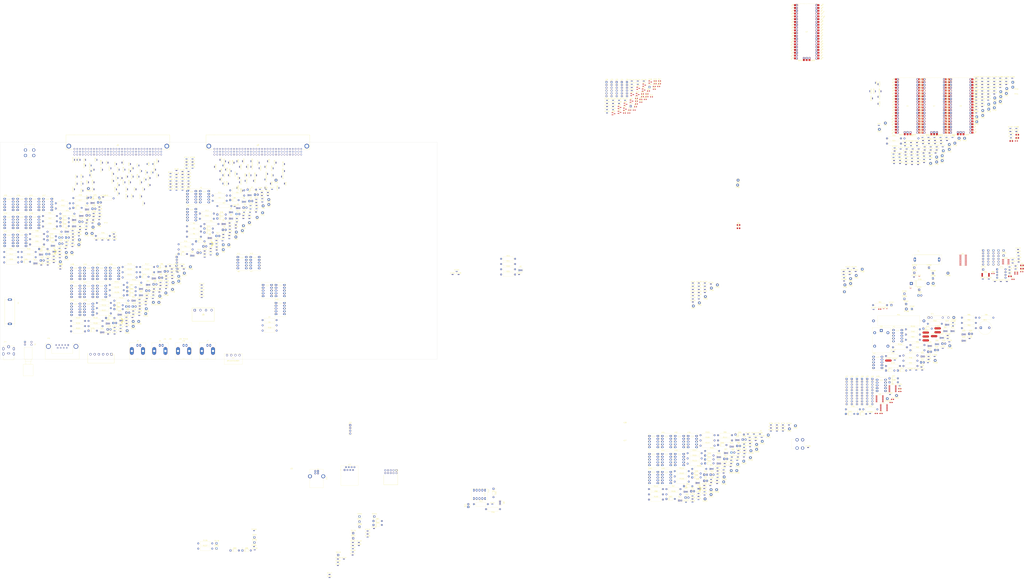
<source format=kicad_pcb>
(kicad_pcb (version 20211014) (generator pcbnew)
  (title_block (title "Interconnect IO Board") (date "2023-01-06") (rev "0"))
  (layers (0 "F.Cu" signal) (31 "B.Cu" signal) (34 "B.Paste" user) (35 "F.Paste" user) (36 "B.SilkS" user "B.Silkscreen") (37 "F.SilkS" user "F.Silkscreen") (38 "B.Mask" user) (39 "F.Mask" user) (44 "Edge.Cuts" user))
  (net 0 "")
  (net 1 "VCC")
  (net 2 "Net-(BZ1-Pad2)")
  (net 3 "GND")
  (net 4 "SLV1_3V3")
  (net 5 "DIG_PWR_IN")
  (net 6 "Net-(C9-Pad1)")
  (net 7 "Net-(C10-Pad1)")
  (net 8 "Net-(C11-Pad1)")
  (net 9 "Net-(C11-Pad2)")
  (net 10 "Net-(C12-Pad1)")
  (net 11 "Net-(C12-Pad2)")
  (net 12 "MSR_3V3")
  (net 13 "Net-(D1-Pad1)")
  (net 14 "Net-(D2-Pad1)")
  (net 15 "Net-(D3-Pad1)")
  (net 16 "Net-(D4-Pad1)")
  (net 17 "Net-(D5-Pad2)")
  (net 18 "Net-(D6-Pad2)")
  (net 19 "Net-(D7-Pad2)")
  (net 20 "Net-(D8-Pad2)")
  (net 21 "Net-(D9-Pad1)")
  (net 22 "Net-(D10-Pad1)")
  (net 23 "Net-(D11-Pad1)")
  (net 24 "Net-(D12-Pad1)")
  (net 25 "Net-(D13-Pad2)")
  (net 26 "Net-(D14-Pad2)")
  (net 27 "Net-(D15-Pad2)")
  (net 28 "Net-(D16-Pad2)")
  (net 29 "Net-(D17-Pad1)")
  (net 30 "Net-(D18-Pad2)")
  (net 31 "Net-(D19-Pad1)")
  (net 32 "Net-(D20-Pad1)")
  (net 33 "Net-(D21-Pad1)")
  (net 34 "Net-(D22-Pad1)")
  (net 35 "Net-(D23-Pad2)")
  (net 36 "Net-(D24-Pad2)")
  (net 37 "Net-(D25-Pad2)")
  (net 38 "Net-(D26-Pad2)")
  (net 39 "Net-(D27-Pad1)")
  (net 40 "Net-(D28-Pad1)")
  (net 41 "Net-(D29-Pad1)")
  (net 42 "Net-(D30-Pad1)")
  (net 43 "Net-(D31-Pad2)")
  (net 44 "Net-(D32-Pad2)")
  (net 45 "Net-(D33-Pad2)")
  (net 46 "Net-(D34-Pad2)")
  (net 47 "Net-(D35-Pad1)")
  (net 48 "Net-(D36-Pad2)")
  (net 49 "ADC0")
  (net 50 "ADC1")
  (net 51 "Net-(D41-Pad1)")
  (net 52 "Net-(D42-Pad1)")
  (net 53 "Net-(K3-Pad2)")
  (net 54 "Net-(K1-Pad10)")
  (net 55 "Net-(D45-Pad1)")
  (net 56 "Net-(D46-Pad1)")
  (net 57 "Net-(K2-Pad10)")
  (net 58 "Net-(D49-Pad1)")
  (net 59 "Net-(D50-Pad1)")
  (net 60 "Net-(D51-Pad1)")
  (net 61 "Net-(D52-Pad1)")
  (net 62 "Net-(D53-Pad1)")
  (net 63 "Net-(D54-Pad1)")
  (net 64 "Net-(D55-Pad2)")
  (net 65 "Net-(D56-Pad2)")
  (net 66 "Net-(D57-Pad2)")
  (net 67 "Net-(D58-Pad2)")
  (net 68 "Net-(D59-Pad1)")
  (net 69 "Net-(D60-Pad1)")
  (net 70 "Net-(D61-Pad1)")
  (net 71 "Net-(D62-Pad1)")
  (net 72 "Net-(D63-Pad2)")
  (net 73 "Net-(D64-Pad2)")
  (net 74 "Net-(D65-Pad2)")
  (net 75 "Net-(D66-Pad2)")
  (net 76 "Net-(D67-Pad1)")
  (net 77 "Net-(D68-Pad2)")
  (net 78 "Net-(D69-Pad1)")
  (net 79 "Net-(D70-Pad1)")
  (net 80 "Net-(D71-Pad1)")
  (net 81 "Net-(D72-Pad1)")
  (net 82 "Net-(D73-Pad2)")
  (net 83 "Net-(D74-Pad2)")
  (net 84 "Net-(D75-Pad2)")
  (net 85 "Net-(D76-Pad2)")
  (net 86 "Net-(D77-Pad1)")
  (net 87 "Net-(D78-Pad1)")
  (net 88 "Net-(D79-Pad1)")
  (net 89 "Net-(D80-Pad1)")
  (net 90 "Net-(D81-Pad2)")
  (net 91 "Net-(D82-Pad2)")
  (net 92 "Net-(D83-Pad2)")
  (net 93 "Net-(D84-Pad2)")
  (net 94 "Net-(D85-Pad1)")
  (net 95 "Net-(D86-Pad2)")
  (net 96 "M1_IO8")
  (net 97 "M1_IO9")
  (net 98 "Net-(F1-PadP$1)")
  (net 99 "PWR_5V")
  (net 100 "Net-(J1-PadA1)")
  (net 101 "Net-(J1-PadA2)")
  (net 102 "Net-(J1-PadA3)")
  (net 103 "Net-(J1-PadA4)")
  (net 104 "Net-(J1-PadA5)")
  (net 105 "Net-(J1-PadA6)")
  (net 106 "Net-(J1-PadA7)")
  (net 107 "Net-(J1-PadA8)")
  (net 108 "Net-(J1-PadA9)")
  (net 109 "Net-(J1-PadA10)")
  (net 110 "Net-(J1-PadA11)")
  (net 111 "Net-(J1-PadA12)")
  (net 112 "Net-(J1-PadA13)")
  (net 113 "Net-(J1-PadA14)")
  (net 114 "Net-(J1-PadA15)")
  (net 115 "Net-(J1-PadA16)")
  (net 116 "Net-(J1-PadA17)")
  (net 117 "Net-(J1-PadA18)")
  (net 118 "Net-(J1-PadA19)")
  (net 119 "Net-(J1-PadA20)")
  (net 120 "Net-(J1-PadA21)")
  (net 121 "Net-(J1-PadA22)")
  (net 122 "Net-(J1-PadA23)")
  (net 123 "Net-(J1-PadA24)")
  (net 124 "Net-(J1-PadA25)")
  (net 125 "Net-(J1-PadA26)")
  (net 126 "Net-(J1-PadA27)")
  (net 127 "Net-(J1-PadA28)")
  (net 128 "Net-(J1-PadA29)")
  (net 129 "Net-(J1-PadA30)")
  (net 130 "Net-(J1-PadA31)")
  (net 131 "Net-(J1-PadA32)")
  (net 132 "Net-(J1-PadB1)")
  (net 133 "Net-(J1-PadB2)")
  (net 134 "Net-(J1-PadB3)")
  (net 135 "Net-(J1-PadB4)")
  (net 136 "Net-(J1-PadB5)")
  (net 137 "Net-(J1-PadB6)")
  (net 138 "Net-(J1-PadB7)")
  (net 139 "Net-(J1-PadB8)")
  (net 140 "Net-(J1-PadB9)")
  (net 141 "Net-(J1-PadB10)")
  (net 142 "Net-(J1-PadB11)")
  (net 143 "Net-(J1-PadB12)")
  (net 144 "Net-(J1-PadB13)")
  (net 145 "Net-(J1-PadB14)")
  (net 146 "Net-(J1-PadB15)")
  (net 147 "Net-(J1-PadB16)")
  (net 148 "Net-(J1-PadB17)")
  (net 149 "Net-(J1-PadB18)")
  (net 150 "Net-(J1-PadB19)")
  (net 151 "Net-(J1-PadB20)")
  (net 152 "Net-(J1-PadB21)")
  (net 153 "Net-(J1-PadB22)")
  (net 154 "Net-(J1-PadB23)")
  (net 155 "Net-(J1-PadB24)")
  (net 156 "Net-(J1-PadB25)")
  (net 157 "Net-(J1-PadB26)")
  (net 158 "Net-(J1-PadB27)")
  (net 159 "Net-(J1-PadB28)")
  (net 160 "Net-(J1-PadB29)")
  (net 161 "Net-(J1-PadB30)")
  (net 162 "Net-(J1-PadB31)")
  (net 163 "Net-(J1-PadB32)")
  (net 164 "Net-(J1-PadC1)")
  (net 165 "Net-(J1-PadC2)")
  (net 166 "Net-(J1-PadC3)")
  (net 167 "Net-(J1-PadC4)")
  (net 168 "Net-(J1-PadC5)")
  (net 169 "Net-(J1-PadC6)")
  (net 170 "Net-(J1-PadC7)")
  (net 171 "Net-(J1-PadC8)")
  (net 172 "Net-(J1-PadC9)")
  (net 173 "Net-(J1-PadC10)")
  (net 174 "Net-(J1-PadC11)")
  (net 175 "Net-(J1-PadC12)")
  (net 176 "Net-(J1-PadC13)")
  (net 177 "Net-(J1-PadC14)")
  (net 178 "Net-(J1-PadC15)")
  (net 179 "Net-(J1-PadC16)")
  (net 180 "Net-(J1-PadC17)")
  (net 181 "Net-(J1-PadC18)")
  (net 182 "Net-(J1-PadC19)")
  (net 183 "Net-(J1-PadC20)")
  (net 184 "Net-(J1-PadC21)")
  (net 185 "Net-(J1-PadC22)")
  (net 186 "Net-(J1-PadC23)")
  (net 187 "Net-(J1-PadC24)")
  (net 188 "Net-(J1-PadC25)")
  (net 189 "Net-(J1-PadC26)")
  (net 190 "Net-(J1-PadC27)")
  (net 191 "Net-(J1-PadC28)")
  (net 192 "Net-(J1-PadC29)")
  (net 193 "Net-(J1-PadC30)")
  (net 194 "Net-(J1-PadC31)")
  (net 195 "Net-(J1-PadC32)")
  (net 196 "Earth")
  (net 197 "Net-(J2-PadA1)")
  (net 198 "Net-(J2-PadA2)")
  (net 199 "Net-(J2-PadA3)")
  (net 200 "Net-(J2-PadA4)")
  (net 201 "Net-(J2-PadA5)")
  (net 202 "Net-(J2-PadA6)")
  (net 203 "Net-(J2-PadA7)")
  (net 204 "Net-(J2-PadA8)")
  (net 205 "Net-(J2-PadA9)")
  (net 206 "Net-(J2-PadA10)")
  (net 207 "Net-(J2-PadA11)")
  (net 208 "Net-(J2-PadA12)")
  (net 209 "Net-(J2-PadA13)")
  (net 210 "Net-(J2-PadA14)")
  (net 211 "Net-(J2-PadA15)")
  (net 212 "Net-(J2-PadA16)")
  (net 213 "Net-(J2-PadA17)")
  (net 214 "Net-(J2-PadA18)")
  (net 215 "Net-(J2-PadA19)")
  (net 216 "Net-(J2-PadA20)")
  (net 217 "Net-(J2-PadA21)")
  (net 218 "Net-(J2-PadA22)")
  (net 219 "Net-(J2-PadA23)")
  (net 220 "Net-(J2-PadA24)")
  (net 221 "Net-(J2-PadA25)")
  (net 222 "Net-(J2-PadA26)")
  (net 223 "Net-(J2-PadA27)")
  (net 224 "Net-(J2-PadA28)")
  (net 225 "Net-(J2-PadA29)")
  (net 226 "Net-(J2-PadA30)")
  (net 227 "Net-(J2-PadA31)")
  (net 228 "Net-(J2-PadA32)")
  (net 229 "Net-(J2-PadB1)")
  (net 230 "Net-(J2-PadB2)")
  (net 231 "Net-(J2-PadB3)")
  (net 232 "Net-(J2-PadB4)")
  (net 233 "Net-(J2-PadB5)")
  (net 234 "Net-(J2-PadB6)")
  (net 235 "Net-(J2-PadB7)")
  (net 236 "Net-(J2-PadB8)")
  (net 237 "Net-(J2-PadB9)")
  (net 238 "Net-(J2-PadB10)")
  (net 239 "Net-(J2-PadB11)")
  (net 240 "Net-(J2-PadB12)")
  (net 241 "Net-(J2-PadB13)")
  (net 242 "Net-(J2-PadB14)")
  (net 243 "Net-(J2-PadB15)")
  (net 244 "Net-(J2-PadB16)")
  (net 245 "Net-(J2-PadB17)")
  (net 246 "Net-(J2-PadB18)")
  (net 247 "Net-(J2-PadB19)")
  (net 248 "Net-(J2-PadB20)")
  (net 249 "Net-(J2-PadB21)")
  (net 250 "Net-(J2-PadB22)")
  (net 251 "Net-(J2-PadB23)")
  (net 252 "Net-(J2-PadB24)")
  (net 253 "Net-(J2-PadB25)")
  (net 254 "Net-(J2-PadB26)")
  (net 255 "Net-(J2-PadB27)")
  (net 256 "Net-(J2-PadB28)")
  (net 257 "Net-(J2-PadB29)")
  (net 258 "Net-(J2-PadB30)")
  (net 259 "Net-(J2-PadB31)")
  (net 260 "Net-(J2-PadB32)")
  (net 261 "Net-(J2-PadC1)")
  (net 262 "Net-(J2-PadC2)")
  (net 263 "Net-(J2-PadC3)")
  (net 264 "Net-(J2-PadC4)")
  (net 265 "Net-(J2-PadC5)")
  (net 266 "Net-(J2-PadC6)")
  (net 267 "Net-(J2-PadC8)")
  (net 268 "Net-(J2-PadC9)")
  (net 269 "Net-(J2-PadC10)")
  (net 270 "Net-(J2-PadC11)")
  (net 271 "Net-(J2-PadC12)")
  (net 272 "Net-(J2-PadC13)")
  (net 273 "Net-(J2-PadC14)")
  (net 274 "Net-(J2-PadC16)")
  (net 275 "Net-(J2-PadC17)")
  (net 276 "Net-(J2-PadC18)")
  (net 277 "Net-(J2-PadC19)")
  (net 278 "Net-(J2-PadC20)")
  (net 279 "Net-(J2-PadC21)")
  (net 280 "Net-(J2-PadC22)")
  (net 281 "Net-(J2-PadC24)")
  (net 282 "Net-(J2-PadC25)")
  (net 283 "Net-(J2-PadC26)")
  (net 284 "Net-(J2-PadC27)")
  (net 285 "Net-(J2-PadC28)")
  (net 286 "Net-(J2-PadC29)")
  (net 287 "Net-(J2-PadC30)")
  (net 288 "Net-(J2-PadC31)")
  (net 289 "Net-(J2-PadC32)")
  (net 290 "PS1_OUT_HI1")
  (net 291 "PS1_OUT_HI2")
  (net 292 "PS1_OUT_LO1")
  (net 293 "PS1_OUT_LO2")
  (net 294 "Net-(J6-Pad1)")
  (net 295 "Net-(J6-Pad2)")
  (net 296 "Net-(J7-Pad1)")
  (net 297 "Net-(J7-Pad2)")
  (net 298 "DVM_H")
  (net 299 "DVM_L")
  (net 300 "DVM_I")
  (net 301 "DVM_SENSE_H")
  (net 302 "DVM_SENSE_L")
  (net 303 "DVM_TRIG")
  (net 304 "Net-(J9-Pad1)")
  (net 305 "Net-(J9-Pad2)")
  (net 306 "Net-(J10-Pad1)")
  (net 307 "Net-(J10-Pad2)")
  (net 308 "Net-(J11-Pad1)")
  (net 309 "Net-(J11-Pad2)")
  (net 310 "Net-(J11-Pad3)")
  (net 311 "Net-(J11-Pad4)")
  (net 312 "Net-(J11-Pad5)")
  (net 313 "Net-(J11-Pad6)")
  (net 314 "Net-(J11-Pad7)")
  (net 315 "Net-(J11-Pad8)")
  (net 316 "Net-(J11-Pad9)")
  (net 317 "Net-(J11-Pad10)")
  (net 318 "Net-(J12-Pad1)")
  (net 319 "Net-(J12-Pad2)")
  (net 320 "Net-(J12-Pad3)")
  (net 321 "Net-(J12-Pad4)")
  (net 322 "Net-(J12-Pad5)")
  (net 323 "Net-(J12-Pad6)")
  (net 324 "Net-(J12-Pad7)")
  (net 325 "Net-(J12-Pad8)")
  (net 326 "USB_VBUS")
  (net 327 "USB_D-")
  (net 328 "USB_D+")
  (net 329 "USB_GND")
  (net 330 "Net-(J14-Pad1)")
  (net 331 "Net-(J14-Pad2)")
  (net 332 "P0_0")
  (net 333 "P0_1")
  (net 334 "P0_2")
  (net 335 "P0_3")
  (net 336 "P0_4")
  (net 337 "P0_5")
  (net 338 "P0_6")
  (net 339 "P0_7")
  (net 340 "RUN")
  (net 341 "Net-(J17-Pad1)")
  (net 342 "Net-(J17-Pad2)")
  (net 343 "Net-(J17-Pad3)")
  (net 344 "Net-(J17-Pad4)")
  (net 345 "PR0_0")
  (net 346 "PR0_1")
  (net 347 "PR0_2")
  (net 348 "PR0_3")
  (net 349 "PR0_4")
  (net 350 "PR0_5")
  (net 351 "PR0_6")
  (net 352 "PR0_7")
  (net 353 "M1_IO28")
  (net 354 "ERR_LED")
  (net 355 "S1_IO8")
  (net 356 "S1_IO9")
  (net 357 "CTRL")
  (net 358 "FLAG")
  (net 359 "PM1_IO8")
  (net 360 "PM1_IO9")
  (net 361 "PM1_IO28")
  (net 362 "PERR_LED")
  (net 363 "PS1_IO8")
  (net 364 "PS1_IO9")
  (net 365 "PCTRL")
  (net 366 "PFLAG")
  (net 367 "P1_0")
  (net 368 "P1_1")
  (net 369 "P1_2")
  (net 370 "P1_3")
  (net 371 "P1_4")
  (net 372 "P1_5")
  (net 373 "P1_6")
  (net 374 "P1_7")
  (net 375 "PR1_0")
  (net 376 "PR1_1")
  (net 377 "PR1_2")
  (net 378 "PR1_3")
  (net 379 "PR1_4")
  (net 380 "PR1_5")
  (net 381 "PR1_6")
  (net 382 "PR1_7")
  (net 383 "/Communication/M3_LV1")
  (net 384 "/Communication/M3_LV2")
  (net 385 "/Communication/M3_LV3")
  (net 386 "/Communication/M3_LV4")
  (net 387 "/Communication/M3_HV1")
  (net 388 "/Communication/M3_HV2")
  (net 389 "/Communication/M3_HV3")
  (net 390 "/Communication/M3_HV4")
  (net 391 "/i2c_device/I_SCL")
  (net 392 "/i2c_device/I_SDA")
  (net 393 "/i2c_device/VIN-")
  (net 394 "/i2c_device/VIN+")
  (net 395 "DAC_VOUT")
  (net 396 "/i2c_device/DAC_SCL")
  (net 397 "/i2c_device/DAC_SDA")
  (net 398 "Net-(NT468-Pad2)")
  (net 399 "Net-(NT472-Pad2)")
  (net 400 "Net-(NT586-Pad2)")
  (net 401 "Net-(NT587-Pad2)")
  (net 402 "Net-(NT478-Pad2)")
  (net 403 "Net-(NT479-Pad2)")
  (net 404 "Net-(NT469-Pad1)")
  (net 405 "Net-(NT473-Pad1)")
  (net 406 "Net-(NT476-Pad1)")
  (net 407 "Net-(NT477-Pad1)")
  (net 408 "Net-(TP215-Pad1)")
  (net 409 "Net-(TP216-Pad1)")
  (net 410 "Net-(K1-Pad2)")
  (net 411 "/OtherRessource/K1C2")
  (net 412 "Net-(K1-Pad4)")
  (net 413 "Net-(K1-Pad7)")
  (net 414 "/OtherRessource/K1C1")
  (net 415 "Net-(K1-Pad9)")
  (net 416 "Net-(K2-Pad2)")
  (net 417 "/OtherRessource/K2C2")
  (net 418 "Net-(K2-Pad4)")
  (net 419 "Net-(K2-Pad7)")
  (net 420 "/OtherRessource/K2C1")
  (net 421 "Net-(K2-Pad9)")
  (net 422 "Net-(K3-Pad1)")
  (net 423 "Net-(K3-Pad3)")
  (net 424 "Net-(K3-Pad4)")
  (net 425 "Net-(K4-Pad1)")
  (net 426 "Net-(K4-Pad2)")
  (net 427 "SSR1_NEG")
  (net 428 "SSR1_POS")
  (net 429 "Net-(K5-Pad2)")
  (net 430 "/Relay_Bank1/B10_CL")
  (net 431 "Net-(K5-Pad4)")
  (net 432 "Net-(K5-Pad7)")
  (net 433 "/Relay_Bank1/B10_CH")
  (net 434 "Net-(K5-Pad9)")
  (net 435 "Net-(K6-Pad2)")
  (net 436 "/Relay_Bank1/B11_CL")
  (net 437 "Net-(K6-Pad4)")
  (net 438 "Net-(K6-Pad7)")
  (net 439 "/Relay_Bank1/B11_CH")
  (net 440 "Net-(K6-Pad9)")
  (net 441 "Net-(K7-Pad2)")
  (net 442 "/Relay_Bank1/B12_CL")
  (net 443 "Net-(K7-Pad4)")
  (net 444 "Net-(K7-Pad7)")
  (net 445 "/Relay_Bank1/B12_CH")
  (net 446 "Net-(K7-Pad9)")
  (net 447 "Net-(K8-Pad2)")
  (net 448 "/Relay_Bank1/B13_CL")
  (net 449 "Net-(K8-Pad4)")
  (net 450 "Net-(K8-Pad7)")
  (net 451 "/Relay_Bank1/B13_CH")
  (net 452 "Net-(K8-Pad9)")
  (net 453 "Net-(K9-Pad2)")
  (net 454 "/Relay_Bank1/B14_CL")
  (net 455 "Net-(K9-Pad4)")
  (net 456 "Net-(K9-Pad7)")
  (net 457 "/Relay_Bank1/B14_CH")
  (net 458 "Net-(K9-Pad9)")
  (net 459 "Net-(K10-Pad2)")
  (net 460 "/Relay_Bank1/B15_CL")
  (net 461 "Net-(K10-Pad4)")
  (net 462 "Net-(K10-Pad7)")
  (net 463 "/Relay_Bank1/B15_CH")
  (net 464 "Net-(K10-Pad9)")
  (net 465 "Net-(K11-Pad2)")
  (net 466 "/Relay_Bank1/B16_CL")
  (net 467 "Net-(K11-Pad4)")
  (net 468 "Net-(K11-Pad7)")
  (net 469 "/Relay_Bank1/B16_CH")
  (net 470 "Net-(K11-Pad9)")
  (net 471 "Net-(K12-Pad2)")
  (net 472 "/Relay_Bank1/B17_CL")
  (net 473 "Net-(K12-Pad4)")
  (net 474 "Net-(K12-Pad7)")
  (net 475 "/Relay_Bank1/B17_CH")
  (net 476 "Net-(K12-Pad9)")
  (net 477 "Net-(K13-Pad2)")
  (net 478 "Net-(K13-Pad3)")
  (net 479 "Net-(K13-Pad4)")
  (net 480 "Net-(K13-Pad7)")
  (net 481 "Net-(K13-Pad8)")
  (net 482 "Net-(K13-Pad9)")
  (net 483 "Net-(K14-Pad2)")
  (net 484 "/Relay_Bank4/B40_CL")
  (net 485 "Net-(K14-Pad4)")
  (net 486 "Net-(K14-Pad7)")
  (net 487 "/Relay_Bank4/B40_CH")
  (net 488 "Net-(K14-Pad9)")
  (net 489 "Net-(K15-Pad2)")
  (net 490 "/Relay_Bank4/B41_CL")
  (net 491 "Net-(K15-Pad4)")
  (net 492 "Net-(K15-Pad7)")
  (net 493 "/Relay_Bank4/B41_CH")
  (net 494 "Net-(K15-Pad9)")
  (net 495 "Net-(K16-Pad2)")
  (net 496 "/Relay_Bank4/B42_CL")
  (net 497 "Net-(K16-Pad4)")
  (net 498 "Net-(K16-Pad7)")
  (net 499 "/Relay_Bank4/B42_CH")
  (net 500 "Net-(K16-Pad9)")
  (net 501 "Net-(K17-Pad2)")
  (net 502 "/Relay_Bank4/B43_CL")
  (net 503 "Net-(K17-Pad4)")
  (net 504 "Net-(K17-Pad7)")
  (net 505 "/Relay_Bank4/B43_CH")
  (net 506 "Net-(K17-Pad9)")
  (net 507 "Net-(K18-Pad2)")
  (net 508 "/Relay_Bank4/B44_CL")
  (net 509 "Net-(K18-Pad4)")
  (net 510 "Net-(K18-Pad7)")
  (net 511 "/Relay_Bank4/B44_CH")
  (net 512 "Net-(K18-Pad9)")
  (net 513 "Net-(K19-Pad2)")
  (net 514 "/Relay_Bank4/B45_CL")
  (net 515 "Net-(K19-Pad4)")
  (net 516 "Net-(K19-Pad7)")
  (net 517 "/Relay_Bank4/B45_CH")
  (net 518 "Net-(K19-Pad9)")
  (net 519 "Net-(K20-Pad2)")
  (net 520 "/Relay_Bank4/B46_CL")
  (net 521 "Net-(K20-Pad4)")
  (net 522 "Net-(K20-Pad7)")
  (net 523 "/Relay_Bank4/B46_CH")
  (net 524 "Net-(K20-Pad9)")
  (net 525 "Net-(K21-Pad2)")
  (net 526 "/Relay_Bank4/B47_CL")
  (net 527 "Net-(K21-Pad4)")
  (net 528 "Net-(K21-Pad7)")
  (net 529 "/Relay_Bank4/B47_CH")
  (net 530 "Net-(K21-Pad9)")
  (net 531 "Net-(K22-Pad2)")
  (net 532 "Net-(K22-Pad3)")
  (net 533 "Net-(K22-Pad4)")
  (net 534 "Net-(K22-Pad7)")
  (net 535 "Net-(K22-Pad8)")
  (net 536 "Net-(K22-Pad9)")
  (net 537 "Net-(K23-Pad1)")
  (net 538 "Net-(K23-Pad2)")
  (net 539 "Net-(K23-Pad3)")
  (net 540 "Net-(K23-Pad4)")
  (net 541 "Net-(K23-Pad7)")
  (net 542 "Net-(K23-Pad8)")
  (net 543 "Net-(K23-Pad9)")
  (net 544 "Net-(K24-Pad2)")
  (net 545 "/Relay_Bank2/B20_CL")
  (net 546 "Net-(K24-Pad4)")
  (net 547 "Net-(K24-Pad7)")
  (net 548 "/Relay_Bank2/B20_CH")
  (net 549 "Net-(K24-Pad9)")
  (net 550 "Net-(K25-Pad2)")
  (net 551 "/Relay_Bank2/B21_CL")
  (net 552 "Net-(K25-Pad4)")
  (net 553 "Net-(K25-Pad7)")
  (net 554 "/Relay_Bank2/B21_CH")
  (net 555 "Net-(K25-Pad9)")
  (net 556 "Net-(K26-Pad2)")
  (net 557 "/Relay_Bank2/B22_CL")
  (net 558 "Net-(K26-Pad4)")
  (net 559 "Net-(K26-Pad7)")
  (net 560 "/Relay_Bank2/B22_CH")
  (net 561 "Net-(K26-Pad9)")
  (net 562 "Net-(K27-Pad2)")
  (net 563 "/Relay_Bank2/B23_CL")
  (net 564 "Net-(K27-Pad4)")
  (net 565 "Net-(K27-Pad7)")
  (net 566 "/Relay_Bank2/B23_CH")
  (net 567 "Net-(K27-Pad9)")
  (net 568 "Net-(K28-Pad2)")
  (net 569 "/Relay_Bank2/B24_CL")
  (net 570 "Net-(K28-Pad4)")
  (net 571 "Net-(K28-Pad7)")
  (net 572 "/Relay_Bank2/B24_CH")
  (net 573 "Net-(K28-Pad9)")
  (net 574 "Net-(K29-Pad2)")
  (net 575 "/Relay_Bank2/B25_CL")
  (net 576 "Net-(K29-Pad4)")
  (net 577 "Net-(K29-Pad7)")
  (net 578 "/Relay_Bank2/B25_CH")
  (net 579 "Net-(K29-Pad9)")
  (net 580 "Net-(K30-Pad2)")
  (net 581 "/Relay_Bank2/B26_CL")
  (net 582 "Net-(K30-Pad4)")
  (net 583 "Net-(K30-Pad7)")
  (net 584 "/Relay_Bank2/B26_CH")
  (net 585 "Net-(K30-Pad9)")
  (net 586 "Net-(K31-Pad2)")
  (net 587 "/Relay_Bank2/B27_CL")
  (net 588 "Net-(K31-Pad4)")
  (net 589 "Net-(K31-Pad7)")
  (net 590 "/Relay_Bank2/B27_CH")
  (net 591 "Net-(K31-Pad9)")
  (net 592 "Net-(K32-Pad2)")
  (net 593 "Net-(K32-Pad3)")
  (net 594 "Net-(K32-Pad4)")
  (net 595 "Net-(K32-Pad7)")
  (net 596 "Net-(K32-Pad8)")
  (net 597 "Net-(K32-Pad9)")
  (net 598 "Net-(K33-Pad2)")
  (net 599 "/Relay_Bank3/B30_CL")
  (net 600 "Net-(K33-Pad4)")
  (net 601 "Net-(K33-Pad7)")
  (net 602 "/Relay_Bank3/B30_CH")
  (net 603 "Net-(K33-Pad9)")
  (net 604 "Net-(K34-Pad2)")
  (net 605 "/Relay_Bank3/B31_CL")
  (net 606 "Net-(K34-Pad4)")
  (net 607 "Net-(K34-Pad7)")
  (net 608 "/Relay_Bank3/B31_CH")
  (net 609 "Net-(K34-Pad9)")
  (net 610 "Net-(K35-Pad2)")
  (net 611 "/Relay_Bank3/B32_CL")
  (net 612 "Net-(K35-Pad4)")
  (net 613 "Net-(K35-Pad7)")
  (net 614 "/Relay_Bank3/B32_CH")
  (net 615 "Net-(K35-Pad9)")
  (net 616 "Net-(K36-Pad2)")
  (net 617 "/Relay_Bank3/B33_CL")
  (net 618 "Net-(K36-Pad4)")
  (net 619 "Net-(K36-Pad7)")
  (net 620 "/Relay_Bank3/B33_CH")
  (net 621 "Net-(K36-Pad9)")
  (net 622 "Net-(K37-Pad2)")
  (net 623 "/Relay_Bank3/B34_CL")
  (net 624 "Net-(K37-Pad4)")
  (net 625 "Net-(K37-Pad7)")
  (net 626 "/Relay_Bank3/B34_CH")
  (net 627 "Net-(K37-Pad9)")
  (net 628 "Net-(K38-Pad2)")
  (net 629 "/Relay_Bank3/B35_CL")
  (net 630 "Net-(K38-Pad4)")
  (net 631 "Net-(K38-Pad7)")
  (net 632 "/Relay_Bank3/B35_CH")
  (net 633 "Net-(K38-Pad9)")
  (net 634 "Net-(K39-Pad2)")
  (net 635 "/Relay_Bank3/B36_CL")
  (net 636 "Net-(K39-Pad4)")
  (net 637 "Net-(K39-Pad7)")
  (net 638 "/Relay_Bank3/B36_CH")
  (net 639 "Net-(K39-Pad9)")
  (net 640 "Net-(K40-Pad2)")
  (net 641 "/Relay_Bank3/B37_CL")
  (net 642 "Net-(K40-Pad4)")
  (net 643 "Net-(K40-Pad7)")
  (net 644 "/Relay_Bank3/B37_CH")
  (net 645 "Net-(K40-Pad9)")
  (net 646 "Net-(K41-Pad2)")
  (net 647 "Net-(K41-Pad3)")
  (net 648 "Net-(K41-Pad4)")
  (net 649 "Net-(K41-Pad7)")
  (net 650 "Net-(K41-Pad8)")
  (net 651 "Net-(K41-Pad9)")
  (net 652 "B10_H")
  (net 653 "B11_H")
  (net 654 "B12_H")
  (net 655 "B13_H")
  (net 656 "/Relay_Bank1/BANK1_BUS_L")
  (net 657 "B10_L")
  (net 658 "B11_L")
  (net 659 "B12_L")
  (net 660 "B13_L")
  (net 661 "/Relay_Bank1/BANK1_BUS_H")
  (net 662 "Net-(NT17-Pad2)")
  (net 663 "Net-(NT18-Pad2)")
  (net 664 "Net-(NT19-Pad2)")
  (net 665 "Net-(NT20-Pad2)")
  (net 666 "B14_H")
  (net 667 "B15_H")
  (net 668 "B16_H")
  (net 669 "B17_H")
  (net 670 "B14_L")
  (net 671 "B15_L")
  (net 672 "B16_L")
  (net 673 "B17_L")
  (net 674 "Net-(NT37-Pad2)")
  (net 675 "Net-(NT38-Pad2)")
  (net 676 "Net-(NT39-Pad2)")
  (net 677 "Net-(NT40-Pad2)")
  (net 678 "B1_COM_H")
  (net 679 "B1_COM_L")
  (net 680 "Net-(NT47-Pad2)")
  (net 681 "PM3_IO8")
  (net 682 "B31_L")
  (net 683 "PM3_IO9")
  (net 684 "B34_H")
  (net 685 "PM3_IO28")
  (net 686 "B34_L")
  (net 687 "B37_H")
  (net 688 "Net-(NT64-Pad1)")
  (net 689 "B37_L")
  (net 690 "Net-(NT68-Pad1)")
  (net 691 "USPI0_CLK")
  (net 692 "SCOPE_CH1_H")
  (net 693 "USPI0_TX")
  (net 694 "SCOPE_CH1_L")
  (net 695 "B41_H")
  (net 696 "USPI0_RX")
  (net 697 "B20_H")
  (net 698 "B41_L")
  (net 699 "USPI0_CS")
  (net 700 "B20_L")
  (net 701 "B44_H")
  (net 702 "Net-(NT86-Pad1)")
  (net 703 "B23_H")
  (net 704 "B44_L")
  (net 705 "I2C_SDA")
  (net 706 "B23_L")
  (net 707 "B47_H")
  (net 708 "I2C_SCL")
  (net 709 "B26_H")
  (net 710 "B47_L")
  (net 711 "B26_L")
  (net 712 "JTAG_TRST")
  (net 713 "SCOPE_CH2_H")
  (net 714 "JTAG_TDO")
  (net 715 "CMOD_1")
  (net 716 "SCOPE_CH2_L")
  (net 717 "JTAG_OGND")
  (net 718 "CMOD_2")
  (net 719 "B30_H")
  (net 720 "JTAG_TMS")
  (net 721 "CMOD_3")
  (net 722 "B30_L")
  (net 723 "JTAG_TDI")
  (net 724 "CMOD_4")
  (net 725 "B33_H")
  (net 726 "JTAG_IGND")
  (net 727 "PWR_RES_H")
  (net 728 "B33_L")
  (net 729 "JTAG_TCK")
  (net 730 "PWR_RES_L")
  (net 731 "B36_H")
  (net 732 "JTAG_TGND")
  (net 733 "K1_LP_C2")
  (net 734 "B36_L")
  (net 735 "Net-(NT133-Pad1)")
  (net 736 "K1_LP_NO2")
  (net 737 "AWG_H")
  (net 738 "K1_LP_NC2")
  (net 739 "AWG_L")
  (net 740 "B22_H")
  (net 741 "K2_LP_C2")
  (net 742 "B40_H")
  (net 743 "B22_L")
  (net 744 "K2_LP_NO2")
  (net 745 "B40_L")
  (net 746 "B25_H")
  (net 747 "K2_LP_NC2")
  (net 748 "B43_H")
  (net 749 "B25_L")
  (net 750 "ETH_RX+")
  (net 751 "K3_HP_C1")
  (net 752 "B43_L")
  (net 753 "B2_COM_H")
  (net 754 "ETH_RX-")
  (net 755 "K3_HP_C2")
  (net 756 "B46_H")
  (net 757 "B2_COM_L")
  (net 758 "K3_HP_NO1")
  (net 759 "B46_L")
  (net 760 "ETH_TX+")
  (net 761 "K3_HP_NO2")
  (net 762 "ETH_TX-")
  (net 763 "B32_H")
  (net 764 "PR_ADC0")
  (net 765 "B32_L")
  (net 766 "PR_ADC1")
  (net 767 "1W_DATA")
  (net 768 "B35_H")
  (net 769 "B35_L")
  (net 770 "CUR_SENS_H")
  (net 771 "B3_COM_H")
  (net 772 "CUR_SENS_L")
  (net 773 "B3_COM_L")
  (net 774 "Net-(NT190-Pad1)")
  (net 775 "K1_LP_C1")
  (net 776 "INST_H")
  (net 777 "K1_LP_NO1")
  (net 778 "INST_L")
  (net 779 "B42_H")
  (net 780 "K1_LP_NC1")
  (net 781 "B21_H")
  (net 782 "B42_L")
  (net 783 "K2_LP_C1")
  (net 784 "B21_L")
  (net 785 "B45_H")
  (net 786 "K2_LP_NO1")
  (net 787 "B24_H")
  (net 788 "B45_L")
  (net 789 "K2_LP_NC1")
  (net 790 "SERIAL_TX")
  (net 791 "B24_L")
  (net 792 "B4_COM_H")
  (net 793 "SERIAL_RX")
  (net 794 "B27_H")
  (net 795 "B4_COM_L")
  (net 796 "SERIAL_RTS")
  (net 797 "B27_L")
  (net 798 "SERIAL_CTS")
  (net 799 "B31_H")
  (net 800 "UART0_TX")
  (net 801 "Net-(NT230-Pad2)")
  (net 802 "Net-(NT231-Pad2)")
  (net 803 "UART0_RX")
  (net 804 "Net-(NT232-Pad2)")
  (net 805 "Net-(NT233-Pad2)")
  (net 806 "SPI0_CLK")
  (net 807 "Net-(NT234-Pad2)")
  (net 808 "Net-(NT235-Pad1)")
  (net 809 "Net-(NT235-Pad2)")
  (net 810 "Net-(NT236-Pad2)")
  (net 811 "Net-(NT237-Pad1)")
  (net 812 "Net-(NT237-Pad2)")
  (net 813 "SPI0_TX")
  (net 814 "Net-(NT238-Pad2)")
  (net 815 "Net-(NT239-Pad2)")
  (net 816 "SPI0_RX")
  (net 817 "Net-(NT240-Pad2)")
  (net 818 "Net-(NT241-Pad1)")
  (net 819 "Net-(NT241-Pad2)")
  (net 820 "Net-(NT242-Pad2)")
  (net 821 "Net-(NT243-Pad1)")
  (net 822 "Net-(NT243-Pad2)")
  (net 823 "SPI0_CS")
  (net 824 "Net-(NT244-Pad2)")
  (net 825 "Net-(NT245-Pad2)")
  (net 826 "Net-(NT246-Pad2)")
  (net 827 "S1_IO28")
  (net 828 "Net-(NT247-Pad2)")
  (net 829 "I2C1_SDA")
  (net 830 "Net-(NT248-Pad2)")
  (net 831 "Net-(NT249-Pad2)")
  (net 832 "Net-(NT250-Pad2)")
  (net 833 "Net-(NT251-Pad1)")
  (net 834 "/Pico_master/S1_I2C_ID1")
  (net 835 "I2C1_SCL")
  (net 836 "Net-(NT252-Pad2)")
  (net 837 "Net-(NT253-Pad2)")
  (net 838 "Net-(NT254-Pad2)")
  (net 839 "Net-(NT255-Pad1)")
  (net 840 "/Pico_master/S1_I2C_ID0")
  (net 841 "Net-(NT256-Pad2)")
  (net 842 "Net-(NT257-Pad1)")
  (net 843 "Net-(NT257-Pad2)")
  (net 844 "Net-(NT258-Pad2)")
  (net 845 "Net-(NT259-Pad1)")
  (net 846 "Net-(NT260-Pad2)")
  (net 847 "Net-(NT261-Pad1)")
  (net 848 "/Pico_master/SYNC")
  (net 849 "Net-(NT262-Pad2)")
  (net 850 "Net-(NT263-Pad1)")
  (net 851 "1WIRE")
  (net 852 "Net-(NT264-Pad2)")
  (net 853 "I2C0_SCL")
  (net 854 "Net-(NT265-Pad2)")
  (net 855 "Net-(NT266-Pad2)")
  (net 856 "Net-(NT267-Pad1)")
  (net 857 "BEEPER")
  (net 858 "Net-(NT268-Pad2)")
  (net 859 "I2C0_SDA")
  (net 860 "Net-(NT269-Pad2)")
  (net 861 "Net-(NT270-Pad2)")
  (net 862 "Net-(NT271-Pad1)")
  (net 863 "UART1-TX")
  (net 864 "Net-(NT272-Pad2)")
  (net 865 "ERROR_LED")
  (net 866 "Net-(NT273-Pad2)")
  (net 867 "Net-(NT274-Pad2)")
  (net 868 "Net-(NT275-Pad2)")
  (net 869 "UART1-RX")
  (net 870 "Net-(NT276-Pad2)")
  (net 871 "Net-(NT277-Pad2)")
  (net 872 "Net-(NT278-Pad2)")
  (net 873 "Net-(NT279-Pad2)")
  (net 874 "UART1-CTS")
  (net 875 "Net-(NT280-Pad2)")
  (net 876 "EXT_17")
  (net 877 "Net-(NT281-Pad2)")
  (net 878 "Net-(NT282-Pad2)")
  (net 879 "Net-(NT283-Pad2)")
  (net 880 "UART1-RTS")
  (net 881 "Net-(NT284-Pad2)")
  (net 882 "EXT_16")
  (net 883 "Net-(NT285-Pad2)")
  (net 884 "Net-(NT286-Pad2)")
  (net 885 "Net-(NT287-Pad2)")
  (net 886 "B10_D")
  (net 887 "Net-(NT288-Pad2)")
  (net 888 "B30_D")
  (net 889 "Net-(NT289-Pad2)")
  (net 890 "B11_D")
  (net 891 "Net-(NT290-Pad2)")
  (net 892 "B31_D")
  (net 893 "Net-(NT291-Pad2)")
  (net 894 "B12_D")
  (net 895 "Net-(NT292-Pad2)")
  (net 896 "Net-(NT293-Pad1)")
  (net 897 "Net-(NT293-Pad2)")
  (net 898 "B32_D")
  (net 899 "Net-(NT294-Pad2)")
  (net 900 "Net-(NT295-Pad1)")
  (net 901 "Net-(NT295-Pad2)")
  (net 902 "B13_D")
  (net 903 "Net-(NT296-Pad2)")
  (net 904 "B33_D")
  (net 905 "Net-(NT297-Pad2)")
  (net 906 "B14_D")
  (net 907 "Net-(NT298-Pad2)")
  (net 908 "Net-(NT299-Pad1)")
  (net 909 "Net-(NT299-Pad2)")
  (net 910 "B34_D")
  (net 911 "Net-(NT300-Pad2)")
  (net 912 "Net-(NT301-Pad1)")
  (net 913 "Net-(NT301-Pad2)")
  (net 914 "B15_D")
  (net 915 "Net-(NT302-Pad2)")
  (net 916 "S2_IO28")
  (net 917 "Net-(NT303-Pad2)")
  (net 918 "B35_D")
  (net 919 "Net-(NT304-Pad2)")
  (net 920 "S3_IO28")
  (net 921 "Net-(NT305-Pad2)")
  (net 922 "B16_D")
  (net 923 "Net-(NT306-Pad2)")
  (net 924 "Net-(NT307-Pad1)")
  (net 925 "/Pico_master/S2_I2C_ID1")
  (net 926 "B36_D")
  (net 927 "Net-(NT308-Pad2)")
  (net 928 "Net-(NT309-Pad1)")
  (net 929 "/Pico_master/S3_I2C_ID1")
  (net 930 "B17_D")
  (net 931 "Net-(NT310-Pad2)")
  (net 932 "Net-(NT311-Pad1)")
  (net 933 "/Pico_master/S2_I2C_ID0")
  (net 934 "B37_D")
  (net 935 "Net-(NT312-Pad2)")
  (net 936 "Net-(NT313-Pad1)")
  (net 937 "/Pico_master/S3_I2C_ID0")
  (net 938 "LPR1")
  (net 939 "Net-(NT314-Pad2)")
  (net 940 "Net-(NT315-Pad1)")
  (net 941 "HPR1")
  (net 942 "Net-(NT316-Pad2)")
  (net 943 "Net-(NT317-Pad1)")
  (net 944 "LPR2")
  (net 945 "Net-(NT318-Pad2)")
  (net 946 "Net-(NT319-Pad1)")
  (net 947 "SSR1")
  (net 948 "Net-(NT320-Pad2)")
  (net 949 "Net-(NT321-Pad1)")
  (net 950 "B20_D")
  (net 951 "Net-(NT322-Pad2)")
  (net 952 "Net-(NT323-Pad1)")
  (net 953 "B40_D")
  (net 954 "Net-(NT324-Pad2)")
  (net 955 "Net-(NT325-Pad1)")
  (net 956 "B21_D")
  (net 957 "Net-(NT326-Pad2)")
  (net 958 "Net-(NT327-Pad1)")
  (net 959 "B41_D")
  (net 960 "Net-(NT328-Pad2)")
  (net 961 "Net-(NT329-Pad1)")
  (net 962 "B22_D")
  (net 963 "Net-(NT330-Pad2)")
  (net 964 "B1S_D")
  (net 965 "Net-(NT331-Pad2)")
  (net 966 "B42_D")
  (net 967 "Net-(NT332-Pad2)")
  (net 968 "B3S_D")
  (net 969 "Net-(NT333-Pad2)")
  (net 970 "B23_D")
  (net 971 "Net-(NT334-Pad2)")
  (net 972 "B2S_D")
  (net 973 "Net-(NT335-Pad2)")
  (net 974 "B43_D")
  (net 975 "Net-(NT336-Pad2)")
  (net 976 "B4S_D")
  (net 977 "Net-(NT337-Pad2)")
  (net 978 "B24_D")
  (net 979 "Net-(NT338-Pad2)")
  (net 980 "B27_D")
  (net 981 "Net-(NT339-Pad2)")
  (net 982 "B44_D")
  (net 983 "Net-(NT340-Pad2)")
  (net 984 "B47_D")
  (net 985 "Net-(NT341-Pad2)")
  (net 986 "B25_D")
  (net 987 "Net-(NT342-Pad2)")
  (net 988 "B26_D")
  (net 989 "Net-(NT343-Pad2)")
  (net 990 "B45_D")
  (net 991 "Net-(NT344-Pad2)")
  (net 992 "B46_D")
  (net 993 "Net-(NT345-Pad2)")
  (net 994 "/Relay_Bank4/BANK4_BUS_L")
  (net 995 "/Relay_Bank4/BANK4_BUS_H")
  (net 996 "Net-(NT362-Pad2)")
  (net 997 "Net-(NT363-Pad2)")
  (net 998 "Net-(NT364-Pad2)")
  (net 999 "Net-(NT365-Pad2)")
  (net 1000 "Net-(NT382-Pad2)")
  (net 1001 "Net-(NT383-Pad2)")
  (net 1002 "Net-(NT384-Pad2)")
  (net 1003 "Net-(NT385-Pad2)")
  (net 1004 "Net-(NT392-Pad2)")
  (net 1005 "Net-(NT402-Pad2)")
  (net 1006 "Net-(NT403-Pad2)")
  (net 1007 "Net-(NT410-Pad1)")
  (net 1008 "Net-(NT411-Pad2)")
  (net 1009 "Net-(NT414-Pad1)")
  (net 1010 "Net-(NT415-Pad1)")
  (net 1011 "Net-(NT456-Pad1)")
  (net 1012 "Net-(NT457-Pad1)")
  (net 1013 "Net-(NT458-Pad1)")
  (net 1014 "Net-(NT466-Pad2)")
  (net 1015 "Net-(NT467-Pad2)")
  (net 1016 "Net-(NT470-Pad2)")
  (net 1017 "Net-(NT471-Pad2)")
  (net 1018 "Net-(NT474-Pad2)")
  (net 1019 "Net-(NT475-Pad2)")
  (net 1020 "/Relay_Bank2/BANK2_BUS_L")
  (net 1021 "/Relay_Bank2/BANK2_BUS_H")
  (net 1022 "Net-(NT496-Pad2)")
  (net 1023 "Net-(NT497-Pad2)")
  (net 1024 "Net-(NT498-Pad2)")
  (net 1025 "Net-(NT499-Pad2)")
  (net 1026 "Net-(NT516-Pad2)")
  (net 1027 "Net-(NT517-Pad2)")
  (net 1028 "Net-(NT518-Pad2)")
  (net 1029 "Net-(NT519-Pad2)")
  (net 1030 "Net-(NT526-Pad2)")
  (net 1031 "/Relay_Bank3/BANK3_BUS_L")
  (net 1032 "/Relay_Bank3/BANK3_BUS_H")
  (net 1033 "Net-(NT543-Pad2)")
  (net 1034 "Net-(NT544-Pad2)")
  (net 1035 "Net-(NT545-Pad2)")
  (net 1036 "Net-(NT546-Pad2)")
  (net 1037 "Net-(NT563-Pad2)")
  (net 1038 "Net-(NT564-Pad2)")
  (net 1039 "Net-(NT565-Pad2)")
  (net 1040 "Net-(NT566-Pad2)")
  (net 1041 "Net-(NT573-Pad2)")
  (net 1042 "OC1_OUT")
  (net 1043 "OC2_OUT")
  (net 1044 "OC3_OUT")
  (net 1045 "Net-(NT581-Pad1)")
  (net 1046 "Net-(NT582-Pad1)")
  (net 1047 "Net-(NT583-Pad1)")
  (net 1048 "Net-(NT584-Pad1)")
  (net 1049 "Net-(Q1-Pad2)")
  (net 1050 "Net-(Q2-Pad2)")
  (net 1051 "Net-(Q3-Pad2)")
  (net 1052 "Net-(Q4-Pad2)")
  (net 1053 "Net-(Q5-Pad2)")
  (net 1054 "Net-(Q6-Pad2)")
  (net 1055 "Net-(Q7-Pad2)")
  (net 1056 "Net-(Q8-Pad2)")
  (net 1057 "Net-(Q9-Pad2)")
  (net 1058 "Net-(Q10-Pad2)")
  (net 1059 "Net-(Q11-Pad2)")
  (net 1060 "Net-(Q12-Pad2)")
  (net 1061 "Net-(Q13-Pad2)")
  (net 1062 "Net-(Q14-Pad2)")
  (net 1063 "Net-(Q15-Pad2)")
  (net 1064 "Net-(Q16-Pad2)")
  (net 1065 "Net-(Q17-Pad2)")
  (net 1066 "Net-(Q18-Pad2)")
  (net 1067 "Net-(Q19-Pad2)")
  (net 1068 "Net-(Q20-Pad2)")
  (net 1069 "Net-(Q21-Pad2)")
  (net 1070 "Net-(Q22-Pad2)")
  (net 1071 "Net-(Q35-Pad2)")
  (net 1072 "Net-(Q36-Pad2)")
  (net 1073 "Net-(Q36-Pad3)")
  (net 1074 "Net-(Q37-Pad2)")
  (net 1075 "Net-(Q38-Pad2)")
  (net 1076 "Net-(Q39-Pad2)")
  (net 1077 "Net-(Q40-Pad2)")
  (net 1078 "Net-(Q41-Pad2)")
  (net 1079 "Net-(Q42-Pad2)")
  (net 1080 "Net-(Q43-Pad2)")
  (net 1081 "Net-(Q44-Pad2)")
  (net 1082 "Net-(Q45-Pad2)")
  (net 1083 "Net-(Q46-Pad2)")
  (net 1084 "Net-(Q47-Pad2)")
  (net 1085 "Net-(Q48-Pad2)")
  (net 1086 "Net-(Q49-Pad2)")
  (net 1087 "Net-(Q50-Pad2)")
  (net 1088 "Net-(Q51-Pad2)")
  (net 1089 "Net-(Q52-Pad2)")
  (net 1090 "Net-(Q53-Pad2)")
  (net 1091 "Net-(Q54-Pad2)")
  (net 1092 "Net-(Q55-Pad2)")
  (net 1093 "Net-(Q56-Pad2)")
  (net 1094 "Net-(Q57-Pad2)")
  (net 1095 "Net-(U10-Pad1)")
  (net 1096 "Net-(R92-Pad1)")
  (net 1097 "Net-(R93-Pad1)")
  (net 1098 "Net-(TP29-Pad1)")
  (net 1099 "Net-(TP30-Pad1)")
  (net 1100 "Net-(TP38-Pad1)")
  (net 1101 "Net-(TP39-Pad1)")
  (net 1102 "Net-(TP40-Pad1)")
  (net 1103 "Net-(TP41-Pad1)")
  (net 1104 "Net-(TP42-Pad1)")
  (net 1105 "Net-(TP43-Pad1)")
  (net 1106 "Net-(TP44-Pad1)")
  (net 1107 "Net-(TP45-Pad1)")
  (net 1108 "Net-(TP48-Pad1)")
  (net 1109 "Net-(TP49-Pad1)")
  (net 1110 "Net-(TP52-Pad1)")
  (net 1111 "Net-(TP53-Pad1)")
  (net 1112 "Net-(TP54-Pad1)")
  (net 1113 "Net-(TP55-Pad1)")
  (net 1114 "Net-(TP56-Pad1)")
  (net 1115 "Net-(TP57-Pad1)")
  (net 1116 "Net-(TP182-Pad1)")
  (net 1117 "Net-(TP183-Pad1)")
  (net 1118 "Net-(TP185-Pad1)")
  (net 1119 "Net-(TP186-Pad1)")
  (net 1120 "Net-(J15-Pad1)")
  (net 1121 "Net-(J15-Pad6)")
  (net 1122 "Net-(J15-Pad8)")
  (net 1123 "Net-(J15-Pad4)")
  (net 1124 "Net-(J15-Pad9)")
  (net 1125 "Net-(J15-Pad3)")
  (net 1126 "Net-(J15-Pad2)")
  (net 1127 "Net-(TP257-Pad1)")
  (footprint "Resistor_SMD:R_0603_1608Metric" (layer "F.Cu") (at 604.43 -18.53)
    (fp_text reference "R79")
    (fp_text value "10K")
  )
  (footprint "NetTie:NetTie-2_THT_Pad0.3mm" (layer "F.Cu") (at 650.885 164.495)
    (fp_text reference "NT149")
    (fp_text value "JC12")
  )
  (footprint "LED_THT:LED_D3.0mm_Clear" (layer "F.Cu") (at 132.19 179.85)
    (fp_text reference "D80")
    (fp_text value "LED")
  )
  (footprint "Connector_jtag:SHDRRA10W64P254_2X5_1270X910X880P" (layer "F.Cu") (at 377.19 322.8275 180)
    (fp_text reference "J11")
    (fp_text value "2x5 2.56mm RA" hide)
  )
  (footprint "Diode_THT:D_DO-35_SOD27_P7.62mm_Horizontal" (layer "F.Cu") (at 684.75 290.44)
    (fp_text reference "D66")
    (fp_text value "1N4148")
  )
  (footprint "NetTie:NetTie-2_THT_Pad0.3mm" (layer "F.Cu") (at 222.25 43.18 90)
    (fp_text reference "NT125")
    (fp_text value "K1_CH")
  )
  (footprint "NetTie:NetTie-2_THT_Pad0.3mm" (layer "F.Cu") (at 870.045 20.855)
    (fp_text reference "NT343")
    (fp_text value "S2_16")
  )
  (footprint "NetTie:NetTie-2_THT_Pad0.3mm" (layer "F.Cu") (at 219.54 108.96)
    (fp_text reference "NT37")
    (fp_text value "NT14_D")
  )
  (footprint "Package_TO_SOT_THT:TO-92_Inline" (layer "F.Cu") (at 633.28 350.32)
    (fp_text reference "Q44")
    (fp_text value "2N2222")
  )
  (footprint "NetTie:NetTie-2_THT_Pad0.3mm" (layer "F.Cu") (at 706.27 290.09)
    (fp_text reference "NT509")
    (fp_text value "NT25_L")
  )
  (footprint "NetTie:NetTie-2_THT_Pad0.3mm" (layer "F.Cu") (at 234.95 60.96 -90)
    (fp_text reference "NT143")
    (fp_text value "K22_L")
  )
  (footprint "NetTie:NetTie-2_THT_Pad0.3mm" (layer "F.Cu") (at 186.21 46.06)
    (fp_text reference "NT205")
    (fp_text value "JC27")
  )
  (footprint "Connector_Pin:Pin_D1.2mm_L11.3mm_W3.0mm_Flat" (layer "F.Cu") (at 914.465 -9.155)
    (fp_text reference "TP44")
    (fp_text value "S2_VBUS")
  )
  (footprint "NetTie:NetTie-2_THT_Pad0.3mm" (layer "F.Cu") (at 146.05 52.07 90)
    (fp_text reference "NT75")
    (fp_text value "JB25")
  )
  (footprint "NetTie:NetTie-2_THT_Pad0.3mm" (layer "F.Cu") (at 853.695 20.855)
    (fp_text reference "NT234")
    (fp_text value "M2_02")
  )
  (footprint "Connector_Pin:Pin_D1.2mm_L11.3mm_W3.0mm_Flat" (layer "F.Cu") (at 799.695 140.455)
    (fp_text reference "TP58")
    (fp_text value "NT40_HH")
  )
  (footprint "LED_THT:LED_D3.0mm_Clear" (layer "F.Cu") (at 54.67 132.51)
    (fp_text reference "D27")
    (fp_text value "LED")
  )
  (footprint "NetTie:NetTie-2_THT_Pad0.3mm" (layer "F.Cu") (at 667.47 332.07)
    (fp_text reference "NT519")
    (fp_text value "NT27_D")
  )
  (footprint "Package_TO_SOT_THT:TO-92_Inline" (layer "F.Cu") (at 649.13 334.32)
    (fp_text reference "Q38")
    (fp_text value "2N2222")
  )
  (footprint "NetTie:NetTie-2_THT_Pad0.3mm" (layer "F.Cu") (at 827.445 38.995)
    (fp_text reference "NT243")
    (fp_text value "S1_ADC")
  )
  (footprint "Resistor_THT:R_Axial_DIN0309_L9.0mm_D3.2mm_P12.70mm_Horizontal" (layer "F.Cu") (at 21.44 134.32)
    (fp_text reference "R29")
    (fp_text value "220")
  )
  (footprint "Package_TO_SOT_SMD:SOT-23" (layer "F.Cu") (at 590.43 -11.96)
    (fp_text reference "Q27")
    (fp_text value "BSS138")
  )
  (footprint "NetTie:NetTie-2_THT_Pad0.3mm" (layer "F.Cu") (at 902.465 -32.755)
    (fp_text reference "NT328")
    (fp_text value "S3_11")
  )
  (footprint "NetTie:NetTie-2_THT_Pad0.3mm" (layer "F.Cu") (at 143.53 168.09)
    (fp_text reference "NT557")
    (fp_text value "NT36_L")
  )
  (footprint "Connector_Pin:Pin_D1.2mm_L11.3mm_W3.0mm_Flat" (layer "F.Cu") (at 919.915 -10.405)
    (fp_text reference "TP31")
    (fp_text value "M2_3V3EN")
  )
  (footprint "Resistor_THT:R_Axial_DIN0309_L9.0mm_D3.2mm_P12.70mm_Horizontal" (layer "F.Cu") (at 97.92 187.36)
    (fp_text reference "R118")
    (fp_text value "220")
  )
  (footprint "NetTie:NetTie-2_THT_Pad0.3mm" (layer "F.Cu") (at 83.11 114.1)
    (fp_text reference "NT350")
    (fp_text value "NT40_CH")
  )
  (footprint "NetTie:NetTie-2_THT_Pad0.3mm" (layer "F.Cu") (at 275.59 45.72 90)
    (fp_text reference "NT146")
    (fp_text value "K40_L")
  )
  (footprint "NetTie:NetTie-2_THT_Pad0.3mm" (layer "F.Cu") (at 191.66 40.36)
    (fp_text reference "NT156")
    (fp_text value "RXL")
  )
  (footprint "Resistor_THT:R_Axial_DIN0309_L9.0mm_D3.2mm_P12.70mm_Horizontal" (layer "F.Cu") (at 821.225 228.235)
    (fp_text reference "R134")
    (fp_text value "10K")
  )
  (footprint "NetTie:NetTie-2_THT_Pad0.3mm" (layer "F.Cu") (at 217.17 40.64 -90)
    (fp_text reference "NT117")
    (fp_text value "K15_H")
  )
  (footprint "Relay_THT:Relay_DPDT_FRT5" (layer "F.Cu") (at 630.1 308.04)
    (fp_text reference "K25")
    (fp_text value "TQ2-5")
  )
  (footprint "Connector_Pin:Pin_D1.2mm_L11.3mm_W3.0mm_Flat" (layer "F.Cu") (at 89.21 118.25)
    (fp_text reference "TP71")
    (fp_text value "NT45_LL")
  )
  (footprint "NetTie:NetTie-2_THT_Pad0.3mm" (layer "F.Cu") (at 842.615 232.035)
    (fp_text reference "NT399")
    (fp_text value "LP1_NO2")
  )
  (footprint "Relay_THT:Relay_DPDT_FRT5" (layer "F.Cu") (at 82.52 139.16)
    (fp_text reference "K38")
    (fp_text value "TQ2-5")
  )
  (footprint "Connector_PinHeader_2.54mm:PinHeader_1x06_P2.54mm_Vertical" (layer "F.Cu") (at 914.025 123.475)
    (fp_text reference "J30")
    (fp_text value "6x2.54mm")
  )
  (footprint "Connector_PinHeader_2.54mm:PinHeader_1x06_P2.54mm_Vertical" (layer "F.Cu") (at 909.375 123.475)
    (fp_text reference "J31")
    (fp_text value "6x2.54mm")
  )
  (footprint "NetTie:NetTie-2_THT_Pad0.3mm" (layer "F.Cu") (at 217.17 50.8 -90)
    (fp_text reference "NT180")
    (fp_text value "K14_H")
  )
  (footprint "Relay_THT:Relay_DPDT_FRT5" (layer "F.Cu") (at 618.4 324.34)
    (fp_text reference "K29")
    (fp_text value "TQ2-5")
  )
  (footprint "NetTie:NetTie-2_THT_Pad0.3mm" (layer "F.Cu") (at 854.695 35.105)
    (fp_text reference "NT270")
    (fp_text value "S1_11")
  )
  (footprint "NetTie:NetTie-2_THT_Pad0.3mm" (layer "F.Cu") (at 880.945 20.855)
    (fp_text reference "NT266")
    (fp_text value "S1_10")
  )
  (footprint "NetTie:NetTie-2_THT_Pad0.3mm" (layer "F.Cu") (at 243.2 91.66)
    (fp_text reference "NT14")
    (fp_text value "NT11_CL")
  )
  (footprint "NetTie:NetTie-2_THT_Pad0.3mm" (layer "F.Cu") (at 182.51 51.76)
    (fp_text reference "NT191")
    (fp_text value "JC23")
  )
  (footprint "Package_TO_SOT_THT:TO-92_Inline" (layer "F.Cu") (at 225.9 88.8)
    (fp_text reference "Q2")
    (fp_text value "2N2222")
  )
  (footprint "NetTie:NetTie-2_THT_Pad0.3mm" (layer "F.Cu") (at 356.2 375.64)
    (fp_text reference "NT440")
    (fp_text value "AWG1_H")
  )
  (footprint "NetTie:NetTie-2_THT_Pad0.3mm" (layer "F.Cu") (at 258.34 67.97)
    (fp_text reference "NT27")
    (fp_text value "NT16_CH")
  )
  (footprint "Package_TO_SOT_THT:TO-92_Inline" (layer "F.Cu") (at 638.36 342.32)
    (fp_text reference "Q39")
    (fp_text value "2N2222")
  )
  (footprint "Relay_THT:Relay_DPDT_FRT5" (layer "F.Cu") (at 82.52 155.46)
    (fp_text reference "K40")
    (fp_text value "TQ2-5")
  )
  (footprint "Connector_PinHeader_2.54mm:PinHeader_1x01_P2.54mm_Vertical" (layer "F.Cu") (at 839.525 172.015)
    (fp_text reference "TP187")
    (fp_text value "TestPoint_Small")
  )
  (footprint "NetTie:NetTie-2_THT_Pad0.3mm" (layer "F.Cu") (at 849.745 45.555)
    (fp_text reference "NT280")
    (fp_text value "M2_14")
  )
  (footprint "Resistor_THT:R_Axial_DIN0309_L9.0mm_D3.2mm_P12.70mm_Horizontal" (layer "F.Cu") (at 255.805 191.385)
    (fp_text reference "R4")
    (fp_text value "220")
  )
  (footprint "LED_THT:LED_D3.0mm_Clear" (layer "F.Cu") (at 656.37 332.43)
    (fp_text reference "D54")
    (fp_text value "LED")
  )
  (footprint "Connector_PinHeader_2.54mm:PinHeader_1x01_P2.54mm_Vertical" (layer "F.Cu") (at 851.345 159.135)
    (fp_text reference "TP181")
    (fp_text value "TestPoint_Small")
  )
  (footprint "Capacitor_SMD:C_0805_2012Metric_Pad1.18x1.45mm_HandSolder" (layer "F.Cu") (at 934.93 24.18)
    (fp_text reference "C15")
    (fp_text value "0.1uF")
  )
  (footprint "NetTie:NetTie-2_THT_Pad0.3mm" (layer "F.Cu") (at 244.26 85.71)
    (fp_text reference "NT43")
    (fp_text value "NT1S_NH")
  )
  (footprint "NetTie:NetTie-2_THT_Pad0.3mm" (layer "F.Cu") (at 143.29 179.49)
    (fp_text reference "NT558")
    (fp_text value "NT37_L")
  )
  (footprint "Resistor_SMD:R_0603_1608Metric_Pad0.98x0.95mm_HandSolder" (layer "F.Cu") (at 944.375 142.715)
    (fp_text reference "R89")
    (fp_text value "4.7K")
  )
  (footprint "Package_SO:TSSOP-20_4.4x6.5mm_P0.65mm" (layer "F.Cu") (at 827.245 248.795)
    (fp_text reference "U8")
    (fp_text value "TXS0108EPW")
  )
  (footprint "NetTie:NetTie-2_THT_Pad0.3mm" (layer "F.Cu") (at 924.265 -32.755)
    (fp_text reference "NT288")
    (fp_text value "S2_00" hide)
  )
  (footprint "Connector_Pin:Pin_D1.2mm_L11.3mm_W3.0mm_Flat" (layer "F.Cu") (at 132.95 196.25)
    (fp_text reference "TP234")
    (fp_text value "NT31_HH")
  )
  (footprint "Resistor_SMD:R_0805_2012Metric_Pad1.20x1.40mm_HandSolder" (layer "F.Cu") (at 933.675 146.925)
    (fp_text reference "R86")
    (fp_text value "10K")
  )
  (footprint "Connector_Pin:Pin_D1.2mm_L11.3mm_W3.0mm_Flat" (layer "F.Cu") (at 822.445 257.895)
    (fp_text reference "TP135")
    (fp_text value "RC_ADC1")
  )
  (footprint "Capacitor_SMD:C_0603_1608Metric_Pad1.08x0.95mm_HandSolder" (layer "F.Cu") (at 815.575 176.705)
    (fp_text reference "C13")
    (fp_text value "0.1uF")
  )
  (footprint "NetTie:NetTie-2_THT_Pad0.3mm" (layer "F.Cu") (at 217.17 58.42 -90)
    (fp_text reference "NT58")
    (fp_text value "K13_H")
  )
  (footprint "NetTie:NetTie-2_THT_Pad0.3mm" (layer "F.Cu") (at 232.41 41.91 -90)
    (fp_text reference "NT80")
    (fp_text value "K20_H")
  )
  (footprint "Package_TO_SOT_THT:TO-92_Inline" (layer "F.Cu") (at 48.47 135.2)
    (fp_text reference "Q14")
    (fp_text value "2N2222")
  )
  (footprint "NetTie:NetTie-2_THT_Pad0.3mm" (layer "F.Cu") (at 224.99 112.8)
    (fp_text reference "NT7")
    (fp_text value "NT12_CH")
  )
  (footprint "6pin_3:SHDRRA6W80P0X381_1X6_2405X920X700P" (layer "F.Cu") (at 118.745 217.58 180)
    (fp_text reference "J8")
    (fp_text value "6 pins 3.81mm" hide)
  )
  (footprint "NetTie:NetTie-2_SMD_Pad2.0mm" (layer "F.Cu") (at 868.095 197.665)
    (fp_text reference "NT577")
    (fp_text value "HRL_C2")
  )
  (footprint "NetTie:NetTie-2_THT_Pad0.3mm" (layer "F.Cu") (at 721.675 281.665)
    (fp_text reference "NT178")
    (fp_text value "JB3")
  )
  (footprint "Connector_Pin:Pin_D1.2mm_L11.3mm_W3.0mm_Flat" (layer "F.Cu") (at 709.01 296.59)
    (fp_text reference "TP231")
    (fp_text value "NT26_LL")
  )
  (footprint "NetTie:NetTie-2_THT_Pad0.3mm" (layer "F.Cu") (at 92.71 57.15 90)
    (fp_text reference "NT182")
    (fp_text value "JB4")
  )
  (footprint "Resistor_SMD:R_2512_6332Metric_Pad1.40x3.35mm_HandSolder" (layer "F.Cu") (at 911.575 145.595)
    (fp_text reference "R90")
    (fp_text value "0.1")
  )
  (footprint "NetTie:NetTie-2_THT_Pad0.3mm" (layer "F.Cu") (at 260.35 41.91 -90)
    (fp_text reference "NT59")
    (fp_text value "K34_L")
  )
  (footprint "NetTie:NetTie-2_THT_Pad0.3mm" (layer "F.Cu") (at 247.65 59.69 -90)
    (fp_text reference "NT98")
    (fp_text value "JA14")
  )
  (footprint "NetTie:NetTie-2_THT_Pad0.3mm" (layer "F.Cu") (at 908.475 149.465)
    (fp_text reference "NT464")
    (fp_text value "I_INH")
  )
  (footprint "Package_TO_SOT_SMD:SOT-23" (layer "F.Cu") (at 574.08 -0.56)
    (fp_text reference "Q30")
    (fp_text value "BSS138")
  )
  (footprint "Resistor_THT:R_Axial_DIN0309_L9.0mm_D3.2mm_P12.70mm_Horizontal" (layer "F.Cu") (at 622.1 339.94)
    (fp_text reference "R97")
    (fp_text value "220")
  )
  (footprint "Connector_Pin:Pin_D1.2mm_L11.3mm_W3.0mm_Flat" (layer "F.Cu") (at 261.45 81.77)
    (fp_text reference "TP2")
    (fp_text value "NT11_HH")
  )
  (footprint "NetTie:NetTie-2_THT_Pad0.3mm" (layer "F.Cu") (at 249.71 85.62)
    (fp_text reference "NT36")
    (fp_text value "NT17_CL")
  )
  (footprint "NetTie:NetTie-2_THT_Pad0.3mm" (layer "F.Cu") (at 90.17 41.84 90)
    (fp_text reference "NT115")
    (fp_text value "JC3" hide)
  )
  (footprint "NetTie:NetTie-2_THT_Pad0.3mm" (layer "F.Cu") (at 843.795 37.005)
    (fp_text reference "NT299")
    (fp_text value "S2_ADC")
  )
  (footprint "NetTie:NetTie-2_THT_Pad0.3mm" (layer "F.Cu") (at 686.29 310.93)
    (fp_text reference "NT511")
    (fp_text value "NT27_L")
  )
  (footprint "NetTie:NetTie-2_THT_Pad0.3mm" (layer "F.Cu") (at 907.915 -24.205)
    (fp_text reference "NT314")
    (fp_text value "S2_08")
  )
  (footprint "Package_TO_SOT_THT:TO-92_Inline" (layer "F.Cu") (at 873.855 196.635)
    (fp_text reference "Q57")
    (fp_text value "2N2222")
  )
  (footprint "Diode_THT:D_DO-35_SOD27_P7.62mm_Horizontal" (layer "F.Cu") (at 824.445 242.995)
    (fp_text reference "D38")
    (fp_text value "1N4148")
  )
  (footprint "Diode_THT:D_DO-35_SOD27_P7.62mm_Horizontal" (layer "F.Cu") (at 121.32 173.16)
    (fp_text reference "D76")
    (fp_text value "1N4148")
  )
  (footprint "NetTie:NetTie-2_THT_Pad0.3mm" (layer "F.Cu") (at 156.21 53.34 90)
    (fp_text reference "NT91")
    (fp_text value "JB29")
  )
  (footprint "NetTie:NetTie-2_THT_Pad0.3mm" (layer "F.Cu") (at 913.365 -29.905)
    (fp_text reference "NT310")
    (fp_text value "S2_07")
  )
  (footprint "NetTie:NetTie-2_THT_Pad0.3mm" (layer "F.Cu") (at 87.63 41.84 90)
    (fp_text reference "NT174")
    (fp_text value "JB2" hide)
  )
  (footprint "NetTie:NetTie-2_THT_Pad0.3mm" (layer "F.Cu") (at 82.66 116.95)
    (fp_text reference "NT387")
    (fp_text value "NT4S_CH")
  )
  (footprint "NetTie:NetTie-2_THT_Pad0.3mm" (layer "F.Cu") (at 838.345 37.005)
    (fp_text reference "NT232")
    (fp_text value "M2_01")
  )
  (footprint "NetTie:NetTie-2_THT_Pad0.3mm" (layer "F.Cu") (at 902.465 -21.355)
    (fp_text reference "NT345")
    (fp_text value "S3_16")
  )
  (footprint "Connector_Pin:Pin_D1.2mm_L11.3mm_W3.0mm_Flat" (layer "F.Cu") (at 783.975 154.705)
    (fp_text reference "TP59")
    (fp_text value "NT41_HH")
  )
  (footprint "NetTie:NetTie-2_THT_Pad0.3mm" (layer "F.Cu") (at 727.125 281.665)
    (fp_text reference "NT76")
    (fp_text value "OCH1_L")
  )
  (footprint "NetTie:NetTie-2_THT_Pad0.3mm" (layer "F.Cu") (at 595.51 -27.26)
    (fp_text reference "NT427")
    (fp_text value "M3_H4")
  )
  (footprint "Connector_Pin:Pin_D1.2mm_L11.3mm_W3.0mm_Flat" (layer "F.Cu") (at 892.545 21.655)
    (fp_text reference "TP42")
    (fp_text value "M2_SWGND")
  )
  (footprint "Connector_Pin:Pin_D1.2mm_L11.3mm_W3.0mm_Flat" (layer "F.Cu") (at 714.46 290.89)
    (fp_text reference "TP221")
    (fp_text value "NT20_LL")
  )
  (footprint "Package_TO_SOT_THT:TO-92_Inline" (layer "F.Cu") (at 870.635 202.695)
    (fp_text reference "Q22")
    (fp_text value "2N2222")
  )
  (footprint "LED_THT:LED_D3.0mm_Clear" (layer "F.Cu") (at 865.885 213.795)
    (fp_text reference "D45")
    (fp_text value "LED")
  )
  (footprint "Relay_THT:Relay_DPDT_FRT5" (layer "F.Cu") (at 45.29 92.92)
    (fp_text reference "K18")
    (fp_text value "TQ2-5")
  )
  (footprint "NetTie:NetTie-2_THT_Pad0.3mm" (layer "F.Cu") (at 806.235 271.345)
    (fp_text reference "NT395")
    (fp_text value "R_ADC")
  )
  (footprint "NetTie:NetTie-2_THT_Pad0.3mm" (layer "F.Cu") (at 844.295 45.555)
    (fp_text reference "NT247")
    (fp_text value "S1_28")
  )
  (footprint "LED_THT:LED_D3.0mm_Clear" (layer "F.Cu") (at 59.75 126.72)
    (fp_text reference "D29")
    (fp_text value "LED")
  )
  (footprint "Connector_Pin:Pin_D1.2mm_L11.3mm_W3.0mm_Flat" (layer "F.Cu") (at 739.125 282.465)
    (fp_text reference "TP27")
    (fp_text value "K_B15")
  )
  (footprint "Resistor_THT:R_Axial_DIN0309_L9.0mm_D3.2mm_P12.70mm_Horizontal" (layer "F.Cu") (at 472.135 145.275)
    (fp_text reference "R25")
    (fp_text value "4.7K")
  )
  (footprint "Connector_Pin:Pin_D1.2mm_L11.3mm_W3.0mm_Flat" (layer "F.Cu") (at 903.565 6.695)
    (fp_text reference "TP52")
    (fp_text value "S2_SWDIO")
  )
  (footprint "Diode_THT:D_DO-35_SOD27_P7.62mm_Horizontal" (layer "F.Cu") (at 133.02 156.86)
    (fp_text reference "D82")
    (fp_text value "1N4148")
  )
  (footprint "NetTie:NetTie-2_THT_Pad0.3mm" (layer "F.Cu") (at 137.84 178.5)
    (fp_text reference "NT548")
    (fp_text value "NT35_H")
  )
  (footprint "NetTie:NetTie-2_THT_Pad0.3mm" (layer "F.Cu") (at 153.67 58.42 90)
    (fp_text reference "NT152")
    (fp_text value "RXH")
  )
  (footprint "Connector_Pin:Pin_D1.2mm_L11.3mm_W3.0mm_Flat" (layer "F.Cu") (at 867.195 38.755)
    (fp_text reference "TP32")
    (fp_text value "S1_3V3EN")
  )
  (footprint "NetTie:NetTie-2_THT_Pad0.3mm" (layer "F.Cu") (at 263.79 67.97)
    (fp_text reference "NT47")
    (fp_text value "NT1S_D")
  )
  (footprint "NetTie:NetTie-2_THT_Pad0.3mm" (layer "F.Cu") (at 427.55 145.25)
    (fp_text reference "NT204")
    (fp_text value "JB10")
  )
  (footprint "Connector_Pin:Pin_D1.2mm_L11.3mm_W3.0mm_Flat" (layer "F.Cu") (at 238.4 101.01)
    (fp_text reference "TP10")
    (fp_text value "NT15_HH")
  )
  (footprint "NetTie:NetTie-2_THT_Pad0.3mm" (layer "F.Cu") (at 252.89 67.97)
    (fp_text reference "NT39")
    (fp_text value "NT16_D")
  )
  (footprint "NetTie:NetTie-2_THT_Pad0.3mm" (layer "F.Cu") (at 697.38 298.64)
    (fp_text reference "NT489")
    (fp_text value "NT21_L")
  )
  (footprint "NetTie:NetTie-2_THT_Pad0.3mm" (layer "F.Cu") (at 186.21 43.21)
    (fp_text reference "NT89")
    (fp_text value "K44_L")
  )
  (footprint "NetTie:NetTie-2_THT_Pad0.3mm" (layer "F.Cu") (at 213.33 117.36)
    (fp_text reference "NT38")
    (fp_text value "NT15_D")
  )
  (footprint "NetTie:NetTie-2_THT_Pad0.3mm" (layer "F.Cu") (at 120.65 54.61 90)
    (fp_text reference "NT161")
    (fp_text value "JC15")
  )
  (footprint "NetTie:NetTie-2_THT_Pad0.3mm" (layer "F.Cu") (at 833.395 44.605)
    (fp_text reference "NT296")
    (fp_text value "S2_03")
  )
  (footprint "Connector_Pin:Pin_D1.2mm_L11.3mm_W3.0mm_Flat" (layer "F.Cu") (at 865.835 223.225)
    (fp_text reference "TP138")
    (fp_text value "HRL_NC")
  )
  (footprint "Diode_THT:D_DO-35_SOD27_P7.62mm_Horizontal" (layer "F.Cu") (at 465.225 339.62 -90)
    (fp_text reference "D16")
    (fp_text value "1N4148")
  )
  (footprint "NetTie:NetTie-2_THT_Pad0.3mm" (layer "F.Cu") (at 104.375 114.045)
    (fp_text reference "NT252")
    (fp_text value "M2_07")
  )
  (footprint "Resistor_THT:R_Axial_DIN0309_L9.0mm_D3.2mm_P12.70mm_Horizontal" (layer "F.Cu") (at 784.845 267.545)
    (fp_text reference "R46")
    (fp_text value "220")
  )
  (footprint "Relay_THT:Relay_DPDT_FRT5" (layer "F.Cu") (at 45.29 76.62)
    (fp_text reference "K14")
    (fp_text value "TQ2-5")
  )
  (footprint "Connector_Pin:Pin_D1.2mm_L11.3mm_W3.0mm_Flat" (layer "F.Cu") (at 662.58 344.88)
    (fp_text reference "TP217")
    (fp_text value "NT20_HH")
  )
  (footprint "Resistor_THT:R_Axial_DIN0309_L9.0mm_D3.2mm_P12.70mm_Horizontal" (layer "F.Cu") (at 117.17 159.51)
    (fp_text reference "R129")
    (fp_text value "10K")
  )
  (footprint "NetTie:NetTie-2_THT_Pad0.3mm" (layer "F.Cu") (at 721.675 284.515)
    (fp_text reference "NT92")
    (fp_text value "K23_L")
  )
  (footprint "NetTie:NetTie-2_THT_Pad0.3mm" (layer "F.Cu") (at 212.09 46.99 -90)
    (fp_text reference "NT109")
    (fp_text value "K12_H")
  )
  (footprint "NetTie:NetTie-2_THT_Pad0.3mm" (layer "F.Cu") (at 782.615 151.055)
    (fp_text reference "NT386")
    (fp_text value "NT4S_RL")
  )
  (footprint "Connector_Pin:Pin_D1.2mm_L11.3mm_W3.0mm_Flat" (layer "F.Cu") (at 873.205 33.055)
    (fp_text reference "TP37")
    (fp_text value "M2_RUN")
  )
  (footprint "NetTie:NetTie-2_THT_Pad0.3mm" (layer "F.Cu") (at 932.725 141.175)
    (fp_text reference "NT476")
    (fp_text value "C_M3")
  )
  (footprint "Diode_THT:D_DO-35_SOD27_P7.62mm_Horizontal" (layer "F.Cu") (at 72.39 101.42)
    (fp_text reference "D36")
    (fp_text value "1N4148")
  )
  (footprint "NetTie:NetTie-2_THT_Pad0.3mm" (layer "F.Cu") (at 224.99 109.95)
    (fp_text reference "NT15")
    (fp_text value "NT12_CL")
  )
  (footprint "Resistor_THT:R_Axial_DIN0309_L9.0mm_D3.2mm_P12.70mm_Horizontal" (layer "F.Cu") (at 105.47 171.06)
    (fp_text reference "R116")
    (fp_text value "220")
  )
  (footprint "Connector_PinHeader_2.54mm:PinHeader_1x01_P2.54mm_Vertical" (layer "F.Cu") (at 826.125 173.025)
    (fp_text reference "TP257")
    (fp_text value "TestPoint_Small")
  )
  (footprint "NetTie:NetTie-2_THT_Pad0.3mm" (layer "F.Cu") (at 816.66 -20.32 90)
    (fp_text reference "NT168")
    (fp_text value "VM_L")
  )
  (footprint "Connector_Pin:Pin_D1.2mm_L11.3mm_W3.0mm_Flat" (layer "F.Cu") (at 138.4 192.3)
    (fp_text reference "TP243")
    (fp_text value "NT36_HH")
  )
  (footprint "Connector_Pin:Pin_D1.2mm_L11.3mm_W3.0mm_Flat" (layer "F.Cu") (at 878.655 27.355)
    (fp_text reference "TP53")
    (fp_text value "S3_SWDIO")
  )
  (footprint "NetTie:NetTie-2_THT_Pad0.3mm" (layer "F.Cu") (at 838.345 34.155)
    (fp_text reference "NT297")
    (fp_text value "S3_03")
  )
  (footprint "Diode_THT:D_DO-35_SOD27_P7.62mm_Horizontal" (layer "F.Cu") (at 356.35 372.44)
    (fp_text reference "D90")
    (fp_text value "1N4148")
  )
  (footprint "Package_TO_SOT_THT:TO-92_Inline" (layer "F.Cu") (at 150.71 154.63)
    (fp_text reference "Q54")
    (fp_text value "2N2222")
  )
  (footprint "NetTie:NetTie-2_THT_Pad0.3mm" (layer "F.Cu") (at 177.06 63.16)
    (fp_text reference "NT113")
    (fp_text value "K12_L")
  )
  (footprint "Diode_THT:D_DO-35_SOD27_P7.62mm_Horizontal" (layer "F.Cu") (at 824.445 239.445)
    (fp_text reference "D37")
    (fp_text value "1N4148")
  )
  (footprint "Connector_Pin:Pin_D1.2mm_L11.3mm_W3.0mm_Flat" (layer "F.Cu") (at 867.195 43.205)
    (fp_text reference "TP35")
    (fp_text value "M2_ADC_VREF")
  )
  (footprint "Resistor_THT:R_Axial_DIN0309_L9.0mm_D3.2mm_P12.70mm_Horizontal" (layer "F.Cu") (at 37.29 124.82)
    (fp_text reference "R28")
    (fp_text value "220")
  )
  (footprint "Resistor_THT:R_Axial_DIN0309_L9.0mm_D3.2mm_P12.70mm_Horizontal" (layer "F.Cu") (at 128.87 147.96)
    (fp_text reference "R121")
    (fp_text value "10K")
  )
  (footprint "NetTie:NetTie-2_THT_Pad0.3mm" (layer "F.Cu") (at 126.4 191.25)
    (fp_text reference "NT538")
    (fp_text value "NT33_L")
  )
  (footprint "Resistor_THT:R_Axial_DIN0309_L9.0mm_D3.2mm_P12.70mm_Horizontal" (layer "F.Cu") (at 105.47 180.56)
    (fp_text reference "R127")
    (fp_text value "10K")
  )
  (footprint "Connector_Pin:Pin_D1.2mm_L11.3mm_W3.0mm_Flat" (layer "F.Cu") (at 161.75 170.55)
    (fp_text reference "TP244")
    (fp_text value "NT37_HH")
  )
  (footprint "NetTie:NetTie-2_THT_Pad0.3mm" (layer "F.Cu") (at 645.435 158.795)
    (fp_text reference "NT166")
    (fp_text value "TXL")
  )
  (footprint "9001-11961:900111961C00A" (layer "F.Cu") (at 212.09 31.345 180)
    (fp_text reference "J2")
    (fp_text value "9001-11961C00A" hide)
  )
  (footprint "NetTie:NetTie-2_THT_Pad0.3mm" (layer "F.Cu") (at 702.46 295.79)
    (fp_text reference "NT525")
    (fp_text value "NT2S_L1")
  )
  (footprint "NetTie:NetTie-2_THT_Pad0.3mm" (layer "F.Cu") (at 60.32 133.77)
    (fp_text reference "NT360")
    (fp_text value "NT42_CL")
  )
  (footprint "Resistor_SMD:R_0805_2012Metric_Pad1.20x1.40mm_HandSolder" (layer "F.Cu") (at 944.575 137.035)
    (fp_text reference "R95")
    (fp_text value "10K")
  )
  (footprint "Connector_Pin:Pin_D1.2mm_L11.3mm_W3.0mm_Flat" (layer "F.Cu") (at 789.165 153.455)
    (fp_text reference "TP61")
    (fp_text value "NT43_HH")
  )
  (footprint "LED_THT:LED_D3.0mm_Clear" (layer "F.Cu") (at 197 125.51)
    (fp_text reference "D10")
    (fp_text value "LED")
  )
  (footprint "NetTie:NetTie-2_THT_Pad0.3mm" (layer "F.Cu") (at 323.47 403.43)
    (fp_text reference "NT448")
    (fp_text value "JTAG6")
  )
  (footprint "NetTie:NetTie-2_THT_Pad0.3mm" (layer "F.Cu") (at 222.25 49.53 -90)
    (fp_text reference "NT66")
    (fp_text value "K16_H")
  )
  (footprint "Package_TO_SOT_THT:TO-92_Inline" (layer "F.Cu") (at 109.1 197.74)
    (fp_text reference "Q51")
    (fp_text value "2N2222")
  )
  (footprint "NetTie:NetTie-2_THT_Pad0.3mm" (layer "F.Cu") (at 721.675 287.365)
    (fp_text reference "NT90")
    (fp_text value "JA12")
  )
  (footprint "NetTie:NetTie-2_THT_Pad0.3mm" (layer "F.Cu") (at 918.815 -21.355)
    (fp_text reference "NT309")
    (fp_text value "S3_27")
  )
  (footprint "NetTie:NetTie-2_THT_Pad0.3mm" (layer "F.Cu") (at 853.515 231.975)
    (fp_text reference "NT402")
    (fp_text value "HRL_D")
  )
  (footprint "Diode_THT:D_DO-35_SOD27_P7.62mm_Horizontal" (layer "F.Cu") (at 784.845 271.695)
    (fp_text reference "D40")
    (fp_text value "1N4148")
  )
  (footprint "Relay_THT:Relay_DPDT_FRT5" (layer "F.Cu") (at 245.065 129.455)
    (fp_text reference "K13")
    (fp_text value "TQ2-5")
  )
  (footprint "NetTie:NetTie-2_THT_Pad0.3mm" (layer "F.Cu") (at 183.73 140.36)
    (fp_text reference "NT551")
    (fp_text value "NT34_CH")
  )
  (footprint "NetTie:NetTie-2_THT_Pad0.3mm" (layer "F.Cu") (at 101.93 89.86)
    (fp_text reference "NT388")
    (fp_text value "NT4S_NH")
  )
  (footprint "Resistor_THT:R_Axial_DIN0309_L9.0mm_D3.2mm_P12.70mm_Horizontal" (layer "F.Cu") (at 668.9 295.79)
    (fp_text reference "R111")
    (fp_text value "10K")
  )
  (footprint "Connector_PinHeader_2.54mm:PinHeader_1x06_P2.54mm_Vertical" (layer "F.Cu") (at 581.66 -29.21)
    (fp_text reference "J24")
    (fp_text value "6x2.54mm")
  )
  (footprint "NetTie:NetTie-2_THT_Pad0.3mm" (layer "F.Cu") (at 177.06 68.86)
    (fp_text reference "NT194")
    (fp_text value "JC24")
  )
  (footprint "NetTie:NetTie-2_THT_Pad0.3mm" (layer "F.Cu") (at 913.365 -12.805)
    (fp_text reference "NT248")
    (fp_text value "M2_06")
  )
  (footprint "NetTie:NetTie-2_THT_Pad0.3mm" (layer "F.Cu") (at 187.96 60.31)
    (fp_text reference "NT137")
    (fp_text value "JC9")
  )
  (footprint "Diode_THT:D_DO-35_SOD27_P7.62mm_Horizontal" (layer "F.Cu") (at 645.5 329.29)
    (fp_text reference "D68")
    (fp_text value "1N4148")
  )
  (footprint "NetTie:NetTie-2_THT_Pad0.3mm" (layer "F.Cu") (at 172.83 140.36)
    (fp_text reference "NT552")
    (fp_text value "NT35_CH")
  )
  (footprint "NetTie:NetTie-2_THT_Pad0.3mm" (layer "F.Cu") (at 680.23 316.63)
    (fp_text reference "NT488")
    (fp_text value "NT20_L")
  )
  (footprint "NetTie:NetTie-2_THT_Pad0.3mm" (layer "F.Cu") (at 275.59 62.23 -90)
    (fp_text reference "NT81")
    (fp_text value "K41_L")
  )
  (footprint "Capacitor_THT:CP_Radial_D4.0mm_P1.50mm" (layer "F.Cu") (at 650.864801 339.63)
    (fp_text reference "C16")
    (fp_text value "10uF")
  )
  (footprint "NetTie:NetTie-2_THT_Pad0.3mm" (layer "F.Cu") (at 809.375 176.875)
    (fp_text reference "NT457")
    (fp_text value "SER_11")
  )
  (footprint "NetTie:NetTie-2_THT_Pad0.3mm" (layer "F.Cu") (at 248.07 394.96)
    (fp_text reference "NT439")
    (fp_text value "SCH2_L")
  )
  (footprint "NetTie:NetTie-2_THT_Pad0.3mm" (layer "F.Cu") (at 750.01 302.19)
    (fp_text reference "NT199")
    (fp_text value "K42_H")
  )
  (footprint "NetTie:NetTie-2_THT_Pad0.3mm" (layer "F.Cu") (at 213.55 120.21)
    (fp_text reference "NT30")
    (fp_text value "NT15_L")
  )
  (footprint "Connector_Pin:Pin_D1.2mm_L11.3mm_W3.0mm_Flat" (layer "F.Cu") (at 930.815 -23.405)
    (fp_text reference "TP43")
    (fp_text value "M2_SWCLK")
  )
  (footprint "Package_TO_SOT_THT:TO-92_Inline" (layer "F.Cu") (at 144.2 158.34)
    (fp_text reference "Q53")
    (fp_text value "2N2222")
  )
  (footprint "Resistor_THT:R_Axial_DIN0309_L9.0mm_D3.2mm_P12.70mm_Horizontal" (layer "F.Cu") (at 44.84 108.52)
    (fp_text reference "R38")
    (fp_text value "220")
  )
  (footprint "Connector_Pin:Pin_D1.2mm_L11.3mm_W3.0mm_Flat" (layer "F.Cu") (at 220.1 122.76)
    (fp_text reference "TP9")
    (fp_text value "NT14_HH")
  )
  (footprint "Diode_THT:D_DO-35_SOD27_P7.62mm_Horizontal" (layer "F.Cu") (at 226.68 395.6)
    (fp_text reference "D89")
    (fp_text value "1N4148")
  )
  (footprint "NetTie:NetTie-2_THT_Pad0.3mm" (layer "F.Cu") (at 161.5 161.2)
    (fp_text reference "NT545")
    (fp_text value "NT32_D")
  )
  (footprint "NetTie:NetTie-2_THT_Pad0.3mm" (layer "F.Cu") (at 161.29 55.88 90)
    (fp_text reference "NT221")
    (fp_text value "JC31")
  )
  (footprint "Connector_PinHeader_2.54mm:PinHeader_1x01_P2.54mm_Vertical" (layer "F.Cu") (at 863.855 144.125)
    (fp_text reference "TP258")
    (fp_text value "TestPoint_Small")
  )
  (footprint "LED_THT:LED_D3.0mm_Clear" (layer "F.Cu") (at 138.09 174.3)
    (fp_text reference "D70")
    (fp_text value "LED")
  )
  (footprint "NetTie:NetTie-2_THT_Pad0.3mm" (layer "F.Cu") (at 940.975 133.975)
    (fp_text reference "NT587")
    (fp_text value "C_4")
  )
  (footprint "Relay_THT:Relay_DPDT_FRT5" (layer "F.Cu") (at 630.1 291.74)
    (fp_text reference "K32")
    (fp_text value "TQ2-5")
  )
  (footprint "NetTie:NetTie-2_THT_Pad0.3mm" (layer "F.Cu") (at 827.945 41.845)
    (fp_text reference "NT274")
    (fp_text value "S1_12")
  )
  (footprint "NetTie:NetTie-2_THT_Pad0.3mm" (layer "F.Cu") (at 115.57 44.45 90)
    (fp_text reference "NT94")
    (fp_text value "JA13")
  )
  (footprint "Diode_THT:D_DO-35_SOD27_P7.62mm_Horizontal" (layer "F.Cu") (at 133.02 163.96)
    (fp_text reference "D73")
    (fp_text value "1N4148")
  )
  (footprint "LED_THT:LED_D3.0mm_Clear" (layer "F.Cu") (at 686.28 300.78)
    (fp_text reference "D60")
    (fp_text value "LED")
  )
  (footprint "Resistor_THT:R_Axial_DIN0309_L9.0mm_D3.2mm_P12.70mm_Horizontal" (layer "F.Cu") (at 472.135 131.025)
    (fp_text reference "R23")
    (fp_text value "4.7K")
  )
  (footprint "NetTie:NetTie-2_THT_Pad0.3mm" (layer "F.Cu") (at 656.335 158.795)
    (fp_text reference "NT77")
    (fp_text value "K41_H")
  )
  (footprint "NetTie:NetTie-2_THT_Pad0.3mm" (layer "F.Cu") (at 138.43 74.93 90)
    (fp_text reference "NT187")
    (fp_text value "JC22")
  )
  (footprint "NetTie:NetTie-2_THT_Pad0.3mm" (layer "F.Cu") (at 667.92 323.52)
    (fp_text reference "NT496")
    (fp_text value "NT20_D")
  )
  (footprint "NetTie:NetTie-2_THT_Pad0.3mm" (layer "F.Cu") (at 848.745 28.455)
    (fp_text reference "NT242")
    (fp_text value "S1_04")
  )
  (footprint "NetTie:NetTie-2_THT_Pad0.3mm" (layer "F.Cu") (at 924.265 -29.905)
    (fp_text reference "NT256")
    (fp_text value "M2_08")
  )
  (footprint "NetTie:NetTie-2_THT_Pad0.3mm" (layer "F.Cu") (at 177.06 60.31)
    (fp_text reference "NT217")
    (fp_text value "JC30")
  )
  (footprint "NetTie:NetTie-2_THT_Pad0.3mm" (layer "F.Cu") (at 814.12 -27.94 -90)
    (fp_text reference "NT223")
    (fp_text value "VMS_H")
  )
  (footprint "Resistor_THT:R_Axial_DIN0309_L9.0mm_D3.2mm_P12.70mm_Horizontal" (layer "F.Cu") (at 21.44 124.82)
    (fp_text reference "R34")
    (fp_text value "10K")
  )
  (footprint "NetTie:NetTie-2_THT_Pad0.3mm" (layer "F.Cu") (at 123.19 45.72 90)
    (fp_text reference "NT164")
    (fp_text value "JC16")
  )
  (footprint "Resistor_THT:R_Axial_DIN0309_L9.0mm_D3.2mm_P12.70mm_Horizontal" (layer "F.Cu") (at 187.17 101.52)
    (fp_text reference "R3")
    (fp_text value "220")
  )
  (footprint "NetTie:NetTie-2_THT_Pad0.3mm" (layer "F.Cu") (at 844.295 39.855)
    (fp_text reference "NT333")
    (fp_text value "S3_19")
  )
  (footprint "NetTie:NetTie-2_THT_Pad0.3mm" (layer "F.Cu") (at 71.69 140.36)
    (fp_text reference "NT441")
    (fp_text value "AWG1_L")
  )
  (footprint "NetTie:NetTie-2_THT_Pad0.3mm" (layer "F.Cu") (at 650.885 158.795)
    (fp_text reference "NT176")
    (fp_text value "K11_L")
  )
  (footprint "NetTie:NetTie-2_THT_Pad0.3mm" (layer "F.Cu") (at 860.645 37.955)
    (fp_text reference "NT298")
    (fp_text value "S2_04")
  )
  (footprint "Diode_THT:D_DO-35_SOD27_P7.62mm_Horizontal" (layer "F.Cu") (at 831.995 232.385)
    (fp_text reference "D44")
    (fp_text value "1N4148")
  )
  (footprint "NetTie:NetTie-2_THT_Pad0.3mm" (layer "F.Cu") (at 110.49 44.45 90)
    (fp_text reference "NT208")
    (fp_text value "JB11")
  )
  (footprint "NetTie:NetTie-2_THT_Pad0.3mm" (layer "F.Cu") (at 567.61 -4.21)
    (fp_text reference "NT417")
    (fp_text value "M3_H2")
  )
  (footprint "LED_THT:LED_D3.0mm_Clear" (layer "F.Cu") (at 120.38 189.26)
    (fp_text reference "D72")
    (fp_text value "LED")
  )
  (footprint "NetTie:NetTie-2_THT_Pad0.3mm" (layer "F.Cu") (at 102.87 68.58 90)
    (fp_text reference "NT134")
    (fp_text value "JC8")
  )
  (footprint "NetTie:NetTie-2_THT_Pad0.3mm" (layer "F.Cu") (at 787.695 142.505)
    (fp_text reference "NT376")
    (fp_text value "NT46_L")
  )
  (footprint "LED_THT:LED_D3.0mm_Clear" (layer "F.Cu") (at 213.89 110.31)
    (fp_text reference "D17")
    (fp_text value "LED")
  )
  (footprint "Connector_RJ:RJ45_Amphenol_54602-x08_Horizontal" (layer "F.Cu") (at 330.2 322.58)
    (fp_text reference "J12")
    (fp_text value "RJ45")
  )
  (footprint "NetTie:NetTie-2_THT_Pad0.3mm" (layer "F.Cu") (at 273.05 55.88 -90)
    (fp_text reference "NT142")
    (fp_text value "K40_H")
  )
  (footprint "NetTie:NetTie-2_THT_Pad0.3mm" (layer "F.Cu") (at 811.58 -20.32 90)
    (fp_text reference "NT219")
    (fp_text value "K4_CL")
  )
  (footprint "NetTie:NetTie-2_THT_Pad0.3mm" (layer "F.Cu") (at 567.61 -12.76)
    (fp_text reference "NT435")
    (fp_text value "M3_H4")
  )
  (footprint "NetTie:NetTie-2_THT_Pad0.3mm" (layer "F.Cu") (at 645.435 153.095)
    (fp_text reference "NT50")
    (fp_text value "K10_H")
  )
  (footprint "NetTie:NetTie-2_THT_Pad0.3mm" (layer "F.Cu") (at 849.245 34.155)
    (fp_text reference "NT254")
    (fp_text value "S1_07")
  )
  (footprint "NetTie:NetTie-2_THT_Pad0.3mm" (layer "F.Cu") (at 101.93 92.71)
    (fp_text reference "NT383")
    (fp_text value "NT45_D")
  )
  (footprint "Resistor_THT:R_Axial_DIN0309_L9.0mm_D3.2mm_P12.70mm_Horizontal" (layer "F.Cu") (at 226.42 68.92)
    (fp_text reference "R8")
    (fp_text value "10K")
  )
  (footprint "NetTie:NetTie-2_THT_Pad0.3mm" (layer "F.Cu") (at 131.63 184.05)
    (fp_text reference "NT561")
    (fp_text value "NT36_CL")
  )
  (footprint "Resistor_SMD:R_0603_1608Metric" (layer "F.Cu") (at 594.88 -11.92)
    (fp_text reference "R60")
    (fp_text value "10K")
  )
  (footprint "Connector_Pin:Pin_D1.2mm_L11.3mm_W3.0mm_Flat" (layer "F.Cu") (at 77.77 125.31)
    (fp_text reference "TP64")
    (fp_text value "NT42_LL")
  )
  (footprint "NetTie:NetTie-2_THT_Pad0.3mm" (layer "F.Cu") (at 590.06 -27.26)
    (fp_text reference "NT419")
    (fp_text value "M3_H2")
  )
  (footprint "NetTie:NetTie-2_THT_Pad0.3mm" (layer "F.Cu") (at 876.585 200.595)
    (fp_text reference "NT408")
    (fp_text value "LP2_C2")
  )
  (footprint "Package_TO_SOT_THT:TO-92_Inline" (layer "F.Cu") (at 64.32 119.2)
    (fp_text reference "Q10")
    (fp_text value "2N2222")
  )
  (footprint "Relay_THT:Relay_DPDT_FRT5" (layer "F.Cu") (at 94.22 171.76)
    (fp_text reference "K39")
    (fp_text value "TQ2-5")
  )
  (footprint "Package_TO_SOT_SMD:SOT-23" (layer "F.Cu") (at 595.97 -17.91)
    (fp_text reference "Q23")
    (fp_text value "BSS138")
  )
  (footprint "NetTie:NetTie-2_THT_Pad0.3mm" (layer "F.Cu") (at 337.06 388.29)
    (fp_text reference "NT446")
    (fp_text value "JTAG4")
  )
  (footprint "NetTie:NetTie-2_THT_Pad0.3mm" (layer "F.Cu") (at 107.38 92.62)
    (fp_text reference "NT363")
    (fp_text value "NT41_D")
  )
  (footprint "NetTie:NetTie-2_THT_Pad0.3mm" (layer "F.Cu") (at 870.545 23.705)
    (fp_text reference "NT321")
    (fp_text value "S3_22")
  )
  (footprint "NetTie:NetTie-2_THT_Pad0.3mm" (layer "F.Cu") (at 176.64 137.51)
    (fp_text reference "NT535")
    (fp_text value "NT30_L")
  )
  (footprint "NetTie:NetTie-2_THT_Pad0.3mm" (layer "F.Cu") (at 71.22 130.06)
    (fp_text reference "NT375")
    (fp_text value "NT45_L")
  )
  (footprint "NetTie:NetTie-2_THT_Pad0.3mm" (layer "F.Cu") (at 187.96 54.61)
    (fp_text reference "NT123")
    (fp_text value "JC5")
  )
  (footprint "Connector_PinHeader_2.54mm:PinHeader_1x01_P2.54mm_Vertical" (layer "F.Cu") (at 589.75 -7.41)
    (fp_text reference "TP24")
    (fp_text value "TestPoint_Small")
  )
  (footprint "Resistor_THT:R_Axial_DIN0309_L9.0mm_D3.2mm_P12.70mm_Horizontal" (layer "F.Cu") (at 843.425 209.235)
    (fp_text reference "R56")
    (fp_text value "10K")
  )
  (footprint "NetTie:NetTie-2_THT_Pad0.3mm" (layer "F.Cu") (at 855.195 40.805)
    (fp_text reference "NT292")
    (fp_text value "S2_02")
  )
  (footprint "Package_TO_SOT_THT:TO-92_Inline" (layer "F.Cu") (at 237.6 79.3)
    (fp_text reference "Q3")
    (fp_text value "2N2222")
  )
  (footprint "Resistor_THT:R_Axial_DIN0309_L9.0mm_D3.2mm_P12.70mm_Horizontal" (layer "F.Cu") (at 471.17 358.14 180)
    (fp_text reference "R16")
    (fp_text value "10K")
  )
  (footprint "Diode_THT:D_DO-35_SOD27_P7.62mm_Horizontal" (layer "F.Cu") (at 645.5 325.74)
    (fp_text reference "D58")
    (fp_text value "1N4148")
  )
  (footprint "Resistor_SMD:R_0603_1608Metric" (layer "F.Cu") (at 611.08 -22.75)
    (fp_text reference "R61")
    (fp_text value "10K")
  )
  (footprint "NetTie:NetTie-2_THT_Pad0.3mm" (layer "F.Cu") (at 782.245 145.355)
    (fp_text reference "NT373")
    (fp_text value "NT47_CH")
  )
  (footprint "NetTie:NetTie-2_THT_Pad0.3mm" (layer "F.Cu") (at 60.32 136.62)
    (fp_text reference "NT380")
    (fp_text value "NT46_CL")
  )
  (footprint "NetTie:NetTie-2_THT_Pad0.3mm" (layer "F.Cu") (at 237.49 41.91 -90)
    (fp_text reference "NT210")
    (fp_text value "K24_H")
  )
  (footprint "Resistor_SMD:R_0603_1608Metric" (layer "F.Cu") (at 604.43 -16.02)
    (fp_text reference "R65")
    (fp_text value "10K")
  )
  (footprint "NetTie:NetTie-2_THT_Pad0.3mm" (layer "F.Cu") (at 252.73 44.51 90)
    (fp_text reference "NT112")
    (fp_text value "K30_H")
  )
  (footprint "NetTie:NetTie-2_THT_Pad0.3mm" (layer "F.Cu") (at 115.05 199.25)
    (fp_text reference "NT546")
    (fp_text value "NT33_D")
  )
  (footprint "Package_TO_SOT_SMD:SOT-23" (layer "F.Cu") (at 601.98 -26.46)
    (fp_text reference "Q24")
    (fp_text value "BSS138")
  )
  (footprint "LED_THT:LED_D3.0mm_Clear" (layer "F.Cu") (at 853.025 224.925)
    (fp_text reference "D41")
    (fp_text value "LED")
  )
  (footprint "Diode_THT:D_DO-35_SOD27_P7.62mm_Horizontal" (layer "F.Cu") (at 203.02 107.17)
    (fp_text reference "D15")
    (fp_text value "1N4148")
  )
  (footprint "NetTie:NetTie-2_THT_Pad0.3mm" (layer "F.Cu") (at 182.51 63.16)
    (fp_text reference "NT212")
    (fp_text value "JB12")
  )
  (footprint "NetTie:NetTie-2_SMD_Pad2.0mm" (layer "F.Cu") (at 857.325 205.035)
    (fp_text reference "NT575")
    (fp_text value "HRL_C1")
  )
  (footprint "NetTie:NetTie-2_THT_Pad0.3mm" (layer "F.Cu") (at 229.84 83.73)
    (fp_text reference "NT82")
    (fp_text value "JA10")
  )
  (footprint "Relay_THT:Relay_SPDT_Omron-G5LE-1" (layer "F.Cu") (at 816.975 196.08)
    (fp_text reference "K3")
    (fp_text value "G5LE-1")
  )
  (footprint "NetTie:NetTie-2_THT_Pad0.3mm" (layer "F.Cu") (at 861.205 32.255)
    (fp_text reference "NT294")
    (fp_text value "S3_02")
  )
  (footprint "NetTie:NetTie-2_THT_Pad0.3mm" (layer "F.Cu") (at 77.21 115.96)
    (fp_text reference "NT358")
    (fp_text value "NT40_CL")
  )
  (footprint "Connector_PinHeader_2.54mm:PinHeader_1x01_P2.54mm_Vertical" (layer "F.Cu") (at 606.75 -24.76)
    (fp_text reference "TP26")
    (fp_text value "TestPoint_Small")
  )
  (footprint "NetTie:NetTie-2_THT_Pad0.3mm" (layer "F.Cu") (at 131.85 192.6)
    (fp_text reference "NT559")
    (fp_text value "NT34_CL")
  )
  (footprint "NetTie:NetTie-2_THT_Pad0.3mm" (layer "F.Cu") (at 907.915 -18.505)
    (fp_text reference "NT258")
    (fp_text value "S1_08")
  )
  (footprint "Diode_THT:D_DO-35_SOD27_P7.62mm_Horizontal" (layer "F.Cu") (at 237.45 395.6)
    (fp_text reference "D88")
    (fp_text value "1N4148")
  )
  (footprint "NetTie:NetTie-2_THT_Pad0.3mm" (layer "F.Cu") (at 199.96 163.41)
    (fp_text reference "NT431")
    (fp_text value "M3_H2")
  )
  (footprint "Connector_PinHeader_2.54mm:PinHeader_1x01_P2.54mm_Vertical" (layer "F.Cu") (at 837.945 167.365)
    (fp_text reference "TP256")
    (fp_text value "TestPoint_Small")
  )
  (footprint "NetTie:NetTie-2_THT_Pad0.3mm" (layer "F.Cu") (at 162.11 158.35)
    (fp_text reference "NT533")
    (fp_text value "NT32_CH")
  )
  (footprint "Resistor_THT:R_Axial_DIN0309_L9.0mm_D3.2mm_P12.70mm_Horizontal" (layer "F.Cu") (at 822.145 26.555)
    (fp_text reference "R24")
    (fp_text value "4.7K")
  )
  (footprint "NetTie:NetTie-2_THT_Pad0.3mm" (layer "F.Cu") (at 85.09 41.84 90)
    (fp_text reference "NT170")
    (fp_text value "JB1" hide)
  )
  (footprint "Package_TO_SOT_THT:TO-92_Inline" (layer "F.Cu") (at 880.365 196.635)
    (fp_text reference "Q19")
    (fp_text value "2N2222")
  )
  (footprint "Resistor_THT:R_Axial_DIN0309_L9.0mm_D3.2mm_P12.70mm_Horizontal" (layer "F.Cu") (at 837.075 228.235)
    (fp_text reference "R55")
    (fp_text value "220")
  )
  (footprint "NetTie:NetTie-2_THT_Pad0.3mm" (layer "F.Cu") (at 838.845 39.855)
    (fp_text reference "NT269")
    (fp_text value "M2_20")
  )
  (footprint "NetTie:NetTie-2_THT_Pad0.3mm" (layer "F.Cu") (at 199.96 154.86)
    (fp_text reference "NT412")
    (fp_text value "M3_1")
  )
  (footprint "NetTie:NetTie-2_THT_Pad0.3mm" (layer "F.Cu") (at 146.05 62.23 90)
    (fp_text reference "NT140")
    (fp_text value "JA25")
  )
  (footprint "Resistor_SMD:R_0603_1608Metric" (layer "F.Cu") (at 615.09 -25.26)
    (fp_text reference "R63")
    (fp_text value "10K")
  )
  (footprint "Diode_THT:D_DO-35_SOD27_P7.62mm_Horizontal" (layer "F.Cu") (at 668.9 299.94)
    (fp_text reference "D56")
    (fp_text value "1N4148")
  )
  (footprint "Diode_THT:D_DO-35_SOD27_P7.62mm_Horizontal" (layer "F.Cu") (at 242.27 68.32)
    (fp_text reference "D7")
    (fp_text value "1N4148")
  )
  (footprint "NetTie:NetTie-2_THT_Pad0.3mm" (layer "F.Cu") (at 249.26 88.56)
    (fp_text reference "NT46")
    (fp_text value "NT1S_L1")
  )
  (footprint "Package_TO_SOT_THT:TO-92_Inline" (layer "F.Cu") (at 206.65 112.2)
    (fp_text reference "Q6")
    (fp_text value "2N2222")
  )
  (footprint "Capacitor_SMD:C_0201_0603Metric_Pad0.64x0.40mm_HandSolder" (layer "F.Cu") (at 843.545 157.685)
    (fp_text reference "C11")
    (fp_text value "100n")
  )
  (footprint "Resistor_SMD:R_0805_2012Metric_Pad1.20x1.40mm_HandSolder" (layer "F.Cu") (at 687.49 100.38)
    (fp_text reference "R93")
    (fp_text value "10K")
  )
  (footprint "NetTie:NetTie-2_THT_Pad0.3mm" (layer "F.Cu") (at 639.23 351.83)
    (fp_text reference "NT514")
    (fp_text value "NT26_CL")
  )
  (footprint "NetTie:NetTie-2_THT_Pad0.3mm" (layer "F.Cu") (at 940.475 125.425)
    (fp_text reference "NT469")
    (fp_text value "C_M1")
  )
  (footprint "Connector_Pin:Pin_D1.2mm_L11.3mm_W3.0mm_Flat" (layer "F.Cu") (at 668.335 154.705)
    (fp_text reference "TP22")
    (fp_text value "J_A23")
  )
  (footprint "Diode_THT:D_DO-35_SOD27_P7.62mm_Horizontal" (layer "F.Cu") (at 121.32 176.71)
    (fp_text reference "D83")
    (fp_text value "1N4148")
  )
  (footprint "Connector_Pin:Pin_D1.2mm_L11.3mm_W3.0mm_Flat" (layer "F.Cu") (at 687.07 59.69)
    (fp_text reference "TP33")
    (fp_text value "M2_3V3")
  )
  (footprint "NetTie:NetTie-2_THT_Pad0.3mm" (layer "F.Cu") (at 102.87 50.8 90)
    (fp_text reference "NT74")
    (fp_text value "JA8")
  )
  (footprint "NetTie:NetTie-2_THT_Pad0.3mm" (layer "F.Cu") (at 902.465 -18.505)
    (fp_text reference "NT284")
    (fp_text value "M2_15")
  )
  (footprint "9001-11961:900111961C00A" (layer "F.Cu") (at 85.09 31.345 180)
    (fp_text reference "J1")
    (fp_text value "9001-11961C00A" hide)
  )
  (footprint "NetTie:NetTie-2_SMD_Pad2.0mm" (layer "F.Cu") (at 864.875 201.215)
    (fp_text reference "NT574")
    (fp_text value "HRL_NO1")
  )
  (footprint "NetTie:NetTie-2_THT_Pad0.3mm" (layer "F.Cu") (at 60.32 130.92)
    (fp_text reference "NT351")
    (fp_text value "NT41_CH")
  )
  (footprint "Package_TO_SOT_THT:TO-92_Inline" (layer "F.Cu") (at 219.28 99.45)
    (fp_text reference "Q7")
    (fp_text value "2N2222")
  )
  (footprint "NetTie:NetTie-2_THT_Pad0.3mm" (layer "F.Cu") (at 218.78 114.66)
    (fp_text reference "NT13")
    (fp_text value "NT10_CL")
  )
  (footprint "NetTie:NetTie-2_THT_Pad0.3mm" (layer "F.Cu") (at 71 121.51)
    (fp_text reference "NT367")
    (fp_text value "NT45_H")
  )
  (footprint "Diode_THT:D_DO-35_SOD27_P7.62mm_Horizontal" (layer "F.Cu") (at 53.14 122.17)
    (fp_text reference "D34")
    (fp_text value "1N4148")
  )
  (footprint "NetTie:NetTie-2_THT_Pad0.3mm" (layer "F.Cu") (at 814.12 -16.51 -90)
    (fp_text reference "NT101")
    (fp_text value "VM_I")
  )
  (footprint "NetTie:NetTie-2_THT_Pad0.3mm" (layer "F.Cu") (at 860.645 40.805)
    (fp_text reference "NT286")
    (fp_text value "S1_15")
  )
  (footprint "LED_THT:LED_D3.0mm_Clear" (layer "F.Cu") (at 89.77 97.4)
    (fp_text reference "D19")
    (fp_text value "LED")
  )
  (footprint "Resistor_THT:R_Axial_DIN0309_L9.0mm_D3.2mm_P12.70mm_Horizontal" (layer "F.Cu") (at 121.32 169.01)
    (fp_text reference "R132")
    (fp_text value "10K")
  )
  (footprint "Resistor_SMD:R_0603_1608Metric" (layer "F.Cu") (at 600.42 -18.53)
    (fp_text reference "R59")
    (fp_text value "10K")
  )
  (footprint "LED_THT:LED_D3.0mm_Clear" (layer "F.Cu") (at 674.58 312.52)
    (fp_text reference "D67")
    (fp_text value "LED")
  )
  (footprint "LED_THT:LED_D3.0mm_Clear" (layer "F.Cu") (at 106.55 79.87)
    (fp_text reference "D35")
    (fp_text value "LED")
  )
  (footprint "NetTie:NetTie-2_THT_Pad0.3mm" (layer "F.Cu") (at 876.585 203.445)
    (fp_text reference "NT401")
    (fp_text value "LP1_NC2")
  )
  (footprint "NetTie:NetTie-2_THT_Pad0.3mm" (layer "F.Cu") (at 650.885 167.345)
    (fp_text reference "NT51")
    (fp_text value "K31_L")
  )
  (footprint "NetTie:NetTie-2_THT_Pad0.3mm" (layer "F.Cu") (at 933.95 21.25)
    (fp_text reference "NT471")
    (fp_text value "EE_SCL")
  )
  (footprint "Connector_Pin:Pin_D1.2mm_L11.3mm_W3.0mm_Flat" (layer "F.Cu") (at 96.07 108.01)
    (fp_text reference "TP70")
    (fp_text value "NT44_LL")
  )
  (footprint "Resistor_THT:R_Axial_DIN0309_L9.0mm_D3.2mm_P12.70mm_Horizontal" (layer "F.Cu") (at 210.57 73.67)
    (fp_text reference "R14")
    (fp_text value "10K")
  )
  (footprint "NetTie:NetTie-2_THT_Pad0.3mm" (layer "F.Cu") (at 167.75 149.46)
    (fp_text reference "NT556")
    (fp_text value "NT35_L")
  )
  (footprint "LED_THT:LED_D3.0mm_Clear" (layer "F.Cu") (at 662.27 326.88)
    (fp_text reference "D51")
    (fp_text value "LED")
  )
  (footprint "Connector_Pin:Pin_D1.2mm_L11.3mm_W3.0mm_Flat" (layer "F.Cu") (at 936.265 -29.105)
    (fp_text reference "TP30")
    (fp_text value "S1_VBUS")
  )
  (footprint "NetTie:NetTie-2_THT_Pad0.3mm" (layer "F.Cu") (at 902.465 -1.405)
    (fp_text reference "NT285")
    (fp_text value "M2_16")
  )
  (footprint "Connector_Pin:Pin_D1.2mm_L11.3mm_W3.0mm_Flat" (layer "F.Cu") (at 156.7 170.55)
    (fp_text reference "TP245")
    (fp_text value "NT34_LL")
  )
  (footprint "NetTie:NetTie-2_THT_Pad0.3mm" (layer "F.Cu") (at 896.445 203.285)
    (fp_text reference "NT458")
    (fp_text value "ERR_L")
  )
  (footprint "Connector_PinHeader_2.54mm:PinHeader_1x06_P2.54mm_Vertical" (layer "F.Cu") (at 586.31 -29.21)
    (fp_text reference "J26")
    (fp_text value "6x2.54mm")
  )
  (footprint "NetTie:NetTie-2_THT_Pad0.3mm" (layer "F.Cu") (at 667.92 329.22)
    (fp_text reference "NT481")
    (fp_text value "NT21_H")
  )
  (footprint "NetTie:NetTie-2_THT_Pad0.3mm" (layer "F.Cu") (at 241.3 55.88 90)
    (fp_text reference "NT96")
    (fp_text value "K26_H")
  )
  (footprint "NetTie:NetTie-2_THT_Pad0.3mm" (layer "F.Cu") (at 149.19 172.69)
    (fp_text reference "NT567")
    (fp_text value "NT3S_RL")
  )
  (footprint "NetTie:NetTie-2_THT_Pad0.3mm" (layer "F.Cu") (at 350.46 377.84)
    (fp_text reference "NT443")
    (fp_text value "I1_L")
  )
  (footprint "NetTie:NetTie-2_THT_Pad0.3mm" (layer "F.Cu") (at 110.49 50.86 90)
    (fp_text reference "NT145")
    (fp_text value "JC11")
  )
  (footprint "NetTie:NetTie-2_THT_Pad0.3mm" (layer "F.Cu") (at 173.2 146.06)
    (fp_text reference "NT560")
    (fp_text value "NT35_CL")
  )
  (footprint "NetTie:NetTie-2_THT_Pad0.3mm" (layer "F.Cu") (at 323.47 406.28)
    (fp_text reference "NT450")
    (fp_text value "ETH3")
  )
  (footprint "NetTie:NetTie-2_THT_Pad0.3mm" (layer "F.Cu") (at 855.755 29.405)
    (fp_text reference "NT332")
    (fp_text value "S3_12")
  )
  (footprint "Diode_THT:D_DO-35_SOD27_P7.62mm_Horizontal" (layer "F.Cu") (at 99.94 75.32)
    (fp_text reference "D25")
    (fp_text value "1N4148")
  )
  (footprint "Connector_Pin:Pin_D1.2mm_L11.3mm_W3.0mm_Flat" (layer "F.Cu") (at 872.245 37.505)
    (fp_text reference "TP46")
    (fp_text value "S2_3V3EN")
  )
  (footprint "Connector_PinHeader_2.54mm:PinHeader_1x10_P2.54mm_Vertical" (layer "F.Cu") (at 799.545 239.995)
    (fp_text reference "J18")
    (fp_text value "10x2.54mm")
  )
  (footprint "NetTie:NetTie-2_THT_Pad0.3mm" (layer "F.Cu") (at 182.09 137.51)
    (fp_text reference "NT528")
    (fp_text value "NT31_H")
  )
  (footprint "NetTie:NetTie-2_THT_Pad0.3mm" (layer "F.Cu") (at 254.53 70.82)
    (fp_text reference "NT6")
    (fp_text value "NT11_CH")
  )
  (footprint "Diode_THT:D_DO-35_SOD27_P7.62mm_Horizontal" (layer "F.Cu") (at 84.09 84.82)
    (fp_text reference "D31")
    (fp_text value "1N4148")
  )
  (footprint "NetTie:NetTie-2_THT_Pad0.3mm" (layer "F.Cu") (at 935.525 134.725)
    (fp_text reference "NT465")
    (fp_text value "I_INL")
  )
  (footprint "Resistor_THT:R_Axial_DIN0309_L9.0mm_D3.2mm_P12.70mm_Horizontal" (layer "F.Cu") (at 890.085 184.435)
    (fp_text reference "R85")
    (fp_text value "10K")
  )
  (footprint "Package_TO_SOT_THT:TO-92_Inline" (layer "F.Cu") (at 866.195 208.485)
    (fp_text reference "Q56")
    (fp_text value "2N2222")
  )
  (footprint "Relay_THT:Relay_DPDT_FRT5" (layer "F.Cu") (at 187.62 69.62)
    (fp_text reference "K8")
    (fp_text value "TQ2-5")
  )
  (footprint "NetTie:NetTie-2_THT_Pad0.3mm" (layer "F.Cu") (at 860.145 35.105)
    (fp_text reference "NT245")
    (fp_text value "M2_ADC2")
  )
  (footprint "Package_TO_SOT_SMD:SOT-23" (layer "F.Cu") (at 584.98 -9.11)
    (fp_text reference "Q28")
    (fp_text value "BSS138")
  )
  (footprint "NetTie:NetTie-2_THT_Pad0.3mm" (layer "F.Cu") (at 254.9 79.37)
    (fp_text reference "NT12")
    (fp_text value "NT13_L")
  )
  (footprint "NetTie:NetTie-2_THT_Pad0.3mm" (layer "F.Cu") (at 833.955 31.305)
    (fp_text reference "NT334")
    (fp_text value "S2_13")
  )
  (footprint "SnapEDA Library:AMPHENOL_L77DFE09S1AMN" (layer "F.Cu") (at 73.99575 210.5225)
    (fp_text reference "J15")
    (fp_text value "DB9_Female_RA")
  )
  (footprint "NetTie:NetTie-2_THT_Pad0.3mm" (layer "F.Cu") (at 929.715 -32.755)
    (fp_text reference "NT308")
    (fp_text value "S3_06")
  )
  (footprint "Connector_Pin:Pin_D1.2mm_L11.3mm_W3.0mm_Flat" (layer "F.Cu") (at 794.245 146.155)
    (fp_text reference "TP63")
    (fp_text value "NT41_LL")
  )
  (footprint "Connector_Pin:Pin_D1.2mm_L11.3mm_W3.0mm_Flat" (layer "F.Cu") (at 179.75 146.86)
    (fp_text reference "TP233")
    (fp_text value "NT30_HH")
  )
  (footprint "Capacitor_SMD:C_0201_0603Metric_Pad0.64x0.40mm_HandSolder" (layer "F.Cu") (at 819.155 176.325)
    (fp_text reference "C10")
    (fp_text value "100n")
  )
  (footprint "Package_TO_SOT_SMD:SOT-23" (layer "F.Cu") (at 596.53 -23.61)
    (fp_text reference "Q25")
    (fp_text value "BSS138")
  )
  (footprint "NetTie:NetTie-2_THT_Pad0.3mm" (layer "F.Cu") (at 323.47 409.13)
    (fp_text reference "NT451")
    (fp_text value "JTAG7")
  )
  (footprint "NetTie:NetTie-2_THT_Pad0.3mm" (layer "F.Cu") (at 337.06 396.84)
    (fp_text reference "NT438")
    (fp_text value "SCH2_H")
  )
  (footprint "NetTie:NetTie-2_THT_Pad0.3mm" (layer "F.Cu") (at 82.66 119.8)
    (fp_text reference "NT348")
    (fp_text value "NT42_H")
  )
  (footprint "NetTie:NetTie-2_THT_Pad0.3mm" (layer "F.Cu") (at 245.11 46.99 -90)
    (fp_text reference "NT100")
    (fp_text value "K26_L")
  )
  (footprint "NetTie:NetTie-2_THT_Pad0.3mm" (layer "F.Cu") (at 65.77 128.71)
    (fp_text reference "NT349")
    (fp_text value "NT43_H")
  )
  (footprint "NetTie:NetTie-2_THT_Pad0.3mm" (layer "F.Cu") (at 680.84 310.93)
    (fp_text reference "NT515")
    (fp_text value "NT27_CL")
  )
  (footprint "NetTie:NetTie-2_THT_Pad0.3mm" (layer "F.Cu") (at 832.895 36.055)
    (fp_text reference "NT293")
    (fp_text value "S2_EN")
  )
  (footprint "LED_THT:LED_D3.0mm_Clear" (layer "F.Cu") (at 162.1 148.2)
    (fp_text reference "D85")
    (fp_text value "LED")
  )
  (footprint "Resistor_THT:R_Axial_DIN0309_L9.0mm_D3.2mm_P12.70mm_Horizontal" (layer "F.Cu") (at 68.24 80.67)
    (fp_text reference "R37")
    (fp_text value "220")
  )
  (footprint "NetTie:NetTie-2_THT_Pad0.3mm" (layer "F.Cu") (at 656.335 155.945)
    (fp_text reference "NT147")
    (fp_text value "K25_H")
  )
  (footprint "NetTie:NetTie-2_THT_Pad0.3mm" (layer "F.Cu") (at 54.42 136.71)
    (fp_text reference "NT384")
    (fp_text value "NT46_D")
  )
  (footprint "NetTie:NetTie-2_THT_Pad0.3mm" (layer "F.Cu") (at 852.775 229.125)
    (fp_text reference "NT400")
    (fp_text value "LP1_C2")
  )
  (footprint "NetTie:NetTie-2_THT_Pad0.3mm" (layer "F.Cu") (at 691.93 299.19)
    (fp_text reference "NT505")
    (fp_text value "NT25_CH")
  )
  (footprint "Resistor_THT:R_Axial_DIN0309_L9.0mm_D3.2mm_P12.70mm_Horizontal" (layer "F.Cu") (at 198.87 94.72)
    (fp_text reference "R10")
    (fp_text value "220")
  )
  (footprint "Capacitor_SMD:C_0603_1608Metric_Pad1.08x0.95mm_HandSolder" (layer "F.Cu") (at 827.145 258.525)
    (fp_text reference "C6")
    (fp_text value "0.1uF")
  )
  (footprint "Capacitor_SMD:C_0603_1608Metric_Pad1.08x0.95mm_HandSolder" (layer "F.Cu") (at 833.795 248.875)
    (fp_text reference "C3")
    (fp_text value "0.1uF")
  )
  (footprint "NetTie:NetTie-2_THT_Pad0.3mm" (layer "F.Cu") (at 182.51 60.31)
    (fp_text reference "NT200")
    (fp_text value "JB9")
  )
  (footprint "Resistor_THT:R_Axial_DIN0309_L9.0mm_D3.2mm_P12.70mm_Horizontal" (layer "F.Cu") (at 645.5 321.59)
    (fp_text reference "R108")
    (fp_text value "220")
  )
  (footprint "NetTie:NetTie-2_THT_Pad0.3mm" (layer "F.Cu") (at 243.2 94.51)
    (fp_text reference "NT26")
    (fp_text value "NT15_CH")
  )
  (footprint "NetTie:NetTie-2_THT_Pad0.3mm" (layer "F.Cu") (at 120.95 199.16)
    (fp_text reference "NT573")
    (fp_text value "NT3S_D")
  )
  (footprint "Relay_THT:Relay_DPDT_FRT5" (layer "F.Cu") (at 21.89 92.92)
    (fp_text reference "K15")
    (fp_text value "TQ2-5")
  )
  (footprint "NetTie:NetTie-2_THT_Pad0.3mm" (layer "F.Cu") (at 254.9 76.52)
    (fp_text reference "NT33")
    (fp_text value "NT14_CL")
  )
  (footprint "NetTie:NetTie-2_THT_Pad0.3mm" (layer "F.Cu") (at 125.73 64.77 90)
    (fp_text reference "NT228")
    (fp_text value "JB17")
  )
  (footprint "NetTie:NetTie-2_THT_Pad0.3mm" (layer "F.Cu") (at 902.465 -7.105)
    (fp_text reference "NT237")
    (fp_text value "S1_EN")
  )
  (footprint "Relay_THT:Relay_DPDT_FRT5" (layer "F.Cu") (at 267.955 171.035)
    (fp_text reference "K10")
    (fp_text value "TQ2-5")
  )
  (footprint "Resistor_SMD:R_0603_1608Metric" (layer "F.Cu") (at 598.89 -11)
    (fp_text reference "R78")
    (fp_text value "10K")
  )
  (footprint "Resistor_THT:R_Axial_DIN0309_L9.0mm_D3.2mm_P12.70mm_Horizontal" (layer "F.Cu") (at 72.39 90.17)
    (fp_text reference "R44")
    (fp_text value "10K")
  )
  (footprint "LED_THT:LED_D3.0mm_Clear" (layer "F.Cu") (at 639.48 347.63)
    (fp_text reference "D53")
    (fp_text value "LED")
  )
  (footprint "NetTie:NetTie-2_THT_Pad0.3mm" (layer "F.Cu") (at 645.13 346.04)
    (fp_text reference "NT526")
    (fp_text value "NT2S_D")
  )
  (footprint "Resistor_THT:R_Axial_DIN0309_L9.0mm_D3.2mm_P12.70mm_Horizontal" (layer "F.Cu") (at 187.17 106.27)
    (fp_text reference "R5")
    (fp_text value "10K")
  )
  (footprint "Relay_THT:Relay_DPDT_FRT5" (layer "F.Cu") (at 233.365 129.455)
    (fp_text reference "K11")
    (fp_text value "TQ2-5")
  )
  (footprint "NetTie:NetTie-2_THT_Pad0.3mm" (layer "F.Cu") (at 661.785 153.905)
    (fp_text reference "NT104")
    (fp_text value "OCH2_H")
  )
  (footprint "NetTie:NetTie-2_THT_Pad0.3mm" (layer "F.Cu") (at 225.44 101.4)
    (fp_text reference "NT21")
    (fp_text value "NT14_H")
  )
  (footprint "NetTie:NetTie-2_THT_Pad0.3mm" (layer "F.Cu") (at 837.845 25.605)
    (fp_text reference "NT325")
    (fp_text value "S3_21")
  )
  (footprint "Resistor_THT:R_Axial_DIN0309_L9.0mm_D3.2mm_P12.70mm_Horizontal" (layer "F.Cu") (at 606.25 349.44)
    (fp_text reference "R109")
    (fp_text value "10K")
  )
  (footprint "NetTie:NetTie-2_THT_Pad0.3mm" (layer "F.Cu") (at 172.83 143.21)
    (fp_text reference "NT563")
    (fp_text value "NT34_D")
  )
  (footprint "NetTie:NetTie-2_THT_Pad0.3mm" (layer "F.Cu") (at 661.26 336.78)
    (fp_text reference "NT487")
    (fp_text value "NT23_CH")
  )
  (footprint "Connector_Pin:Pin_D1.2mm_L11.3mm_W3.0mm_Flat" (layer "F.Cu") (at 864.055 153.325)
    (fp_text reference "TP183")
    (fp_text value "R1IN")
  )
  (footprint "Connector_Pin:Pin_D1.2mm_L11.3mm_W3.0mm_Flat" (layer "F.Cu") (at 101.97 102.31)
    (fp_text reference "TP69")
    (fp_text value "NT47_HH")
  )
  (footprint "Package_TO_SOT_THT:TO-92_Inline" (layer "F.Cu") (at 83.57 101.59)
    (fp_text reference "Q16")
    (fp_text value "2N2222")
  )
  (footprint "NetTie:NetTie-2_THT_Pad0.3mm" (layer "F.Cu") (at 809.04 -13.91 90)
    (fp_text reference "NT215")
    (fp_text value "K4_CH")
  )
  (footprint "Relay_THT:Relay_DPDT_FRT5" (layer "F.Cu") (at 828.025 195.685)
    (fp_text reference "K1")
    (fp_text value "TQ2-5")
  )
  (footprint "LED_THT:LED_D3.0mm_Clear" (layer "F.Cu") (at 132.19 174.3)
    (fp_text reference "D71")
    (fp_text value "LED")
  )
  (footprint "Capacitor_SMD:C_0603_1608Metric_Pad1.08x0.95mm_HandSolder" (layer "F.Cu") (at 825.895 261.375)
    (fp_text reference "C4")
    (fp_text value "0.1uF")
  )
  (footprint "NetTie:NetTie-2_THT_Pad0.3mm" (layer "F.Cu") (at 674.33 316.72)
    (fp_text reference "NT498")
    (fp_text value "NT22_D")
  )
  (footprint "NetTie:NetTie-2_SMD_Pad2.0mm" (layer "F.Cu") (at 868.095 194.115)
    (fp_text reference "NT581")
    (fp_text value "SOC1")
  )
  (footprint "Diode_THT:D_DO-35_SOD27_P7.62mm_Horizontal" (layer "F.Cu") (at 113.77 184.71)
    (fp_text reference "D84")
    (fp_text value "1N4148")
  )
  (footprint "MCU_RaspberryPi_and_Boards:RPi_Pico_SMD_TH" (layer "F.Cu") (at 749.3 -74.93)
    (fp_text reference "U2")
    (fp_text value "Pico")
  )
  (footprint "Resistor_THT:R_Axial_DIN0309_L9.0mm_D3.2mm_P12.70mm_Horizontal" (layer "F.Cu") (at 68.24 85.42)
    (fp_text reference "R43")
    (fp_text value "220")
  )
  (footprint "NetTie:NetTie-2_THT_Pad0.3mm" (layer "F.Cu") (at 168.01 155.16)
    (fp_text reference "NT565")
    (fp_text value "NT36_D")
  )
  (footprint "NetTie:NetTie-2_THT_Pad0.3mm" (layer "F.Cu") (at 645.435 170.195)
    (fp_text reference "NT226")
    (fp_text value "VMS_L")
  )
  (footprint "NetTie:NetTie-2_THT_Pad0.3mm" (layer "F.Cu") (at 161.29 43.18 90)
    (fp_text reference "NT163")
    (fp_text value "TXH")
  )
  (footprint "NetTie:NetTie-2_THT_Pad0.3mm" (layer "F.Cu") (at 131.85 189.75)
    (fp_text reference "NT570")
    (fp_text value "NT3S_RL")
  )
  (footprint "NetTie:NetTie-2_THT_Pad0.3mm" (layer "F.Cu") (at 187.96 51.76)
    (fp_text reference "NT73")
    (fp_text value "OCH1_H")
  )
  (footprint "Resistor_THT:R_Axial_DIN0309_L9.0mm_D3.2mm_P12.70mm_Horizontal" (layer "F.Cu") (at 839.275 194.985)
    (fp_text reference "R133")
    (fp_text value "10K")
  )
  (footprint "NetTie:NetTie-2_THT_Pad0.3mm" (layer "F.Cu") (at 844.855 31.305)
    (fp_text reference "NT324")
    (fp_text value "S3_10")
  )
  (footprint "NetTie:NetTie-2_THT_Pad0.3mm" (layer "F.Cu") (at 85.09 68.58 90)
    (fp_text reference "NT107")
    (fp_text value "JC1")
  )
  (footprint "NetTie:NetTie-2_THT_Pad0.3mm" (layer "F.Cu") (at 337.06 391.14)
    (fp_text reference "NT445")
    (fp_text value "JTAG1")
  )
  (footprint "Package_TO_SOT_THT:TO-92_Inline" (layer "F.Cu") (at 225.9 94.59)
    (fp_text reference "Q5")
    (fp_text value "2N2222")
  )
  (footprint "Connector_Pin:Pin_D1.2mm_L11.3mm_W3.0mm_Flat" (layer "F.Cu") (at 231.99 106.8)
    (fp_text reference "TP13")
    (fp_text value "NT14_LL")
  )
  (footprint "Package_TO_SOT_SMD:SOT-23-6" (layer "F.Cu") (at 939.325 144.075)
    (fp_text reference "U11")
    (fp_text value "MCP4725xxx-xCH")
  )
  (footprint "Relay_THT:Relay_DPDT_FRT5" (layer "F.Cu") (at 606.7 291.74)
    (fp_text reference "K28")
    (fp_text value "TQ2-5")
  )
  (footprint "Resistor_THT:R_Axial_DIN0309_L9.0mm_D3.2mm_P12.70mm_Horizontal" (layer "F.Cu") (at 210.57 78.42)
    (fp_text reference "R2")
    (fp_text value "220")
  )
  (footprint "Resistor_THT:R_Axial_DIN0309_L9.0mm_D3.2mm_P12.70mm_Horizontal" (layer "F.Cu") (at 84.09 80.67)
    (fp_text reference "R27")
    (fp_text value "220")
  )
  (footprint "Relay_THT:Relay_DPDT_FRT5" (layer "F.Cu") (at 256.255 154.735)
    (fp_text reference "K6")
    (fp_text value "TQ2-5")
  )
  (footprint "NetTie:NetTie-2_THT_Pad0.3mm" (layer "F.Cu") (at 932.725 144.025)
    (fp_text reference "NT461")
    (fp_text value "I_SCL")
  )
  (footprint "NetTie:NetTie-2_THT_Pad0.3mm" (layer "F.Cu") (at 115.275 114.045)
    (fp_text reference "NT301")
    (fp_text value "S3_ADC")
  )
  (footprint "Resistor_THT:R_Axial_DIN0309_L9.0mm_D3.2mm_P12.70mm_Horizontal" (layer "F.Cu") (at 82.07 192.11)
    (fp_text reference "R125")
    (fp_text value "220")
  )
  (footprint "Resistor_THT:R_Axial_DIN0309_L9.0mm_D3.2mm_P12.70mm_Horizontal" (layer "F.Cu") (at 653.05 291.04)
    (fp_text reference "R103")
    (fp_text value "10K")
  )
  (footprint "LED_THT:LED_D3.0mm_Clear" (layer "F.Cu") (at 71.56 111.76)
    (fp_text reference "D20")
    (fp_text value "LED")
  )
  (footprint "NetTie:NetTie-2_THT_Pad0.3mm" (layer "F.Cu") (at 167.56 158.1)
    (fp_text reference "NT530")
    (fp_text value "NT33_H")
  )
  (footprint "Connector_Pin:Pin_D1.2mm_L11.3mm_W3.0mm_Flat" (layer "F.Cu") (at 214.65 126.71)
    (fp_text reference "TP3")
    (fp_text value "NT12_HH")
  )
  (footprint "Capacitor_SMD:C_0603_1608Metric_Pad1.08x0.95mm_HandSolder" (layer "F.Cu") (at 936.475 149.655)
    (fp_text reference "C14")
    (fp_text value "0.1uF")
  )
  (footprint "Resistor_SMD:R_0603_1608Metric" (layer "F.Cu") (at 611.88 -30.28)
    (fp_text reference "R70")
    (fp_text value "10K")
  )
  (footprint "NetTie:NetTie-2_THT_Pad0.3mm" (layer "F.Cu") (at 833.045 246.195)
    (fp_text reference "NT394")
    (fp_text value "R_ADC1")
  )
  (footprint "NetTie:NetTie-2_THT_Pad0.3mm" (layer "F.Cu") (at 645.435 164.495)
    (fp_text reference "NT150")
    (fp_text value "K43_H")
  )
  (footprint "Connector_PinHeader_2.54mm:PinHeader_1x01_P2.54mm_Vertical" (layer "F.Cu") (at 343.7 369.44)
    (fp_text reference "TP177")
    (fp_text value "TestPoint_Small")
  )
  (footprint "NetTie:NetTie-2_THT_Pad0.3mm" (layer "F.Cu") (at 431.25 142.4)
    (fp_text reference "NT155")
    (fp_text value "K2_CH")
  )
  (footprint "NetTie:NetTie-2_THT_Pad0.3mm" (layer "F.Cu") (at 171.61 68.86)
    (fp_text reference "NT209")
    (fp_text value "JC28")
  )
  (footprint "NetTie:NetTie-2_THT_Pad0.3mm" (layer "F.Cu") (at 167.75 146.61)
    (fp_text reference "NT569")
    (fp_text value "NT3S_NH")
  )
  (footprint "NetTie:NetTie-2_THT_Pad0.3mm" (layer "F.Cu") (at 933.45 12.7)
    (fp_text reference "NT467")
    (fp_text value "EE_SDA")
  )
  (footprint "Resistor_THT:R_Axial_DIN0309_L9.0mm_D3.2mm_P12.70mm_Horizontal" (layer "F.Cu") (at 82.07 187.36)
    (fp_text reference "R119")
    (fp_text value "10K")
  )
  (footprint "Connector_PinHeader_2.54mm:PinHeader_1x06_P2.54mm_Vertical" (layer "F.Cu") (at 177.97 129.43)
    (fp_text reference "J27")
    (fp_text value "6x2.54mm")
  )
  (footprint "LED_THT:LED_D3.0mm_Clear" (layer "F.Cu") (at 859.535 215.375)
    (fp_text reference "D42")
    (fp_text value "LED")
  )
  (footprint "NetTie:NetTie-2_THT_Pad0.3mm" (layer "F.Cu") (at 929.715 -29.905)
    (fp_text reference "NT272")
    (fp_text value "M2_12")
  )
  (footprint "NetTie:NetTie-2_THT_Pad0.3mm" (layer "F.Cu") (at 225.23 98.55)
    (fp_text reference "NT11")
    (fp_text value "NT12_L")
  )
  (footprint "NetTie:NetTie-2_THT_Pad0.3mm" (layer "F.Cu") (at 859.285 219.575)
    (fp_text reference "NT411")
    (fp_text value "LP2_D")
  )
  (footprint "NetTie:NetTie-2_THT_Pad0.3mm" (layer "F.Cu") (at 782.615 148.205)
    (fp_text reference "NT362")
    (fp_text value "NT40_D")
  )
  (footprint "NetTie:NetTie-2_THT_Pad0.3mm" (layer "F.Cu") (at 105.41 41.84 90)
    (fp_text reference "NT78")
    (fp_text value "JA9" hide)
  )
  (footprint "NetTie:NetTie-2_THT_Pad0.3mm" (layer "F.Cu") (at 567.61 -7.06)
    (fp_text reference "NT413")
    (fp_text value "M3_H1")
  )
  (footprint "Relay_THT:Relay_DPDT_FRT5" (layer "F.Cu") (at 33.59 109.22)
    (fp_text reference "K19")
    (fp_text value "TQ2-5")
  )
  (footprint "Resistor_THT:R_Axial_DIN0309_L9.0mm_D3.2mm_P12.70mm_Horizontal" (layer "F.Cu") (at 472.135 140.525)
    (fp_text reference "R19")
    (fp_text value "4.7K")
  )
  (footprint "Connector_Pin:Pin_D1.2mm_L11.3mm_W3.0mm_Flat" (layer "F.Cu") (at 909.015 0.995)
    (fp_text reference "TP51")
    (fp_text value "S3_ADC_VREF")
  )
  (footprint "Connector_Pin:Pin_D1.2mm_L11.3mm_W3.0mm_Flat" (layer "F.Cu") (at 225.15 118.31)
    (fp_text reference "TP15")
    (fp_text value "NT16_LL")
  )
  (footprint "Connector_PinHeader_2.54mm:PinHeader_1x01_P2.54mm_Vertical" (layer "F.Cu") (at 343.7 364.79)
    (fp_text reference "TP252")
    (fp_text value "TestPoint_Small")
  )
  (footprint "Resistor_THT:R_Axial_DIN0309_L9.0mm_D3.2mm_P12.70mm_Horizontal" (layer "F.Cu") (at 179.62 122.57)
    (fp_text reference "R1")
    (fp_text value "220")
  )
  (footprint "NetTie:NetTie-2_THT_Pad0.3mm" (layer "F.Cu") (at 692.19 304.89)
    (fp_text reference "NT492")
    (fp_text value "NT20_CL")
  )
  (footprint "NetTie:NetTie-2_THT_Pad0.3mm" (layer "F.Cu") (at 679.78 319.48)
    (fp_text reference "NT504")
    (fp_text value "NT24_CH")
  )
  (footprint "NetTie:NetTie-2_THT_Pad0.3mm" (layer "F.Cu") (at 913.365 -32.755)
    (fp_text reference "NT255")
    (fp_text value "S1_26" hide)
  )
  (footprint "NetTie:NetTie-2_THT_Pad0.3mm" (layer "F.Cu") (at 208.1 127.41)
    (fp_text reference "NT22")
    (fp_text value "NT15_H")
  )
  (footprint "NetTie:NetTie-2_THT_Pad0.3mm" (layer "F.Cu") (at 208.1 124.56)
    (fp_text reference "NT41")
    (fp_text value "NT1S_RL")
  )
  (footprint "Connector_Pin:Pin_D1.2mm_L11.3mm_W3.0mm_Flat" (layer "F.Cu") (at 839.725 176.565)
    (fp_text reference "TP186")
    (fp_text value "T2IN")
  )
  (footprint "Resistor_THT:R_Axial_DIN0309_L9.0mm_D3.2mm_P12.70mm_Horizontal" (layer "F.Cu") (at 629.65 328.39)
    (fp_text reference "R102")
    (fp_text value "10K")
  )
  (footprint "NetTie:NetTie-2_THT_Pad0.3mm" (layer "F.Cu") (at 864.735 219.575)
    (fp_text reference "NT396")
    (fp_text value "LP1_NO1")
  )
  (footprint "NetTie:NetTie-2_THT_Pad0.3mm" (layer "F.Cu") (at 827.945 44.695)
    (fp_text reference "NT341")
    (fp_text value "S3_17")
  )
  (footprint "NetTie:NetTie-2_THT_Pad0.3mm" (layer "F.Cu") (at 849.745 39.855)
    (fp_text reference "NT267")
    (fp_text value "S1_21")
  )
  (footprint "Relay_THT:Relay_DPDT_FRT5" (layer "F.Cu") (at 187.62 85.92)
    (fp_text reference "K9")
    (fp_text value "TQ2-5")
  )
  (footprint "NetTie:NetTie-2_THT_Pad0.3mm" (layer "F.Cu") (at 838.845 45.555)
    (fp_text reference "NT305")
    (fp_text value "S3_28")
  )
  (footprint "Package_TO_SOT_THT:TO-92_Inline" (layer "F.Cu") (at 859.685 210.065)
    (fp_text reference "Q55")
    (fp_text value "2N2222")
  )
  (footprint "NetTie:NetTie-2_THT_Pad0.3mm" (layer "F.Cu") (at 219.71 62.23 -90)
    (fp_text reference "NT121")
    (fp_text value "K15_L")
  )
  (footprint "Relay_THT:Relay_DPDT_FRT5" (layer "F.Cu") (at 117.62 139.16)
    (fp_text reference "K36")
    (fp_text value "TQ2-5")
  )
  (footprint "Package_TO_SOT_THT:TO-92_Inline" (layer "F.Cu") (at 668.38 310.92)
    (fp_text reference "Q40")
    (fp_text value "2N2222")
  )
  (footprint "LED_THT:LED_D3.0mm_Clear" (layer "F.Cu") (at 167.18 142.41)
    (fp_text reference "D77")
    (fp_text value "LED")
  )
  (footprint "NetTie:NetTie-2_THT_Pad0.3mm" (layer "F.Cu") (at 843.795 34.155)
    (fp_text reference "NT339")
    (fp_text value "S2_17")
  )
  (footprint "NetTie:NetTie-2_THT_Pad0.3mm" (layer "F.Cu") (at 92.71 69.85 90)
    (fp_text reference "NT60")
    (fp_text value "JA4")
  )
  (footprint "Relay_THT:Relay_DPDT_FRT5" (layer "F.Cu") (at 809.975 219.875)
    (fp_text reference "K2")
    (fp_text value "TQ2-5")
  )
  (footprint "Diode_THT:D_DO-35_SOD27_P7.62mm_Horizontal" (layer "F.Cu") (at 657.2 312.99)
    (fp_text reference "D57")
    (fp_text value "1N4148")
  )
  (footprint "Connector_Pin:Pin_D1.2mm_L11.3mm_W3.0mm_Flat" (layer "F.Cu") (at 919.915 -14.855)
    (fp_text reference "TP40")
    (fp_text value "M2_SWDIO")
  )
  (footprint "NetTie:NetTie-2_THT_Pad0.3mm" (layer "F.Cu") (at 656.335 161.645)
    (fp_text reference "NT49")
    (fp_text value "JB18")
  )
  (footprint "NetTie:NetTie-2_THT_Pad0.3mm" (layer "F.Cu") (at 135.89 45.72 90)
    (fp_text reference "NT61")
    (fp_text value "JB21")
  )
  (footprint "Resistor_THT:R_Axial_DIN0309_L9.0mm_D3.2mm_P12.70mm_Horizontal" (layer "F.Cu") (at 641.35 312.09)
    (fp_text reference "R104")
    (fp_text value "10K")
  )
  (footprint "NetTie:NetTie-2_THT_Pad0.3mm" (layer "F.Cu") (at 878.045 206.295)
    (fp_text reference "NT405")
    (fp_text value "LP2_C1")
  )
  (footprint "Resistor_SMD:R_0603_1608Metric" (layer "F.Cu") (at 605.87 -21.18)
    (fp_text reference "R64")
    (fp_text value "10K")
  )
  (footprint "NetTie:NetTie-2_THT_Pad0.3mm" (layer "F.Cu") (at 131.63 186.9)
    (fp_text reference "NT537")
    (fp_text value "NT32_L")
  )
  (footprint "Connector_Pin:Pin_D1.2mm_L11.3mm_W3.0mm_Flat" (layer "F.Cu") (at 703.93 303.89)
    (fp_text reference "TP219")
    (fp_text value "NT22_HH")
  )
  (footprint "SnapEDA Library:SOIC127P600X175-16N" (layer "F.Cu") (at 891.215 132.225)
    (fp_text reference "U9")
    (fp_text value "MAX3232")
  )
  (footprint "NetTie:NetTie-2_THT_Pad0.3mm" (layer "F.Cu") (at 230.89 103.15)
    (fp_text reference "NT28")
    (fp_text value "NT17_CH")
  )
  (footprint "NetTie:NetTie-2_THT_Pad0.3mm" (layer "F.Cu") (at 162.56 152.4)
    (fp_text reference "NT532")
    (fp_text value "NT31_CH")
  )
  (footprint "Resistor_THT:R_Axial_DIN0309_L9.0mm_D3.2mm_P12.70mm_Horizontal" (layer "F.Cu") (at 203.02 99.47)
    (fp_text reference "R11")
    (fp_text value "220")
  )
  (footprint "Resistor_THT:R_Axial_DIN0309_L9.0mm_D3.2mm_P12.70mm_Horizontal" (layer "F.Cu") (at 128.87 138.46)
    (fp_text reference "R123")
    (fp_text value "220")
  )
  (footprint "NetTie:NetTie-2_THT_Pad0.3mm" (layer "F.Cu") (at 71.22 127.21)
    (fp_text reference "NT354")
    (fp_text value "NT40_L")
  )
  (footprint "Capacitor_THT:CP_Radial_D4.0mm_P1.50mm" (layer "F.Cu") (at 126.684801 187.05)
    (fp_text reference "C17")
    (fp_text value "10uF")
  )
  (footprint "NetTie:NetTie-2_THT_Pad0.3mm" (layer "F.Cu") (at 87.63 57.15 90)
    (fp_text reference "NT52")
    (fp_text value "JA2")
  )
  (footprint "NetTie:NetTie-2_THT_Pad0.3mm" (layer "F.Cu") (at 95.42 98.66)
    (fp_text reference "NT381")
    (fp_text value "NT47_CL")
  )
  (footprint "NetTie:NetTie-2_THT_Pad0.3mm" (layer "F.Cu") (at 107.38 89.77)
    (fp_text reference "NT357")
    (fp_text value "NT43_L")
  )
  (footprint "Resistor_THT:R_Axial_DIN0309_L9.0mm_D3.2mm_P12.70mm_Horizontal" (layer "F.Cu") (at 629.65 323.64)
    (fp_text reference "R110")
    (fp_text value "10K")
  )
  (footprint "Connector_Pin:Pin_D1.2mm_L11.3mm_W3.0mm_Flat" (layer "F.Cu") (at 231.54 111.25)
    (fp_text reference "TP5")
    (fp_text value "NT10_LL")
  )
  (footprint "NetTie:NetTie-2_THT_Pad0.3mm" (layer "F.Cu") (at 650.885 153.095)
    (fp_text reference "NT578")
    (fp_text value "K_OC1")
  )
  (footprint "NetTie:NetTie-2_THT_Pad0.3mm" (layer "F.Cu") (at 656.03 342.33)
    (fp_text reference "NT484")
    (fp_text value "NT20_CH")
  )
  (footprint "NetTie:NetTie-2_THT_Pad0.3mm" (layer "F.Cu") (at 229.87 44.51 90)
    (fp_text reference "NT198")
    (fp_text value "KI1_L")
  )
  (footprint "Diode_THT:D_DO-35_SOD27_P7.62mm_Horizontal" (layer "F.Cu") (at 657.2 316.54)
    (fp_text reference "D55")
    (fp_text value "1N4148")
  )
  (footprint "NetTie:NetTie-2_THT_Pad0.3mm" (layer "F.Cu") (at 149.19 169.84)
    (fp_text reference "NT564")
    (fp_text value "NT35_D")
  )
  (footprint "NetTie:NetTie-2_THT_Pad0.3mm" (layer "F.Cu") (at 907.915 -7.105)
    (fp_text reference "NT318")
    (fp_text value "S2_09")
  )
  (footprint "Diode_THT:D_DO-35_SOD27_P7.62mm_Horizontal" (layer "F.Cu") (at 195.47 115.17)
    (fp_text reference "D6")
    (fp_text value "1N4148")
  )
  (footprint "NetTie:NetTie-2_THT_Pad0.3mm" (layer "F.Cu") (at 187.96 66.01)
    (fp_text reference "NT173")
    (fp_text value "K32_L")
  )
  (footprint "Package_TO_SOT_THT:TO-92_Inline" (layer "F.Cu") (at 144.2 164.13)
    (fp_text reference "Q50")
    (fp_text value "2N2222")
  )
  (footprint "NetTie:NetTie-2_THT_Pad0.3mm" (layer "F.Cu") (at 101.48 95.81)
    (fp_text reference "NT353")
    (fp_text value "NT43_CH")
  )
  (footprint "NetTie:NetTie-2_THT_Pad0.3mm" (layer "F.Cu") (at 171.61 60.31)
    (fp_text reference "NT181")
    (fp_text value "K35_L")
  )
  (footprint "Relay_THT:Relay_DPDT_FRT5" (layer "F.Cu") (at 267.955 154.735)
    (fp_text reference "K7")
    (fp_text value "TQ2-5")
  )
  (footprint "NetTie:NetTie-2_THT_Pad0.3mm" (layer "F.Cu") (at 902.465 -12.805)
    (fp_text reference "NT249")
    (fp_text value "M2_ADC1")
  )
  (footprint "Connector_Pin:Pin_D1.2mm_L11.3mm_W3.0mm_Flat" (layer "F.Cu") (at 77.77 129.76)
    (fp_text reference "TP73")
    (fp_text value "NT47_LL")
  )
  (footprint "NetTie:NetTie-2_THT_Pad0.3mm" (layer "F.Cu") (at 156.05 164.05)
    (fp_text reference "NT571")
    (fp_text value "NT3S_CL")
  )
  (footprint "Package_TO_SOT_THT:TO-92_Inline" (layer "F.Cu") (at 661.76 321.57)
    (fp_text reference "Q41")
    (fp_text value "2N2222")
  )
  (footprint "NetTie:NetTie-2_THT_Pad0.3mm" (layer "F.Cu") (at 237.75 91.66)
    (fp_text reference "NT35")
    (fp_text value "NT16_CL")
  )
  (footprint "Connector_Pin:Pin_D1.2mm_L11.3mm_W3.0mm_Flat" (layer "F.Cu") (at 97.79 67.31)
    (fp_text reference "TP18")
    (fp_text value "J_A6")
  )
  (footprint "NetTie:NetTie-2_THT_Pad0.3mm" (layer "F.Cu") (at 866.655 29.405)
    (fp_text reference "NT260")
    (fp_text value "M2_09")
  )
  (footprint "Resistor_THT:R_Axial_DIN0309_L9.0mm_D3.2mm_P12.70mm_Horizontal" (layer "F.Cu") (at 890.085 193.935)
    (fp_text reference "R83")
    (fp_text value "10K")
  )
  (footprint "Connector_PinHeader_2.54mm:PinHeader_1x01_P2.54mm_Vertical" (layer "F.Cu") (at 844.775 176.565)
    (fp_text reference "TP182")
    (fp_text value "R2_OUT")
  )
  (footprint "NetTie:NetTie-2_THT_Pad0.3mm" (layer "F.Cu") (at 120.725 111.285)
    (fp_text reference "NT315")
    (fp_text value "S2_RUN")
  )
  (footprint "Connector_PinHeader_2.54mm:PinHeader_1x01_P2.54mm_Vertical" (layer "F.Cu") (at 909.375 140.825)
    (fp_text reference "TP215")
    (fp_text value "TestPoint_Small")
  )
  (footprint "Connector_PinHeader_2.54mm:PinHeader_1x01_P2.54mm_Vertical" (layer "F.Cu") (at 927.975 128.125)
    (fp_text reference "TP189")
    (fp_text value "TestPoint_Small")
  )
  (footprint "NetTie:NetTie-2_THT_Pad0.3mm" (layer "F.Cu") (at 149.86 59.75 90)
    (fp_text reference "NT201")
    (fp_text value "JC26")
  )
  (footprint "Resistor_THT:R_Axial_Power_L38.0mm_W9.0mm_P45.72mm" (layer "F.Cu") (at 809.925 187.335)
    (fp_text reference "R51")
    (fp_text value "10")
  )
  (footprint "LED_THT:LED_D3.0mm_Clear" (layer "F.Cu") (at 243.8 78.66)
    (fp_text reference "D2")
    (fp_text value "LED")
  )
  (footprint "NetTie:NetTie-2_THT_Pad0.3mm" (layer "F.Cu") (at 124.46 58.42 90)
    (fp_text reference "NT227")
    (fp_text value "JB16")
  )
  (footprint "NetTie:NetTie-2_THT_Pad0.3mm" (layer "F.Cu") (at 245.11 41.91 -90)
    (fp_text reference "NT222")
    (fp_text value "K27_L")
  )
  (footprint "NetTie:NetTie-2_THT_Pad0.3mm" (layer "F.Cu") (at 133.35 74.99 90)
    (fp_text reference "NT179")
    (fp_text value "JC20")
  )
  (footprint "Connector_Pin:Pin_D1.2mm_L11.3mm_W3.0mm_Flat" (layer "F.Cu") (at 168.05 162)
    (fp_text reference "TP238")
    (fp_text value "NT31_LL")
  )
  (footprint "LED_THT:LED_D3.0mm_Clear" (layer "F.Cu") (at 248.88 72.87)
    (fp_text reference "D3")
    (fp_text value "LED")
  )
  (footprint "NetTie:NetTie-2_THT_Pad0.3mm" (layer "F.Cu") (at 120.95 193.46)
    (fp_text reference "NT540")
    (fp_text value "NT31_CL")
  )
  (footprint "NetTie:NetTie-2_THT_Pad0.3mm" (layer "F.Cu") (at 814.12 -10.16 -90)
    (fp_text reference "NT165")
    (fp_text value "VM_H")
  )
  (footprint "NetTie:NetTie-2_THT_Pad0.3mm" (layer "F.Cu") (at 120.225 108.435)
    (fp_text reference "NT231")
    (fp_text value "S1_00")
  )
  (footprint "NetTie:NetTie-2_THT_Pad0.3mm" (layer "F.Cu") (at 135.89 52.07 90)
    (fp_text reference "NT183")
    (fp_text value "JC21")
  )
  (footprint "Package_TO_SOT_THT:TO-92_Inline" (layer "F.Cu") (at 83.57 95.8)
    (fp_text reference "Q13")
    (fp_text value "2N2222")
  )
  (footprint "Connector_PinHeader_2.54mm:PinHeader_1x10_P2.54mm_Vertical" (layer "F.Cu") (at 785.595 239.995)
    (fp_text reference "J21")
    (fp_text value "10x2.54mm")
  )
  (footprint "NetTie:NetTie-2_THT_Pad0.3mm" (layer "F.Cu") (at 902.465 -24.205)
    (fp_text reference "NT265")
    (fp_text value "M2_21")
  )
  (footprint "Resistor_THT:R_Axial_DIN0309_L9.0mm_D3.2mm_P12.70mm_Horizontal" (layer "F.Cu") (at 105.47 175.81)
    (fp_text reference "R115")
    (fp_text value "220")
  )
  (footprint "4pins_3:691322310004" (layer "F.Cu") (at 223.52 218.44)
    (fp_text reference "J17")
    (fp_text value "691322310004")
  )
  (footprint "NetTie:NetTie-2_THT_Pad0.3mm" (layer "F.Cu") (at 257.81 58.42 -90)
    (fp_text reference "NT120")
    (fp_text value "K33_H")
  )
  (footprint "NetTie:NetTie-2_THT_Pad0.3mm" (layer "F.Cu") (at 924.265 -27.055)
    (fp_text reference "NT291")
    (fp_text value "S3_01")
  )
  (footprint "Package_TO_SOT_THT:TO-92_Inline" (layer "F.Cu") (at 668.38 316.71)
    (fp_text reference "Q43")
    (fp_text value "2N2222")
  )
  (footprint "NetTie:NetTie-2_THT_Pad0.3mm" (layer "F.Cu") (at 935.525 131.875)
    (fp_text reference "NT462")
    (fp_text value "D_SDA")
  )
  (footprint "Relay_THT:Relay_DPDT_FRT5" (layer "F.Cu") (at 813.195 240.745)
    (fp_text reference "K23")
    (fp_text value "TQ2-5")
  )
  (footprint "NetTie:NetTie-2_THT_Pad0.3mm" (layer "F.Cu") (at 913.365 -24.205)
    (fp_text reference "NT263")
    (fp_text value "S1_22")
  )
  (footprint "Resistor_THT:R_Axial_DIN0309_L9.0mm_D3.2mm_P12.70mm_Horizontal" (layer "F.Cu") (at 84.09 75.92)
    (fp_text reference "R30")
    (fp_text value "220")
  )
  (footprint "Resistor_THT:R_Axial_DIN0309_L9.0mm_D3.2mm_P12.70mm_Horizontal" (layer "F.Cu") (at 822.145 21.805)
    (fp_text reference "R20")
    (fp_text value "4.7K")
  )
  (footprint "Relay_THT:Relay_DPDT_FRT5" (layer "F.Cu") (at 199.32 69.62)
    (fp_text reference "K5")
    (fp_text value "TQ2-5")
  )
  (footprint "NetTie:NetTie-2_THT_Pad0.3mm" (layer "F.Cu") (at 259.98 70.82)
    (fp_text reference "NT16")
    (fp_text value "NT13_CL")
  )
  (footprint "Resistor_THT:R_Axial_DIN0309_L9.0mm_D3.2mm_P12.70mm_Horizontal" (layer "F.Cu") (at 890.085 189.185)
    (fp_text reference "R82")
    (fp_text value "220")
  )
  (footprint "Package_SO:TSSOP-20_4.4x6.5mm_P0.65mm" (layer "F.Cu") (at 815.545 257.995)
    (fp_text reference "U6")
    (fp_text value "TXS0108EPW")
  )
  (footprint "NetTie:NetTie-2_THT_Pad0.3mm" (layer "F.Cu") (at 187.96 57.46)
    (fp_text reference "NT185")
    (fp_text value "K3_CH")
  )
  (footprint "Connector_Pin:Pin_D1.2mm_L11.3mm_W3.0mm_Flat" (layer "F.Cu") (at 887.495 21.655)
    (fp_text reference "TP29")
    (fp_text value "S2_VBUS")
  )
  (footprint "NetTie:NetTie-2_THT_Pad0.3mm" (layer "F.Cu") (at 219.71 45.72 -90)
    (fp_text reference "NT184")
    (fp_text value "K14_L")
  )
  (footprint "NetTie:NetTie-2_THT_Pad0.3mm" (layer "F.Cu") (at 600.96 -30.11)
    (fp_text reference "NT426")
    (fp_text value "M3_4")
  )
  (footprint "NetTie:NetTie-2_THT_Pad0.3mm" (layer "F.Cu") (at 855.755 32.255)
    (fp_text reference "NT287")
    (fp_text value "S1_16")
  )
  (footprint "NetTie:NetTie-2_THT_Pad0.3mm" (layer "F.Cu") (at 245.11 55.88 90)
    (fp_text reference "NT159")
    (fp_text value "K2_CL")
  )
  (footprint "Connector_Pin:Pin_D1.2mm_L11.3mm_W3.0mm_Flat" (layer "F.Cu") (at 789.165 149.005)
    (fp_text reference "TP67")
    (fp_text value "NT45_HH")
  )
  (footprint "NetTie:NetTie-2_THT_Pad0.3mm" (layer "F.Cu") (at 567.61 -9.91)
    (fp_text reference "NT429")
    (fp_text value "M3_H1")
  )
  (footprint "Connector_PinHeader_2.54mm:PinHeader_1x06_P2.54mm_Vertical" (layer "F.Cu") (at 918.675 123.475)
    (fp_text reference "J32")
    (fp_text value "6x2.54mm")
  )
  (footprint "NetTie:NetTie-2_THT_Pad0.3mm" (layer "F.Cu") (at 849.245 37.005)
    (fp_text reference "NT319")
    (fp_text value "S2_22")
  )
  (footprint "NetTie:NetTie-2_THT_Pad0.3mm" (layer "F.Cu") (at 257.81 66.04 -90)
    (fp_text reference "NT177")
    (fp_text value "K35_H")
  )
  (footprint "NetTie:NetTie-2_THT_Pad0.3mm" (layer "F.Cu") (at 202.65 123.92)
    (fp_text reference "NT18")
    (fp_text value "NT11_D")
  )
  (footprint "SnapEDA Library:MC000827" (layer "F.Cu") (at 31.07675 168.07 -90)
    (fp_text reference "F2")
    (fp_text value "MC000827")
  )
  (footprint "NetTie:NetTie-2_THT_Pad0.3mm" (layer "F.Cu") (at 930.275 151.675)
    (fp_text reference "NT474")
    (fp_text value "EE_A2")
  )
  (footprint "Connector_PinHeader_2.54mm:PinHeader_1x01_P2.54mm_Vertical" (layer "F.Cu") (at 337.96 384.54)
    (fp_text reference "TP251")
    (fp_text value "TestPoint_Small")
  )
  (footprint "Connector_USB:USB_B_OST_USB-B1HSxx_Horizontal" (layer "F.Cu") (at 306.05 323.6225 -90)
    (fp_text reference "J13")
    (fp_text value "USB-B1HSB6")
  )
  (footprint "NetTie:NetTie-2_THT_Pad0.3mm" (layer "F.Cu") (at 102.87 62.23 90)
    (fp_text reference "NT196")
    (fp_text value "JB8")
  )
  (footprint "NetTie:NetTie-2_THT_Pad0.3mm" (layer "F.Cu") (at 866.655 32.255)
    (fp_text reference "NT250")
    (fp_text value "S1_06")
  )
  (footprint "NetTie:NetTie-2_THT_Pad0.3mm" (layer "F.Cu") (at 573.06 -9.91)
    (fp_text reference "NT420")
    (fp_text value "M3_3")
  )
  (footprint "Connector_PinHeader_2.54mm:PinHeader_1x01_P2.54mm_Vertical" (layer "F.Cu") (at 324.37 399.68)
    (fp_text reference "TP249")
    (fp_text value "TestPoint_Small")
  )
  (footprint "NetTie:NetTie-2_SMD_Pad2.0mm" (layer "F.Cu") (at 823.425 223.325)
    (fp_text reference "NT582")
    (fp_text value "SOC2")
  )
  (footprint "NetTie:NetTie-2_THT_Pad0.3mm" (layer "F.Cu") (at 590.06 -24.41)
    (fp_text reference "NT430")
    (fp_text value "M3_2")
  )
  (footprint "Connector_Pin:Pin_D1.2mm_L11.3mm_W3.0mm_Flat" (layer "F.Cu") (at 184.83 144.01)
    (fp_text reference "TP247")
    (fp_text value "NT36_LL")
  )
  (footprint "NetTie:NetTie-2_THT_Pad0.3mm" (layer "F.Cu") (at 148.59 81.28 90)
    (fp_text reference "NT144")
    (fp_text value "JA26")
  )
  (footprint "NetTie:NetTie-2_THT_Pad0.3mm" (layer "F.Cu") (at 83.11 108.4)
    (fp_text reference "NT364")
    (fp_text value "NT42_D")
  )
  (footprint "Relay_THT:Relay_DPDT_FRT5" (layer "F.Cu") (at 94.22 155.46)
    (fp_text reference "K37")
    (fp_text value "TQ2-5")
  )
  (footprint "NetTie:NetTie-2_THT_Pad0.3mm" (layer "F.Cu") (at 902.465 -27.055)
    (fp_text reference "NT281")
    (fp_text value "M2_17")
  )
  (footprint "NetTie:NetTie-2_THT_Pad0.3mm" (layer "F.Cu") (at 578.51 -12.76)
    (fp_text reference "NT416")
    (fp_text value "M3_2")
  )
  (footprint "NetTie:NetTie-2_THT_Pad0.3mm" (layer "F.Cu") (at 130.81 50.8 90)
    (fp_text reference "NT118")
    (fp_text value "JA19")
  )
  (footprint "NetTie:NetTie-2_THT_Pad0.3mm" (layer "F.Cu") (at 940.975 128.275)
    (fp_text reference "NT477")
    (fp_text value "C_M4")
  )
  (footprint "NetTie:NetTie-2_THT_Pad0.3mm" (layer "F.Cu") (at 199.96 166.26)
    (fp_text reference "NT422")
    (fp_text value "M3_3")
  )
  (footprint "Resistor_THT:R_Axial_DIN0309_L9.0mm_D3.2mm_P12.70mm_Horizontal" (layer "F.Cu") (at 837.075 218.735)
    (fp_text reference "R47")
    (fp_text value "220")
  )
  (footprint "NetTie:NetTie-2_THT_Pad0.3mm" (layer "F.Cu") (at 433 145.25)
    (fp_text reference "NT128")
    (fp_text value "K36_H")
  )
  (footprint "Connector_Pin:Pin_D1.2mm_L11.3mm_W3.0mm_Flat" (layer "F.Cu") (at 101.12 108.01)
    (fp_text reference "TP62")
    (fp_text value "NT40_LL")
  )
  (footprint "NetTie:NetTie-2_THT_Pad0.3mm" (layer "F.Cu") (at 918.815 -18.505)
    (fp_text reference "NT338")
    (fp_text value "S2_14")
  )
  (footprint "NetTie:NetTie-2_THT_Pad0.3mm" (layer "F.Cu") (at 872.145 212.205)
    (fp_text reference "NT404")
    (fp_text value "LP2_NO1")
  )
  (footprint "Relay_THT:Relay_DPDT_FRT5" (layer "F.Cu") (at 82.52 171.76)
    (fp_text reference "K35")
    (fp_text value "TQ2-5")
  )
  (footprint "NetTie:NetTie-2_THT_Pad0.3mm" (layer "F.Cu") (at 133.35 68.58 90)
    (fp_text reference "NT122")
    (fp_text value "JA20")
  )
  (footprint "NetTie:NetTie-2_THT_Pad0.3mm" (layer "F.Cu") (at 697.01 295.79)
    (fp_text reference "NT512")
    (fp_text value "NT24_CL")
  )
  (footprint "NetTie:NetTie-2_THT_Pad0.3mm" (layer "F.Cu") (at 177.06 50.95)
    (fp_text reference "NT48")
    (fp_text value "JA1")
  )
  (footprint "NetTie:NetTie-2_THT_Pad0.3mm" (layer "F.Cu") (at 232.41 66.04 -90)
    (fp_text reference "NT139")
    (fp_text value "K22_H")
  )
  (footprint "NetTie:NetTie-2_THT_Pad0.3mm" (layer "F.Cu") (at 833.395 41.755)
    (fp_text reference "NT337")
    (fp_text value "S3_18")
  )
  (footprint "NetTie:NetTie-2_THT_Pad0.3mm" (layer "F.Cu") (at 791.505 139.655)
    (fp_text reference "NT379")
    (fp_text value "NT45_CL")
  )
  (footprint "NetTie:NetTie-2_THT_Pad0.3mm" (layer "F.Cu") (at 213.55 123.06)
    (fp_text reference "NT8")
    (fp_text value "NT13_CH")
  )
  (footprint "NetTie:NetTie-2_THT_Pad0.3mm" (layer "F.Cu") (at 650.885 155.945)
    (fp_text reference "NT56")
    (fp_text value "JA3")
  )
  (footprint "Capacitor_SMD:C_0603_1608Metric_Pad1.08x0.95mm_HandSolder" (layer "F.Cu") (at 816.785 271.325)
    (fp_text reference "C5")
    (fp_text value "0.1uF")
  )
  (footprint "NetTie:NetTie-2_THT_Pad0.3mm" (layer "F.Cu") (at 143.29 182.34)
    (fp_text reference "NT527")
    (fp_text value "NT30_H")
  )
  (footprint "Resistor_SMD:R_0603_1608Metric_Pad0.98x0.95mm_HandSolder" (layer "F.Cu") (at 939.51 24.13)
    (fp_text reference "R96")
    (fp_text value "10K")
  )
  (footprint "NetTie:NetTie-2_THT_Pad0.3mm" (layer "F.Cu") (at 224.79 63.5 90)
    (fp_text reference "NT129")
    (fp_text value "K1_CL")
  )
  (footprint "Connector_Pin:Pin_D1.2mm_L11.3mm_W3.0mm_Flat" (layer "F.Cu") (at 174.56 152.56)
    (fp_text reference "TP237")
    (fp_text value "NT30_LL")
  )
  (footprint "NetTie:NetTie-2_THT_Pad0.3mm" (layer "F.Cu") (at 865.095 26.555)
    (fp_text reference "NT320")
    (fp_text value "S3_09")
  )
  (footprint "NetTie:NetTie-2_SMD_Pad2.0mm" (layer "F.Cu") (at 857.325 201.485)
    (fp_text reference "NT576")
    (fp_text value "HRL_NO2")
  )
  (footprint "Diode_THT:D_DO-35_SOD27_P7.62mm_Horizontal" (layer "F.Cu") (at 855.125 194.385)
    (fp_text reference "D43")
    (fp_text value "1N4148")
  )
  (footprint "Resistor_THT:R_Axial_DIN0309_L9.0mm_D3.2mm_P12.70mm_Horizontal" (layer "F.Cu") (at 629.65 333.14)
    (fp_text reference "R100")
    (fp_text value "220")
  )
  (footprint "Connector_Pin:Pin_D1.2mm_L11.3mm_W3.0mm_Flat" (layer "F.Cu") (at 107.42 99.46)
    (fp_text reference "TP66")
    (fp_text value "NT44_HH")
  )
  (footprint "Relay_THT:Relay_DPDT_FRT5" (layer "F.Cu") (at 606.7 324.34)
    (fp_text reference "K30")
    (fp_text value "TQ2-5")
  )
  (footprint "NetTie:NetTie-2_THT_Pad0.3mm" (layer "F.Cu") (at 219.54 111.81)
    (fp_text reference "NT17")
    (fp_text value "NT10_D")
  )
  (footprint "NetTie:NetTie-2_THT_Pad0.3mm" (layer "F.Cu") (at 907.915 -27.055)
    (fp_text reference "NT323")
    (fp_text value "S2_21")
  )
  (footprint "NetTie:NetTie-2_THT_Pad0.3mm" (layer "F.Cu") (at 252.73 48.26 -90)
    (fp_text reference "NT229")
    (fp_text value "K31_H")
  )
  (footprint "NetTie:NetTie-2_THT_Pad0.3mm" (layer "F.Cu") (at 938.9 15.55)
    (fp_text reference "NT463")
    (fp_text value "D_SCL")
  )
  (footprint "Relay_THT:Relay_DPDT_FRT5" (layer "F.Cu") (at 618.4 308.04)
    (fp_text reference "K24")
    (fp_text value "TQ2-5")
  )
  (footprint "Connector_Pin:Pin_D1.2mm_L11.3mm_W3.0mm_Flat" (layer "F.Cu") (at 237.44 105.46)
    (fp_text reference "TP6")
    (fp_text value "NT11_LL")
  )
  (footprint "NetTie:NetTie-2_THT_Pad0.3mm" (layer "F.Cu") (at 224.79 43.18 -90)
    (fp_text reference "NT192")
    (fp_text value "K17_L")
  )
  (footprint "NetTie:NetTie-2_THT_Pad0.3mm" (layer "F.Cu") (at 76.45 121.66)
    (fp_text reference "NT355")
    (fp_text value "NT41_L")
  )
  (footprint "Resistor_THT:R_Axial_DIN0309_L9.0mm_D3.2mm_P12.70mm_Horizontal" (layer "F.Cu") (at 606.25 344.69)
    (fp_text reference "R98")
    (fp_text value "220")
  )
  (footprint "NetTie:NetTie-2_THT_Pad0.3mm" (layer "F.Cu") (at 100.33 46.99 90)
    (fp_text reference "NT193")
    (fp_text value "JB7" hide)
  )
  (footprint "Resistor_THT:R_Axial_DIN0309_L9.0mm_D3.2mm_P12.70mm_Horizontal" (layer "F.Cu") (at 843.425 213.985)
    (fp_text reference "R50")
    (fp_text value "10K")
  )
  (footprint "NetTie:NetTie-2_THT_Pad0.3mm" (layer "F.Cu") (at 673.37 325.27)
    (fp_text reference "NT491")
    (fp_text value "NT23_L")
  )
  (footprint "Resistor_THT:R_Axial_DIN0309_L9.0mm_D3.2mm_P12.70mm_Horizontal" (layer "F.Cu") (at 668.9 291.04)
    (fp_text reference "R99")
    (fp_text value "220")
  )
  (footprint "NetTie:NetTie-2_THT_Pad0.3mm" (layer "F.Cu") (at 732.575 281.665)
    (fp_text reference "NT216")
    (fp_text value "JB13")
  )
  (footprint "NetTie:NetTie-2_THT_Pad0.3mm" (layer "F.Cu") (at 89.52 101.6)
    (fp_text reference "NT377")
    (fp_text value "NT47_L")
  )
  (footprint "Connector_Coaxial:BNC_Amphenol_B6252HB-NPP3G-50_Horizontal" (layer "F.Cu") (at 205.74 209.55 180)
    (fp_text reference "J7")
    (fp_text value "OSCILLOSCOPE")
  )
  (footprint "NetTie:NetTie-2_THT_Pad0.3mm" (layer "F.Cu") (at 859.645 23.705)
    (fp_text reference "NT289")
    (fp_text value "S3_00")
  )
  (footprint "NetTie:NetTie-2_THT_Pad0.3mm" (layer "F.Cu") (at 336.87 399.69)
    (fp_text reference "NT444")
    (fp_text value "ETH6")
  )
  (footprint "Connector_PinHeader_2.54mm:PinHeader_1x10_P2.54mm_Vertical" (layer "F.Cu") (at 794.895 239.995)
    (fp_text reference "J22")
    (fp_text value "10x2.54mm")
  )
  (footprint "NetTie:NetTie-2_THT_Pad0.3mm" (layer "F.Cu") (at 249.45 77.07)
    (fp_text reference "NT45")
    (fp_text value "NT1S_CL")
  )
  (footprint "Resistor_SMD:R_0603_1608Metric_Pad0.98x0.95mm_HandSolder" (layer "F.Cu") (at 918.275 144.405)
    (fp_text reference "R88")
    (fp_text value "4.7K")
  )
  (footprint "Package_TO_SOT_THT:TO-92_Inline" (layer "F.Cu") (at 160.98 142.89)
    (fp_text reference "Q49")
    (fp_text value "2N2222")
  )
  (footprint "NetTie:NetTie-2_THT_Pad0.3mm" (layer "F.Cu") (at 191.66 48.91)
    (fp_text reference "NT160")
    (fp_text value "JA30")
  )
  (footprint "NetTie:NetTie-2_THT_Pad0.3mm" (layer "F.Cu") (at 151.13 44.45 -90)
    (fp_text reference "NT83")
    (fp_text value "JB27")
  )
  (footprint "Relay_THT:Relay_DPDT_FRT5" (layer "F.Cu") (at 105.92 139.16)
    (fp_text reference "K34")
    (fp_text value "TQ2-5")
  )
  (footprint "NetTie:NetTie-2_THT_Pad0.3mm" (layer "F.Cu") (at 150.15 164.14)
    (fp_text reference "NT568")
    (fp_text value "NT3S_CH")
  )
  (footprint "Connector_Pin:Pin_D1.2mm_L11.3mm_W3.0mm_Flat" (layer "F.Cu") (at 883.705 26.105)
    (fp_text reference "TP49")
    (fp_text value "S3_3V3")
  )
  (footprint "NetTie:NetTie-2_THT_Pad0.3mm" (layer "F.Cu") (at 662.02 333.93)
    (fp_text reference "NT494")
    (fp_text value "NT22_CL")
  )
  (footprint "NetTie:NetTie-2_THT_Pad0.3mm" (layer "F.Cu") (at 82.9 105.55)
    (fp_text reference "NT374")
    (fp_text value "NT44_L")
  )
  (footprint "Relay_THT:Relay_DPDT_FRT5" (layer "F.Cu") (at 618.4 291.74)
    (fp_text reference "K31")
    (fp_text value "TQ2-5")
  )
  (footprint "NetTie:NetTie-2_THT_Pad0.3mm" (layer "F.Cu") (at 673.37 322.42)
    (fp_text reference "NT507")
    (fp_text value "NT27_CH")
  )
  (footprint "Resistor_THT:R_Axial_DIN0309_L9.0mm_D3.2mm_P12.70mm_Horizontal" (layer "F.Cu") (at 198.87 89.97)
    (fp_text reference "R13")
    (fp_text value "10K")
  )
  (footprint "Package_TO_SOT_THT:TO-92_Inline" (layer "F.Cu") (at 155.9 148.84)
    (fp_text reference "Q47")
    (fp_text value "2N2222")
  )
  (footprint "NetTie:NetTie-2_THT_Pad0.3mm" (layer "F.Cu") (at 590.06 -30.11)
    (fp_text reference "NT415")
    (fp_text value "M3_H1")
  )
  (footprint "Resistor_THT:R_Axial_DIN0309_L9.0mm_D3.2mm_P12.70mm_Horizontal" (layer "F.Cu") (at 60.69 106.47)
    (fp_text reference "R39")
    (fp_text value "10K")
  )
  (footprint "NetTie:NetTie-2_THT_Pad0.3mm" (layer "F.Cu") (at 156.66 158.35)
    (fp_text reference "NT554")
    (fp_text value "NT37_CH")
  )
  (footprint "NetTie:NetTie-2_THT_Pad0.3mm" (layer "F.Cu") (at 692.19 307.74)
    (fp_text reference "NT482")
    (fp_text value "NT22_H")
  )
  (footprint "Connector_Pin:Pin_D1.2mm_L11.3mm_W3.0mm_Flat" (layer "F.Cu") (at 267.97 59.69)
    (fp_text reference "TP19")
    (fp_text value "K_B23")
  )
  (footprint "NetTie:NetTie-2_THT_Pad0.3mm" (layer "F.Cu") (at 150.15 166.99)
    (fp_text reference "NT531")
    (fp_text value "NT30_CH")
  )
  (footprint "Connector_Pin:Pin_D1.2mm_L11.3mm_W3.0mm_Flat" (layer "F.Cu") (at 882.775 184.285)
    (fp_text reference "TP137")
    (fp_text value "HRL_C")
  )
  (footprint "Package_TO_SOT_THT:TO-92_Inline" (layer "F.Cu") (at 674.89 307.21)
    (fp_text reference "Q37")
    (fp_text value "2N2222")
  )
  (footprint "NetTie:NetTie-2_THT_Pad0.3mm" (layer "F.Cu") (at 177.06 66.01)
    (fp_text reference "NT211")
    (fp_text value "K45_L")
  )
  (footprint "Connector_Pin:Pin_D1.2mm_L11.3mm_W3.0mm_Flat" (layer "F.Cu") (at 250.84 93.5)
    (fp_text reference "TP7")
    (fp_text value "NT12_LL")
  )
  (footprint "NetTie:NetTie-2_THT_Pad0.3mm" (layer "F.Cu") (at 342.51 388.29)
    (fp_text reference "NT449")
    (fp_text value "JTAG5")
  )
  (footprint "NetTie:NetTie-2_THT_Pad0.3mm" (layer "F.Cu") (at 902.465 -9.955)
    (fp_text reference "NT312")
    (fp_text value "S3_07")
  )
  (footprint "NetTie:NetTie-2_THT_Pad0.3mm" (layer "F.Cu") (at 859.285 222.425)
    (fp_text reference "NT409")
    (fp_text value "LP2_NC2")
  )
  (footprint "Resistor_THT:R_Axial_DIN0309_L9.0mm_D3.2mm_P12.70mm_Horizontal" (layer "F.Cu") (at 144.72 143.21)
    (fp_text reference "R130")
    (fp_text value "10K")
  )
  (footprint "NetTie:NetTie-2_THT_Pad0.3mm" (layer "F.Cu") (at 913.365 -27.055)
    (fp_text reference "NT313")
    (fp_text value "S3_26")
  )
  (footprint "NetTie:NetTie-2_THT_Pad0.3mm" (layer "F.Cu") (at 224.79 54.61 -90)
    (fp_text reference "NT70")
    (fp_text value "K16_L")
  )
  (footprint "NetTie:NetTie-2_THT_Pad0.3mm" (layer "F.Cu") (at 202.65 126.77)
    (fp_text reference "NT34")
    (fp_text value "NT15_CL")
  )
  (footprint "NetTie:NetTie-2_THT_Pad0.3mm" (layer "F.Cu") (at 463.55 353.59)
    (fp_text reference "NT40")
    (fp_text value "NT17_D" hide)
  )
  (footprint "NetTie:NetTie-2_THT_Pad0.3mm" (layer "F.Cu") (at 143.74 173.79)
    (fp_text reference "NT550")
    (fp_text value "NT37_H")
  )
  (footprint "NetTie:NetTie-2_THT_Pad0.3mm" (layer "F.Cu") (at 265.43 55.88 90)
    (fp_text reference "NT67")
    (fp_text value "K37_L")
  )
  (footprint "NetTie:NetTie-2_THT_Pad0.3mm" (layer "F.Cu") (at 828.625 222.975)
    (fp_text reference "NT397")
    (fp_text value "LP1_C1")
  )
  (footprint "NetTie:NetTie-2_THT_Pad0.3mm" (layer "F.Cu") (at 846.025 147.485)
    (fp_text reference "NT456")
    (fp_text value "SER_12")
  )
  (footprint "Resistor_SMD:R_0805_2012Metric_Pad1.20x1.40mm_HandSolder" (layer "F.Cu") (at 940.35 18.45)
    (fp_text reference "R87")
    (fp_text value "10K")
  )
  (footprint "LED_THT:LED_D3.0mm_Clear" (layer "F.Cu") (at 150.4 159.94)
    (fp_text reference "D79")
    (fp_text value "LED")
  )
  (footprint "Diode_THT:D_DO-35_SOD27_P7.62mm_Horizontal" (layer "F.Cu") (at 622.1 348.84)
    (fp_text reference "D63")
    (fp_text value "1N4148")
  )
  (footprint "NetTie:NetTie-2_THT_Pad0.3mm" (layer "F.Cu") (at 171.61 53.8)
    (fp_text reference "NT214")
    (fp_text value "K24_L")
  )
  (footprint "Connector_Pin:Pin_D1.2mm_L11.3mm_W3.0mm_Flat" (layer "F.Cu") (at 783.525 160.955)
    (fp_text reference "TP72")
    (fp_text value "NT46_LL")
  )
  (footprint "NetTie:NetTie-2_THT_Pad0.3mm" (layer "F.Cu") (at 907.915 -21.355)
    (fp_text reference "NT290")
    (fp_text value "S2_01")
  )
  (footprint "Package_TO_SOT_THT:TO-92_Inline" (layer "F.Cu") (at 190.8 128.2)
    (fp_text reference "Q9")
    (fp_text value "2N2222")
  )
  (footprint "Connector_PinHeader_2.54mm:PinHeader_1x10_P2.54mm_Vertical" (layer "F.Cu") (at 808.845 239.995)
    (fp_text reference "J16")
    (fp_text value "10x2.54mm")
  )
  (footprint "NetTie:NetTie-2_THT_Pad0.3mm" (layer "F.Cu") (at 828.505 30.355)
    (fp_text reference "NT257")
    (fp_text value "M2_22")
  )
  (footprint "Resistor_THT:R_Axial_DIN0309_L9.0mm_D3.2mm_P12.70mm_Horizontal" (layer "F.Cu") (at 255.805 196.135)
    (fp_text reference "R18")
    (fp_text value "10K")
  )
  (footprint "NetTie:NetTie-2_THT_Pad0.3mm" (layer "F.Cu") (at 137.08 184.2)
    (fp_text reference "NT555")
    (fp_text value "NT34_L")
  )
  (footprint "NetTie:NetTie-2_THT_Pad0.3mm" (layer "F.Cu") (at 126.4 196.95)
    (fp_text reference "NT534")
    (fp_text value "NT33_CH")
  )
  (footprint "NetTie:NetTie-2_THT_Pad0.3mm" (layer "F.Cu") (at 168.01 152.31)
    (fp_text reference "NT566")
    (fp_text value "NT37_D")
  )
  (footprint "NetTie:NetTie-2_THT_Pad0.3mm" (layer "F.Cu") (at 590.06 -21.56)
    (fp_text reference "NT421")
    (fp_text value "M3_H3")
  )
  (footprint "Connector_Pin:Pin_D1.2mm_L11.3mm_W3.0mm_Flat" (layer "F.Cu") (at 220.1 118.31)
    (fp_text reference "TP4")
    (fp_text value "NT13_HH")
  )
  (footprint "Resistor_THT:R_Axial_DIN0309_L9.0mm_D3.2mm_P12.70mm_Horizontal" (layer "F.Cu") (at 809.525 173.075)
    (fp_text reference "R81")
    (fp_text value "220")
  )
  (footprint "LED_THT:LED_D3.0mm_Clear" (layer "F.Cu") (at 156.91 154.15)
    (fp_text reference "D69")
    (fp_text value "LED")
  )
  (footprint "Connector_Pin:Pin_D1.2mm_L11.3mm_W3.0mm_Flat" (layer "F.Cu") (at 925.365 -20.555)
    (fp_text reference "TP38")
    (fp_text value "S1_SWDIO")
  )
  (footprint "NetTie:NetTie-2_THT_Pad0.3mm" (layer "F.Cu") (at 128.27 43.18 -90)
    (fp_text reference "NT114")
    (fp_text value "JA18")
  )
  (footprint "Connector_Pin:Pin_D1.2mm_L11.3mm_W3.0mm_Flat" (layer "F.Cu") (at 662.58 340.43)
    (fp_text reference "TP226")
    (fp_text value "NT25_HH")
  )
  (footprint "Diode_THT:D_DO-35_SOD27_P7.62mm_Horizontal" (layer "F.Cu") (at 637.95 337.29)
    (fp_text reference "D64")
    (fp_text value "1N4148")
  )
  (footprint "LED_THT:LED_D3.0mm" (layer "F.Cu") (at 850.695 164.235)
    (fp_text reference "D49")
    (fp_text value "LED")
  )
  (footprint "Diode_THT:D_DO-201_P15.24mm_Horizontal" (layer "F.Cu") (at 844.215 153.425)
    (fp_text reference "D48")
    (fp_text value "1N5339B")
  )
  (footprint "NetTie:NetTie-2_THT_Pad0.3mm" (layer "F.Cu") (at 97.79 76.2 90)
    (fp_text reference "NT190")
    (fp_text value "JB6")
  )
  (footprint "LED_THT:LED_D3.0mm_Clear" (layer "F.Cu") (at 872.395 208.005)
    (fp_text reference "D46")
    (fp_text value "LED")
  )
  (footprint "Resistor_SMD:R_0603_1608Metric" (layer "F.Cu") (at 592.88 -3.83)
    (fp_text reference "R77")
    (fp_text value "10K")
  )
  (footprint "NetTie:NetTie-2_THT_Pad0.3mm" (layer "F.Cu") (at 97.79 62.23 90)
    (fp_text reference "NT68")
    (fp_text value "JA6")
  )
  (footprint "Resistor_THT:R_Axial_DIN0309_L9.0mm_D3.2mm_P12.70mm_Horizontal" (layer "F.Cu") (at 128.87 143.21)
    (fp_text reference "R120")
    (fp_text value "10K")
  )
  (footprint "NetTie:NetTie-2_THT_Pad0.3mm" (layer "F.Cu") (at 265.43 49.53 90)
    (fp_text reference "NT189")
    (fp_text value "K3_CL")
  )
  (footprint "NetTie:NetTie-2_THT_Pad0.3mm" (layer "F.Cu") (at 865.095 23.705)
    (fp_text reference "NT344")
    (fp_text value "S3_15")
  )
  (footprint "Connector_Coaxial:BNC_Amphenol_B6252HB-NPP3G-50_Horizontal" (layer "F.Cu") (at 162.56 209.55 180)
    (fp_text reference "J6")
    (fp_text value "OSCILLOSCOPE")
  )
  (footprint "Resistor_SMD:R_0603_1608Metric" (layer "F.Cu") (at 608.57 -15.86)
    (fp_text reference "R73")
    (fp_text value "10K")
  )
  (footprint "NetTie:NetTie-2_SMD_Pad2.0mm" (layer "F.Cu") (at 857.325 197.935)
    (fp_text reference "NT583")
    (fp_text value "SOC1")
  )
  (footprint "Package_TO_SOT_THT:TO-92_Inline" (layer "F.Cu") (at 890.495 205.355)
    (fp_text reference "Q35")
    (fp_text value "2N2222")
  )
  (footprint "NetTie:NetTie-2_THT_Pad0.3mm" (layer "F.Cu") (at 143.74 170.94)
    (fp_text reference "NT547")
    (fp_text value "NT34_H")
  )
  (footprint "NetTie:NetTie-2_THT_Pad0.3mm" (layer "F.Cu") (at 65.77 131.56)
    (fp_text reference "NT370")
    (fp_text value "NT44_CH")
  )
  (footprint "NetTie:NetTie-2_THT_Pad0.3mm" (layer "F.Cu") (at 567.61 -1.36)
    (fp_text reference "NT432")
    (fp_text value "M3_3")
  )
  (footprint "NetTie:NetTie-2_THT_Pad0.3mm" (layer "F.Cu") (at 855.195 37.955)
    (fp_text reference "NT244")
    (fp_text value "M2_05")
  )
  (footprint "Resistor_THT:R_Axial_DIN0309_L9.0mm_D3.2mm_P12.70mm_Horizontal" (layer "F.Cu") (at 197.43 393.92)
    (fp_text reference "R137")
    (fp_text value "220")
  )
  (footprint "Package_TO_SOT_SMD:SOT-23" (layer "F.Cu") (at 591.08 -17.91)
    (fp_text reference "Q32")
    (fp_text value "BSS138")
  )
  (footprint "Connector_Pin:Pin_D1.2mm_L11.3mm_W3.0mm_Flat" (layer "F.Cu") (at 149.84 180.79)
    (fp_text reference "TP241")
    (fp_text value "NT34_HH")
  )
  (footprint "NetTie:NetTie-2_THT_Pad0.3mm" (layer "F.Cu") (at 88.56 110.15)
    (fp_text reference "NT385")
    (fp_text value "NT47_D")
  )
  (footprint "Package_TO_SOT_THT:TO-92_Inline" (layer "F.Cu") (at 114.18 189.74)
    (fp_text reference "Q48")
    (fp_text value "2N2222")
  )
  (footprint "NetTie:NetTie-2_THT_Pad0.3mm" (layer "F.Cu") (at 686.74 304.98)
    (fp_text reference "NT506")
    (fp_text value "NT26_CH")
  )
  (footprint "NetTie:NetTie-2_THT_Pad0.3mm" (layer "F.Cu") (at 864.595 20.855)
    (fp_text reference "NT236")
    (fp_text value "S1_02")
  )
  (footprint "NetTie:NetTie-2_THT_Pad0.3mm" (layer "F.Cu") (at 932.725 138.325)
    (fp_text reference "NT470")
    (fp_text value "EE_A1")
  )
  (footprint "NetTie:NetTie-2_THT_Pad0.3mm" (layer "F.Cu") (at 260.35 54.61 90)
    (fp_text reference "NT124")
    (fp_text value "K33_L")
  )
  (footprint "Resistor_THT:R_Axial_DIN0309_L9.0mm_D3.2mm_P12.70mm_Horizontal" (layer "F.Cu") (at 837.075 223.485)
    (fp_text reference "R48")
    (fp_text value "220")
  )
  (footprint "NetTie:NetTie-2_THT_Pad0.3mm" (layer "F.Cu") (at 938.175 140.425)
    (fp_text reference "NT460")
    (fp_text value "I_INH")
  )
  (footprint "Resistor_SMD:R_0603_1608Metric" (layer "F.Cu") (at 594.88 -9.41)
    (fp_text reference "R67")
    (fp_text value "10K")
  )
  (footprint "NetTie:NetTie-2_THT_Pad0.3mm" (layer "F.Cu") (at 156.05 161.2)
    (fp_text reference "NT539")
    (fp_text value "NT30_CL")
  )
  (footprint "NetTie:NetTie-2_THT_Pad0.3mm" (layer "F.Cu") (at 827.445 36.145)
    (fp_text reference "NT326")
    (fp_text value "S2_11")
  )
  (footprint "NetTie:NetTie-2_THT_Pad0.3mm" (layer "F.Cu") (at 208.1 121.71)
    (fp_text reference "NT31")
    (fp_text value "NT16_L")
  )
  (footprint "NetTie:NetTie-2_THT_Pad0.3mm" (layer "F.Cu") (at 655.81 336.63)
    (fp_text reference "NT486")
    (fp_text value "NT22_CH")
  )
  (footprint "NetTie:NetTie-2_THT_Pad0.3mm" (layer "F.Cu") (at 686.74 307.83)
    (fp_text reference "NT499")
    (fp_text value "NT23_D")
  )
  (footprint "NetTie:NetTie-2_THT_Pad0.3mm" (layer "F.Cu") (at 96.03 95.81)
    (fp_text reference "NT382")
    (fp_text value "NT44_D")
  )
  (footprint "NetTie:NetTie-2_THT_Pad0.3mm" (layer "F.Cu") (at 913.365 -18.505)
    (fp_text reference "NT311")
    (fp_text value "S2_26")
  )
  (footprint "NetTie:NetTie-2_THT_Pad0.3mm" (layer "F.Cu") (at 106.93 95.56)
    (fp_text reference "NT347")
    (fp_text value "NT41_H")
  )
  (footprint "Resistor_THT:R_Axial_DIN0309_L9.0mm_D3.2mm_P12.70mm_Horizontal" (layer "F.Cu") (at 859.195 189.965)
    (fp_text reference "R53")
    (fp_text value "220")
  )
  (footprint "Resistor_SMD:R_0603_1608Metric" (layer "F.Cu") (at 615.89 -27.77)
    (fp_text reference "R69")
    (fp_text value "10K")
  )
  (footprint "Resistor_THT:R_Axial_DIN0309_L9.0mm_D3.2mm_P12.70mm_Horizontal" (layer "F.Cu") (at 197.43 389.17)
    (fp_text reference "R136")
    (fp_text value "220")
  )
  (footprint "NetTie:NetTie-2_THT_Pad0.3mm" (layer "F.Cu") (at 107.12 84.07)
    (fp_text reference "NT346")
    (fp_text value "NT40_H")
  )
  (footprint "NetTie:NetTie-2_THT_Pad0.3mm" (layer "F.Cu") (at 237.49 69.85 90)
    (fp_text reference "NT88")
    (fp_text value "K23_H")
  )
  (footprint "Connector_PinHeader_2.54mm:PinHeader_1x01_P2.54mm_Vertical" (layer "F.Cu") (at 860.325 139.085)
    (fp_text reference "TP260")
    (fp_text value "TestPoint_Small")
  )
  (footprint "LED_THT:LED_D3.0mm_Clear" (layer "F.Cu") (at 896.695 199.085)
    (fp_text reference "D50")
    (fp_text value "LED")
  )
  (footprint "Package_TO_SOT_THT:TO-92_Inline" (layer "F.Cu") (at 890.495 199.565)
    (fp_text reference "Q36")
    (fp_text value "2N2222")
  )
  (footprint "NetTie:NetTie-2_THT_Pad0.3mm" (layer "F.Cu") (at 171.61 66.01)
    (fp_text reference "NT138")
    (fp_text value "SG1_L")
  )
  (footprint "Resistor_THT:R_Axial_DIN0309_L9.0mm_D3.2mm_P12.70mm_Horizontal" (layer "F.Cu") (at 44.84 113.27)
    (fp_text reference "R41")
    (fp_text value "10K")
  )
  (footprint "NetTie:NetTie-2_THT_Pad0.3mm" (layer "F.Cu") (at 171.19 137.51)
    (fp_text reference "NT541")
    (fp_text value "NT32_CL")
  )
  (footprint "SnapEDA Library:SW_PB400EEQR1BLK" (layer "F.Cu") (at 43.18 207.6625 -90)
    (fp_text reference "S1")
    (fp_text value "PB400EEQR1BLK")
  )
  (footprint "Package_TO_SOT_THT:TO-92_Inline" (layer "F.Cu") (at 76.95 106.45)
    (fp_text reference "Q17")
    (fp_text value "2N2222")
  )
  (footprint "Connector_Coaxial:BNC_Amphenol_B6252HB-NPP3G-50_Horizontal" (layer "F.Cu") (at 142.24 209.55 180)
    (fp_text reference "J9")
    (fp_text value "AWG")
  )
  (footprint "Connector_Pin:Pin_D1.2mm_L11.3mm_W3.0mm_Flat" (layer "F.Cu") (at 936.265 -24.655)
    (fp_text reference "TP34")
    (fp_text value "S1_3V3")
  )
  (footprint "Relay_THT:Relay_DPDT_FRT5" (layer "F.Cu") (at 56.99 76.62)
    (fp_text reference "K17")
    (fp_text value "TQ2-5")
  )
  (footprint "Resistor_THT:R_Axial_DIN0309_L9.0mm_D3.2mm_P12.70mm_Horizontal" (layer "F.Cu") (at 104.525 110.245)
    (fp_text reference "R26")
    (fp_text value "4.7K")
  )
  (footprint "NetTie:NetTie-2_THT_Pad0.3mm" (layer "F.Cu") (at 178.28 143.21)
    (fp_text reference "NT529")
    (fp_text value "NT32_H")
  )
  (footprint "Connector_Pin:Pin_D1.2mm_L11.3mm_W3.0mm_Flat" (layer "F.Cu") (at 698.74 305.14)
    (fp_text reference "TP229")
    (fp_text value "NT24_LL")
  )
  (footprint "NetTie:NetTie-2_THT_Pad0.3mm" (layer "F.Cu") (at 315.93 417.34)
    (fp_text reference "NT447")
    (fp_text value "JTAG3")
  )
  (footprint "NetTie:NetTie-2_THT_Pad0.3mm" (layer "F.Cu") (at 645.435 155.945)
    (fp_text reference "NT99")
    (fp_text value "JB31")
  )
  (footprint "Connector_Pin:Pin_D1.2mm_L11.3mm_W3.0mm_Flat" (layer "F.Cu") (at 861.745 44.455)
    (fp_text reference "TP41")
    (fp_text value "S1_SWCLK")
  )
  (footprint "Package_TO_SOT_THT:TO-92_Inline" (layer "F.Cu") (at 875.455 190.845)
    (fp_text reference "Q20")
    (fp_text value "2N2222")
  )
  (footprint "SnapEDA Library:7760" (layer "F.Cu") (at 48.195 32.3475 -90)
    (fp_text reference "J4")
    (fp_text value "7760")
  )
  (footprint "Connector_Pin:Pin_D1.2mm_L11.3mm_W3.0mm_Flat" (layer "F.Cu") (at 872.245 41.955)
    (fp_text reference "TP47")
    (fp_text value "S3_3V3EN")
  )
  (footprint "LED_THT:LED_D3.0mm_Clear" (layer "F.Cu") (at 644.56 341.84)
    (fp_text reference "D61")
    (fp_text value "LED")
  )
  (footprint "NetTie:NetTie-2_THT_Pad0.3mm" (layer "F.Cu") (at 259.98 73.67)
    (fp_text reference "NT23")
    (fp_text value "NT16_H")
  )
  (footprint "Capacitor_THT:CP_Radial_D4.0mm_P1.50mm" (layer "F.Cu") (at 208.384801 117.51)
    (fp_text reference "C1")
    (fp_text value "10uF")
  )
  (footprint "Resistor_SMD:R_0603_1608Metric" (layer "F.Cu") (at 611.08 -25.26)
    (fp_text reference "R71")
    (fp_text value "10K")
  )
  (footprint "NetTie:NetTie-2_THT_Pad0.3mm" (layer "F.Cu") (at 202.65 129.62)
    (fp_text reference "NT3")
    (fp_text value "NT12_H")
  )
  (footprint "NetTie:NetTie-2_THT_Pad0.3mm" (layer "F.Cu") (at 695.37 290.09)
    (fp_text reference "NT497")
    (fp_text value "NT21_D")
  )
  (footprint "NetTie:NetTie-2_THT_Pad0.3mm" (layer "F.Cu") (at 918.815 -24.205)
    (fp_text reference "NT253")
    (fp_text value "M2_ADC0")
  )
  (footprint "LED_THT:LED_D3.0mm_Clear" (layer "F.Cu") (at 442.365 356.13 90)
    (fp_text reference "D12")
    (fp_text value "LED")
  )
  (footprint "NetTie:NetTie-2_THT_Pad0.3mm" (layer "F.Cu") (at 697.01 292.94)
    (fp_text reference "NT517")
    (fp_text value "NT25_D")
  )
  (footprint "Connector_Pin:Pin_D1.2mm_L11.3mm_W3.0mm_Flat" (layer "F.Cu") (at 686.78 317.43)
    (fp_text reference "TP223")
    (fp_text value "NT22_LL")
  )
  (footprint "Resistor_SMD:R_0603_1608Metric" (layer "F.Cu") (at 602.9 -13.51)
    (fp_text reference "R80")
    (fp_text value "10K")
  )
  (footprint "Diode_THT:D_DO-35_SOD27_P7.62mm_Horizontal" (layer "F.Cu") (at 179.62 126.72)
    (fp_text reference "D5")
    (fp_text value "1N4148")
  )
  (footprint "NetTie:NetTie-2_THT_Pad0.3mm" (layer "F.Cu") (at 177.06 54.61)
    (fp_text reference "NT158")
    (fp_text value "K46_H")
  )
  (footprint "Connector_PinHeader_2.54mm:PinHeader_1x10_P2.54mm_Vertical" (layer "F.Cu") (at 790.245 239.995)
    (fp_text reference "J19")
    (fp_text value "10x2.54mm")
  )
  (footprint "NetTie:NetTie-2_THT_Pad0.3mm" (layer "F.Cu") (at 645.13 348.89)
    (fp_text reference "NT508")
    (fp_text value "NT24_L")
  )
  (footprint "SnapEDA Library:CUI_PJ-082BH" (layer "F.Cu") (at 25.4 210.8)
    (fp_text reference "J14")
    (fp_text value "PJ-082BH")
  )
  (footprint "Connector_Pin:Pin_D1.2mm_L11.3mm_W3.0mm_Flat" (layer "F.Cu") (at 925.365 -16.105)
    (fp_text reference "TP36")
    (fp_text value "S1_ADC_VREF")
  )
  (footprint "NetTie:NetTie-2_THT_Pad0.3mm" (layer "F.Cu") (at 232.41 54.61 90)
    (fp_text reference "NT202")
    (fp_text value "K21_H")
  )
  (footprint "NetTie:NetTie-2_THT_Pad0.3mm" (layer "F.Cu") (at 191.66 43.21)
    (fp_text reference "NT133")
    (fp_text value "JA23")
  )
  (footprint "NetTie:NetTie-2_THT_Pad0.3mm" (layer "F.Cu") (at 902.465 -4.255)
    (fp_text reference "NT275")
    (fp_text value "S1_19")
  )
  (footprint "NetTie:NetTie-2_THT_Pad0.3mm" (layer "F.Cu") (at 924.265 -24.205)
    (fp_text reference "NT307")
    (fp_text value "S2_27")
  )
  (footprint "Capacitor_SMD:C_0201_0603Metric_Pad0.64x0.40mm_HandSolder" (layer "F.Cu") (at 851.455 146.935)
    (fp_text reference "C12")
    (fp_text value "100n")
  )
  (footprint "NetTie:NetTie-2_THT_Pad0.3mm" (layer "F.Cu") (at 865.595 35.105)
    (fp_text reference "NT322")
    (fp_text value "S2_10")
  )
  (footprint "NetTie:NetTie-2_THT_Pad0.3mm" (layer "F.Cu") (at 806.5 -21.59 -90)
    (fp_text reference "NT154")
    (fp_text value "K43_L")
  )
  (footprint "Resistor_THT:R_Axial_DIN0309_L9.0mm_D3.2mm_P12.70mm_Horizontal" (layer "F.Cu") (at 800.695 267.545)
    (fp_text reference "R45")
    (fp_text value "220")
  )
  (footprint "Resistor_THT:R_Axial_DIN0309_L9.0mm_D3.2mm_P12.70mm_Horizontal" (layer "F.Cu") (at 606.25 339.94)
    (fp_text reference "R112")
    (fp_text value "10K")
  )
  (footprint "NetTie:NetTie-2_THT_Pad0.3mm" (layer "F.Cu") (at 918.815 -27.055)
    (fp_text reference "NT303")
    (fp_text value "S2_28")
  )
  (footprint "Package_TO_SOT_THT:TO-92_Inline" (layer "F.Cu") (at 124.95 181.74)
    (fp_text reference "Q46")
    (fp_text value "2N2222")
  )
  (footprint "NetTie:NetTie-2_THT_Pad0.3mm" (layer "F.Cu") (at 902.465 -15.655)
    (fp_text reference "NT261")
    (fp_text value "M2_22")
  )
  (footprint "NetTie:NetTie-2_THT_Pad0.3mm" (layer "F.Cu") (at 872.105 29.405)
    (fp_text reference "NT251")
    (fp_text value "S1_27")
  )
  (footprint "NetTie:NetTie-2_THT_Pad0.3mm" (layer "F.Cu") (at 650.885 161.645)
    (fp_text reference "NT116")
    (fp_text value "K30_L")
  )
  (footprint "NetTie:NetTie-2_THT_Pad0.3mm" (layer "F.Cu") (at 118.11 49.53 90)
    (fp_text reference "NT157")
    (fp_text value "JC14")
  )
  (footprint "Relay_THT:Relay_DPDT_FRT5" (layer "F.Cu") (at 33.59 92.92)
    (fp_text reference "K20")
    (fp_text value "TQ2-5")
  )
  (footprint "NetTie:NetTie-2_THT_Pad0.3mm" (layer "F.Cu") (at 933.95 18.4)
    (fp_text reference "NT466")
    (fp_text value "EE_A0")
  )
  (footprint "MCU_RaspberryPi_and_Boards:RPi_Pico_SMD_TH" (layer "F.Cu") (at 889 -7.62)
    (fp_text reference "U5")
    (fp_text value "Pico")
  )
  (footprint "Resistor_THT:R_Axial_DIN0309_L9.0mm_D3.2mm_P12.70mm_Horizontal" (layer "F.Cu") (at 37.29 129.57)
    (fp_text reference "R33")
    (fp_text value "10K")
  )
  (footprint "Connector_PinHeader_2.54mm:PinHeader_1x01_P2.54mm_Vertical" (layer "F.Cu") (at 927.975 123.475)
    (fp_text reference "TP216")
    (fp_text value "TestPoint_Small")
  )
  (footprint "NetTie:NetTie-2_THT_Pad0.3mm" (layer "F.Cu") (at 315.93 420.19)
    (fp_text reference "NT454")
    (fp_text value "JTAG9")
  )
  (footprint "NetTie:NetTie-2_THT_Pad0.3mm" (layer "F.Cu") (at 110.56 74.97)
    (fp_text reference "NT390")
    (fp_text value "NT4S_CL")
  )
  (footprint "NetTie:NetTie-2_THT_Pad0.3mm" (layer "F.Cu") (at 178.28 140.36)
    (fp_text reference "NT542")
    (fp_text value "NT33_CL")
  )
  (footprint "LED_THT:LED_D3.0mm_Clear" (layer "F.Cu") (at 96.28 91.61)
    (fp_text reference "D30")
    (fp_text value "LED")
  )
  (footprint "NetTie:NetTie-2_THT_Pad0.3mm" (layer "F.Cu") (at 918.815 -29.905)
    (fp_text reference "NT246")
    (fp_text value "S1_05")
  )
  (footprint "NetTie:NetTie-2_THT_Pad0.3mm" (layer "F.Cu") (at 583.96 -12.76)
    (fp_text reference "NT414")
    (fp_text value "M3_1")
  )
  (footprint "NetTie:NetTie-2_THT_Pad0.3mm" (layer "F.Cu") (at 100.33 52 90)
    (fp_text reference "NT131")
    (fp_text value "JC7" hide)
  )
  (footprint "Connector_Pin:Pin_D1.2mm_L11.3mm_W3.0mm_Flat" (layer "F.Cu") (at 674.02 333.37)
    (fp_text reference "TP218")
    (fp_text value "NT21_HH")
  )
  (footprint "Package_TO_SOT_THT:TO-92_Inline" (layer "F.Cu") (at 100.35 80.35)
    (fp_text reference "Q18")
    (fp_text value "2N2222")
  )
  (footprint "Diode_THT:D_DO-35_SOD27_P7.62mm_Horizontal" (layer "F.Cu") (at 144.72 147.36)
    (fp_text reference "D74")
    (fp_text value "1N4148")
  )
  (footprint "Connector_Pin:Pin_D1.2mm_L11.3mm_W3.0mm_Flat" (layer "F.Cu") (at 646.535 173.845)
    (fp_text reference "TP17")
    (fp_text value "J_A5")
  )
  (footprint "NetTie:NetTie-2_THT_Pad0.3mm" (layer "F.Cu") (at 186.21 48.91)
    (fp_text reference "NT579")
    (fp_text value "K_OC2")
  )
  (footprint "Connector_Pin:Pin_D1.2mm_L11.3mm_W3.0mm_Flat" (layer "F.Cu") (at 674.47 328.92)
    (fp_text reference "TP225")
    (fp_text value "NT24_HH")
  )
  (footprint "NetTie:NetTie-2_THT_Pad0.3mm" (layer "F.Cu") (at 848.065 232.035)
    (fp_text reference "NT403")
    (fp_text value "LP1_D")
  )
  (footprint "Resistor_THT:R_Axial_DIN0309_L9.0mm_D3.2mm_P12.70mm_Horizontal" (layer "F.Cu") (at 144.72 138.46)
    (fp_text reference "R117")
    (fp_text value "220")
  )
  (footprint "Diode_THT:D_DO-35_SOD27_P7.62mm_Horizontal" (layer "F.Cu") (at 60.69 114.17)
    (fp_text reference "D23")
    (fp_text value "1N4148")
  )
  (footprint "Diode_THT:D_DO-35_SOD27_P7.62mm_Horizontal" (layer "F.Cu") (at 795.615 271.695)
    (fp_text reference "D39")
    (fp_text value "1N4148")
  )
  (footprint "NetTie:NetTie-2_THT_Pad0.3mm" (layer "F.Cu") (at 716.225 281.665)
    (fp_text reference "NT86")
    (fp_text value "JA11")
  )
  (footprint "Resistor_THT:R_Axial_DIN0309_L9.0mm_D3.2mm_P12.70mm_Horizontal" (layer "F.Cu") (at 117.17 154.76)
    (fp_text reference "R124")
    (fp_text value "220")
  )
  (footprint "NetTie:NetTie-2_THT_Pad0.3mm" (layer "F.Cu") (at 832.895 38.905)
    (fp_text reference "NT302")
    (fp_text value "S2_05")
  )
  (footprint "Package_TO_SOT_THT:TO-92_Inline" (layer "F.Cu") (at 471.17 351.05 -90)
    (fp_text reference "Q8")
    (fp_text value "2N2222")
  )
  (footprint "NetTie:NetTie-2_THT_Pad0.3mm" (layer "F.Cu") (at 870.545 26.555)
    (fp_text reference "NT262")
    (fp_text value "S1_09")
  )
  (footprint "NetTie:NetTie-2_THT_Pad0.3mm" (layer "F.Cu") (at 881.405 189.015)
    (fp_text reference "NT398")
    (fp_text value "LP1_NC1")
  )
  (footprint "Resistor_THT:R_Axial_DIN0309_L9.0mm_D3.2mm_P12.70mm_Horizontal" (layer "F.Cu") (at 653.05 300.54)
    (fp_text reference "R114")
    (fp_text value "10K")
  )
  (footprint "NetTie:NetTie-2_THT_Pad0.3mm" (layer "F.Cu") (at 92.71 63.5 90)
    (fp_text reference "NT119")
    (fp_text value "JC4")
  )
  (footprint "NetTie:NetTie-2_THT_Pad0.3mm" (layer "F.Cu") (at 697.38 301.49)
    (fp_text reference "NT501")
    (fp_text value "NT25_H")
  )
  (footprint "Resistor_THT:R_Axial_DIN0309_L9.0mm_D3.2mm_P12.70mm_Horizontal" (layer "F.Cu") (at 653.05 295.79)
    (fp_text reference "R106")
    (fp_text value "220")
  )
  (footprint "Relay_THT:Relay_DPDT_FRT5" (layer "F.Cu") (at 33.59 76.62)
    (fp_text reference "K16")
    (fp_text value "TQ2-5")
  )
  (footprint "NetTie:NetTie-2_THT_Pad0.3mm" (layer "F.Cu") (at 120.95 196.31)
    (fp_text reference "NT543")
    (fp_text value "NT30_D")
  )
  (footprint "NetTie:NetTie-2_THT_Pad0.3mm" (layer "F.Cu") (at 143.51 46.99 90)
    (fp_text reference "NT72")
    (fp_text value "JB24")
  )
  (footprint "Connector_Pin:Pin_D1.2mm_L11.3mm_W3.0mm_Flat" (layer "F.Cu") (at 174.11 158.81)
    (fp_text reference "TP246")
    (fp_text value "NT35_LL")
  )
  (footprint "NetTie:NetTie-2_THT_Pad0.3mm" (layer "F.Cu") (at 173.2 148.91)
    (fp_text reference "NT536")
    (fp_text value "NT31_L")
  )
  (footprint "Package_TO_SOT_THT:TO-92_Inline" (layer "F.Cu") (at 685.16 295.47)
    (fp_text reference "Q42")
    (fp_text value "2N2222")
  )
  (footprint "NetTie:NetTie-2_THT_Pad0.3mm" (layer "F.Cu") (at 171.61 56.65)
    (fp_text reference "NT53")
    (fp_text value "JB19")
  )
  (footprint "NetTie:NetTie-2_THT_Pad0.3mm" (layer "F.Cu") (at 237.75 94.51)
    (fp_text reference "NT1")
    (fp_text value "NT10_H")
  )
  (footprint "Diode_THT:D_DO-35_SOD27_P7.62mm_Horizontal" (layer "F.Cu") (at 160.57 137.86)
    (fp_text reference "D81")
    (fp_text value "1N4148")
  )
  (footprint "NetTie:NetTie-2_THT_Pad0.3mm" (layer "F.Cu") (at 929.715 -27.055)
    (fp_text reference "NT264")
    (fp_text value "M2_10")
  )
  (footprint "NetTie:NetTie-2_THT_Pad0.3mm" (layer "F.Cu") (at 249.45 79.92)
    (fp_text reference "NT5")
    (fp_text value "NT10_CH")
  )
  (footprint "NetTie:NetTie-2_THT_Pad0.3mm" (layer "F.Cu") (at 656.03 345.18)
    (fp_text reference "NT490")
    (fp_text value "NT22_L")
  )
  (footprint "NetTie:NetTie-2_THT_Pad0.3mm" (layer "F.Cu") (at 199.96 157.71)
    (fp_text reference "NT424")
    (fp_text value "M3_4")
  )
  (footprint "LED_THT:LED_D3.0mm_Clear" (layer "F.Cu") (at 656.37 326.88)
    (fp_text reference "D52")
    (fp_text value "LED")
  )
  (footprint "NetTie:NetTie-2_THT_Pad0.3mm" (layer "F.Cu") (at 213.33 114.51)
    (fp_text reference "NT24")
    (fp_text value "NT17_H")
  )
  (footprint "Connector_Pin:Pin_D1.2mm_L11.3mm_W3.0mm_Flat" (layer "F.Cu") (at 930.415 -18.955)
    (fp_text reference "TP57")
    (fp_text value "S3_SWCLK")
  )
  (footprint "Resistor_THT:R_Axial_DIN0309_L9.0mm_D3.2mm_P12.70mm_Horizontal" (layer "F.Cu") (at 255.805 186.635)
    (fp_text reference "R7")
    (fp_text value "10K")
  )
  (footprint "Connector_Pin:Pin_D1.2mm_L11.3mm_W3.0mm_Flat" (layer "F.Cu") (at 820.7 7.9)
    (fp_text reference "TP1")
    (fp_text value "NT10_HH")
  )
  (footprint "NetTie:NetTie-2_THT_Pad0.3mm" (layer "F.Cu") (at 727.125 287.365)
    (fp_text reference "NT169")
    (fp_text value "K32_H")
  )
  (footprint "Package_TO_SOT_SMD:SOT-23" (layer "F.Cu") (at 607.43 -29.31)
    (fp_text reference "Q29")
    (fp_text value "BSS138")
  )
  (footprint "Resistor_THT:R_Axial_DIN0309_L9.0mm_D3.2mm_P12.70mm_Horizontal" (layer "F.Cu") (at 472.135 135.775)
    (fp_text reference "R21")
    (fp_text value "4.7K")
  )
  (footprint "Connector_Pin:Pin_D1.2mm_L11.3mm_W3.0mm_Flat" (layer "F.Cu") (at 686.67 64.14)
    (fp_text reference "TP56")
    (fp_text value "S2_SWCLK")
  )
  (footprint "NetTie:NetTie-2_THT_Pad0.3mm" (layer "F.Cu") (at 907.915 -9.955)
    (fp_text reference "NT336")
    (fp_text value "S3_13")
  )
  (footprint "NetTie:NetTie-2_THT_Pad0.3mm" (layer "F.Cu") (at 65.77 134.41)
    (fp_text reference "NT366")
    (fp_text value "NT44_H")
  )
  (footprint "Connector_Pin:Pin_D1.2mm_L11.3mm_W3.0mm_Flat" (layer "F.Cu") (at 255.81 89.27)
    (fp_text reference "TP11")
    (fp_text value "NT16_HH")
  )
  (footprint "NetTie:NetTie-2_THT_Pad0.3mm" (layer "F.Cu") (at 133.35 57.15 90)
    (fp_text reference "NT57")
    (fp_text value "JB20")
  )
  (footprint "Connector_PinHeader_2.54mm:PinHeader_1x06_P2.54mm_Vertical" (layer "F.Cu") (at 577.01 -29.21)
    (fp_text reference "J25")
    (fp_text value "6x2.54mm")
  )
  (footprint "NetTie:NetTie-2_THT_Pad0.3mm" (layer "F.Cu") (at 650.58 346.68)
    (fp_text reference "NT522")
    (fp_text value "NT2S_NH")
  )
  (footprint "Package_DIP:DIP-8_W7.62mm" (layer "F.Cu") (at 922.075 140.575)
    (fp_text reference "U12")
    (fp_text value "24LC32")
  )
  (footprint "NetTie:NetTie-2_THT_Pad0.3mm" (layer "F.Cu") (at 680.23 313.78)
    (fp_text reference "NT524")
    (fp_text value "NT2S_CL")
  )
  (footprint "4pin_5:1146770000" (layer "F.Cu") (at 194.31 177.61)
    (fp_text reference "J5")
    (fp_text value "4 Pins 5.08mm" hide)
  )
  (footprint "Capacitor_SMD:C_0603_1608Metric_Pad1.08x0.95mm_HandSolder" (layer "F.Cu") (at 812.435 271.325)
    (fp_text reference "C7")
    (fp_text value "0.1uF")
  )
  (footprint "Resistor_THT:R_Axial_DIN0309_L9.0mm_D3.2mm_P12.70mm_Horizontal" (layer "F.Cu") (at 133.02 152.71)
    (fp_text reference "R131")
    (fp_text value "220")
  )
  (footprint "NetTie:NetTie-2_THT_Pad0.3mm" (layer "F.Cu") (at 786.055 139.655)
    (fp_text reference "NT372")
    (fp_text value "NT46_CH")
  )
  (footprint "Connector_PinHeader_2.54mm:PinHeader_1x01_P2.54mm_Vertical" (layer "F.Cu") (at 248.33 383.71)
    (fp_text reference "TP23")
    (fp_text value "TestPoint_Small")
  )
  (footprint "Diode_THT:D_DO-35_SOD27_P7.62mm_Horizontal" (layer "F.Cu") (at 226.42 77.82)
    (fp_text reference "D8")
    (fp_text value "1N4148")
  )
  (footprint "SnapEDA Library:RELAY_CPC1706Y" (layer "F.Cu") (at 860.046 184.359)
    (fp_text reference "K4")
    (fp_text value "CPC1706Y")
  )
  (footprint "NetTie:NetTie-2_THT_Pad0.3mm" (layer "F.Cu") (at 130.81 62.23 90)
    (fp_text reference "NT175")
    (fp_text value "JC19")
  )
  (footprint "NetTie:NetTie-2_THT_Pad0.3mm" (layer "F.Cu") (at 573.06 -7.06)
    (fp_text reference "NT425")
    (fp_text value "M3_H4")
  )
  (footprint "NetTie:NetTie-2_THT_Pad0.3mm" (layer "F.Cu") (at 837.845 28.455)
    (fp_text reference "NT300")
    (fp_text value "S3_04")
  )
  (footprint "NetTie:NetTie-2_THT_Pad0.3mm" (layer "F.Cu") (at 350.46 380.69)
    (fp_text reference "NT442")
    (fp_text value "I1_H")
  )
  (footprint "Relay_THT:Relay_DPDT_FRT5" (layer "F.Cu") (at 94.22 139.16)
    (fp_text reference "K33")
    (fp_text value "TQ2-5")
  )
  (footprint "NetTie:NetTie-2_THT_Pad0.3mm" (layer "F.Cu") (at 940.475 122.575)
    (fp_text reference "NT473")
    (fp_text value "C_M2")
  )
  (footprint "Connector_Pin:Pin_D1.2mm_L11.3mm_W3.0mm_Flat" (layer "F.Cu") (at 924.965 -11.655)
    (fp_text reference "TP39")
    (fp_text value "S1_SWGND")
  )
  (footprint "NetTie:NetTie-2_THT_Pad0.3mm" (layer "F.Cu") (at 685.68 313.78)
    (fp_text reference "NT485")
    (fp_text value "NT21_CH")
  )
  (footprint "Connector_PinHeader_2.54mm:PinHeader_1x01_P2.54mm_Vertical" (layer "F.Cu") (at 214.03 393.77)
    (fp_text reference "TP254")
    (fp_text value "TestPoint_Small")
  )
  (footprint "Connector_PinHeader_2.54mm:PinHeader_1x06_P2.54mm_Vertical" (layer "F.Cu") (at 567.71 -29.21)
    (fp_text reference "J28")
    (fp_text value "6x2.54mm")
  )
  (footprint "Diode_THT:D_DO-35_SOD27_P7.62mm_Horizontal" (layer "F.Cu") (at 214.72 90.87)
    (fp_text reference "D18")
    (fp_text value "1N4148")
  )
  (footprint "Connector_Pin:Pin_D1.2mm_L11.3mm_W3.0mm_Flat" (layer "F.Cu") (at 815.25 13.6)
    (fp_text reference "TP14")
    (fp_text value "NT15_LL")
  )
  (footprint "NetTie:NetTie-2_THT_Pad0.3mm" (layer "F.Cu") (at 109.825 114.045)
    (fp_text reference "NT304")
    (fp_text value "S3_05")
  )
  (footprint "Diode_THT:D_DO-35_SOD27_P7.62mm_Horizontal" (layer "F.Cu") (at 821.225 232.385)
    (fp_text reference "D47")
    (fp_text value "1N4148")
  )
  (footprint "NetTie:NetTie-2_THT_Pad0.3mm" (layer "F.Cu") (at 843.295 25.605)
    (fp_text reference "NT259")
    (fp_text value "S1_RUN")
  )
  (footprint "Diode_THT:D_DO-35_SOD27_P7.62mm_Horizontal" (layer "F.Cu") (at 72.39 97.87)
    (fp_text reference "D24")
    (fp_text value "1N4148")
  )
  (footprint "Relay_THT:Relay_DPDT_FRT5" (layer "F.Cu") (at 21.89 76.62)
    (fp_text reference "K22")
    (fp_text value "TQ2-5")
  )
  (footprint "Relay_THT:Relay_DPDT_FRT5" (layer "F.Cu") (at 606.7 308.04)
    (fp_text reference "K27")
    (fp_text value "TQ2-5")
  )
  (footprint "Connector_PinHeader_2.54mm:PinHeader_1x10_P2.54mm_Vertical" (layer "F.Cu") (at 804.195 239.995)
    (fp_text reference "J20")
    (fp_text value "10x2.54mm")
  )
  (footprint "NetTie:NetTie-2_THT_Pad0.3mm" (layer "F.Cu") (at 824.295 254.245)
    (fp_text reference "NT393")
    (fp_text value "R_ADC0")
  )
  (footprint "Resistor_THT:R_Axial_DIN0309_L9.0mm_D3.2mm_P12.70mm_Horizontal" (layer "F.Cu") (at 107.95 76.2)
    (fp_text reference "R40")
    (fp_text value "10K")
  )
  (footprint "NetTie:NetTie-2_THT_Pad0.3mm" (layer "F.Cu") (at 95.42 101.51)
    (fp_text reference "NT371")
    (fp_text value "NT45_CH")
  )
  (footprint "NetTie:NetTie-2_THT_Pad0.3mm" (layer "F.Cu") (at 859.645 26.555)
    (fp_text reference "NT241")
    (fp_text value "M2_ADCR")
  )
  (footprint "Resistor_THT:R_Axial_DIN0309_L9.0mm_D3.2mm_P12.70mm_Horizontal" (layer "F.Cu") (at 641.35 307.34)
    (fp_text reference "R107")
    (fp_text value "220")
  )
  (footprint "NetTie:NetTie-2_THT_Pad0.3mm" (layer "F.Cu") (at 702.46 292.94)
    (fp_text reference "NT523")
    (fp_text value "NT2S_RL")
  )
  (footprint "Resistor_SMD:R_0603_1608Metric" (layer "F.Cu") (at 583.98 -1.18)
    (fp_text reference "R76")
    (fp_text value "10K")
  )
  (footprint "NetTie:NetTie-2_THT_Pad0.3mm" (layer "F.Cu") (at 87.63 63.56 90)
    (fp_text reference "NT111")
    (fp_text value "JC2")
  )
  (footprint "Resistor_THT:R_Axial_DIN0309_L9.0mm_D3.2mm_P12.70mm_Horizontal" (layer "F.Cu") (at 837.995 21.805)
    (fp_text reference "R22")
    (fp_text value "4.7K")
  )
  (footprint "Package_TO_SOT_THT:TO-92_Inline" (layer "F.Cu") (at 95.27 86.3)
    (fp_text reference "Q15")
    (fp_text value "2N2222")
  )
  (footprint "Connector_PinHeader_2.54mm:PinHeader_1x01_P2.54mm_Vertical" (layer "F.Cu") (at 837.945 162.715)
    (fp_text reference "TP184")
    (fp_text value "TestPoint_Small")
  )
  (footprint "Diode_THT:D_DO-35_SOD27_P7.62mm_Horizontal" (layer "F.Cu") (at 37.29 133.72)
    (fp_text reference "D26")
    (fp_text value "1N4148")
  )
  (footprint "NetTie:NetTie-2_THT_Pad0.3mm" (layer "F.Cu") (at 199.96 160.56)
    (fp_text reference "NT418")
    (fp_text value "M3_2")
  )
  (footprint "NetTie:NetTie-2_THT_Pad0.3mm" (layer "F.Cu") (at 162.56 155.25)
    (fp_text reference "NT544")
    (fp_text value "NT31_D")
  )
  (footprint "NetTie:NetTie-2_THT_Pad0.3mm" (layer "F.Cu") (at 337.06 393.99)
    (fp_text reference "NT452")
    (fp_text value "ETH2")
  )
  (footprint "NetTie:NetTie-2_THT_Pad0.3mm" (layer "F.Cu") (at 138.43 49.53 90)
    (fp_text reference "NT65")
    (fp_text value "JB22")
  )
  (footprint "MCU_RaspberryPi_and_Boards:RPi_Pico_SMD_TH" (layer "F.Cu") (at 840.84 -7.62)
    (fp_text reference "U4")
    (fp_text value "Pico")
  )
  (footprint "NetTie:NetTie-2_THT_Pad0.3mm" (layer "F.Cu") (at 128.27 58.42 90)
    (fp_text reference "NT171")
    (fp_text value "JC18")
  )
  (footprint "LED_THT:LED_D3.0mm_Clear" (layer "F.Cu") (at 71.56 117.31)
    (fp_text reference "D22")
    (fp_text value "LED")
  )
  (footprint "Connector_PinHeader_2.54mm:PinHeader_1x01_P2.54mm_Vertical" (layer "F.Cu") (at 343.7 374.09)
    (fp_text reference "TP180")
    (fp_text value "TestPoint_Small")
  )
  (footprint "Package_TO_SOT_THT:TO-92_Inline" (layer "F.Cu") (at 680.08 301.42)
    (fp_text reference "Q45")
    (fp_text value "2N2222")
  )
  (footprint "Diode_THT:D_DO-35_SOD27_P7.62mm_Horizontal" (layer "F.Cu") (at 203.02 103.62)
    (fp_text reference "D13")
    (fp_text value "1N4148")
  )
  (footprint "NetTie:NetTie-2_THT_Pad0.3mm" (layer "F.Cu") (at 182.51 54.61)
    (fp_text reference "NT85")
    (fp_text value "K44_H")
  )
  (footprint "Package_TO_SOT_SMD:SOT-23" (layer "F.Cu") (at 584.42 -4.66)
    (fp_text reference "Q31")
    (fp_text value "BSS138")
  )
  (footprint "Package_TO_SOT_THT:TO-92_Inline" (layer "F.Cu") (at 853.335 219.615)
    (fp_text reference "Q21")
    (fp_text value "2N2222")
  )
  (footprint "Resistor_THT:R_Axial_DIN0309_L9.0mm_D3.2mm_P12.70mm_Horizontal" (layer "F.Cu") (at 214.72 83.17)
    (fp_text reference "R17")
    (fp_text value "220")
  )
  (footprint "Connector_Pin:Pin_D1.2mm_L11.3mm_W3.0mm_Flat" (layer "F.Cu") (at 692.23 314.58)
    (fp_text reference "TP220")
    (fp_text value "NT23_HH")
  )
  (footprint "SnapEDA Library:MC000827" (layer "F.Cu") (at 847.4381 127.2)
    (fp_text reference "F1")
    (fp_text value "MC000827")
  )
  (footprint "NetTie:NetTie-2_THT_Pad0.3mm" (layer "F.Cu") (at 146.05 74.99 90)
    (fp_text reference "NT197")
    (fp_text value "JC25")
  )
  (footprint "NetTie:NetTie-2_THT_Pad0.3mm" (layer "F.Cu") (at 861.205 29.405)
    (fp_text reference "NT329")
    (fp_text value "S3_20")
  )
  (footprint "Connector_Pin:Pin_D1.2mm_L11.3mm_W3.0mm_Flat" (layer "F.Cu") (at 82.82 125.31)
    (fp_text reference "TP60")
    (fp_text value "NT42_HH")
  )
  (footprint "NetTie:NetTie-2_THT_Pad0.3mm" (layer "F.Cu") (at 700.82 290.09)
    (fp_text reference "NT513")
    (fp_text value "NT25_CL")
  )
  (footprint "NetTie:NetTie-2_THT_Pad0.3mm" (layer "F.Cu") (at 88.56 107.3)
    (fp_text reference "NT368")
    (fp_text value "NT46_H")
  )
  (footprint "Connector_Pin:Pin_D1.2mm_L11.3mm_W3.0mm_Flat" (layer "F.Cu") (at 733.675 285.315)
    (fp_text reference "TP21")
    (fp_text value "J_A10")
  )
  (footprint "Connector_PinHeader_2.54mm:PinHeader_1x01_P2.54mm_Vertical" (layer "F.Cu") (at 846.925 143.735)
    (fp_text reference "TP255")
    (fp_text value "TestPoint_Small")
  )
  (footprint "NetTie:NetTie-2_THT_Pad0.3mm" (layer "F.Cu") (at 270.51 67.31 90)
    (fp_text reference "NT580")
    (fp_text value "K_OC3")
  )
  (footprint "NetTie:NetTie-2_THT_Pad0.3mm" (layer "F.Cu") (at 667.92 326.37)
    (fp_text reference "NT483")
    (fp_text value "NT23_H")
  )
  (footprint "NetTie:NetTie-2_THT_Pad0.3mm" (layer "F.Cu") (at 655.81 339.48)
    (fp_text reference "NT493")
    (fp_text value "NT21_CL")
  )
  (footprint "Connector_PinHeader_2.54mm:PinHeader_1x01_P2.54mm_Vertical" (layer "F.Cu") (at 248.33 388.36)
    (fp_text reference "TP250")
    (fp_text value "TestPoint_Small")
  )
  (footprint "NetTie:NetTie-2_THT_Pad0.3mm" (layer "F.Cu") (at 95.25 41.84 90)
    (fp_text reference "NT64")
    (fp_text value "JA5" hide)
  )
  (footprint "NetTie:NetTie-2_THT_Pad0.3mm" (layer "F.Cu") (at 727.125 284.515)
    (fp_text reference "NT225")
    (fp_text value "JC32")
  )
  (footprint "Connector_PinHeader_2.54mm:PinHeader_1x06_P2.54mm_Vertical" (layer "F.Cu") (at 923.325 123.475)
    (fp_text reference "J29")
    (fp_text value "6x2.54mm")
  )
  (footprint "Resistor_SMD:R_0603_1608Metric" (layer "F.Cu") (at 615.89 -30.28)
    (fp_text reference "R57")
    (fp_text value "10K")
  )
  (footprint "NetTie:NetTie-2_THT_Pad0.3mm" (layer "F.Cu") (at 828.505 33.205)
    (fp_text reference "NT335")
    (fp_text value "S2_18")
  )
  (footprint "Resistor_SMD:R_0603_1608Metric" (layer "F.Cu") (at 611.88 -27.77)
    (fp_text reference "R58")
    (fp_text value "10K")
  )
  (footprint "NetTie:NetTie-2_THT_Pad0.3mm" (layer "F.Cu") (at 143.51 57.15 90)
    (fp_text reference "NT136")
    (fp_text value "JA24")
  )
  (footprint "NetTie:NetTie-2_THT_Pad0.3mm" (layer "F.Cu") (at 918.815 -32.755)
    (fp_text reference "NT239")
    (fp_text value "S1_03")
  )
  (footprint "Package_TO_SOT_THT:TO-92_Inline" (layer "F.Cu") (at 90.08 92.09)
    (fp_text reference "Q11")
    (fp_text value "2N2222")
  )
  (footprint "Resistor_SMD:R_0805_2012Metric_Pad1.20x1.40mm_HandSolder" (layer "F.Cu") (at 944.575 139.985)
    (fp_text reference "R91")
    (fp_text value "10K")
  )
  (footprint "NetTie:NetTie-2_THT_Pad0.3mm" (layer "F.Cu") (at 182.51 57.46)
    (fp_text reference "NT132")
    (fp_text value "K36_L")
  )
  (footprint "NetTie:NetTie-2_THT_Pad0.3mm" (layer "F.Cu") (at 135.89 62.23 90)
    (fp_text reference "NT126")
    (fp_text value "JA21")
  )
  (footprint "NetTie:NetTie-2_THT_Pad0.3mm" (layer "F.Cu") (at 875.495 20.855)
    (fp_text reference "NT327")
    (fp_text value "S2_20")
  )
  (footprint "LED_THT:LED_D3.0mm_Clear" (layer "F.Cu") (at 77.46 111.76)
    (fp_text reference "D21")
    (fp_text value "LED")
  )
  (footprint "NetTie:NetTie-2_THT_Pad0.3mm" (layer "F.Cu") (at 650.58 349.53)
    (fp_text reference "NT495")
    (fp_text value "NT23_CL")
  )
  (footprint "Package_TO_SOT_SMD:SOT-23" (layer "F.Cu") (at 579.53 -1.81)
    (fp_text reference "Q26")
    (fp_text value "BSS138")
  )
  (footprint "NetTie:NetTie-2_THT_Pad0.3mm" (layer "F.Cu") (at 275.59 52.07 90)
    (fp_text reference "NT203")
    (fp_text value "K42_L")
  )
  (footprint "NetTie:NetTie-2_THT_Pad0.3mm" (layer "F.Cu") (at 71 124.36)
    (fp_text reference "NT392")
    (fp_text value "NT4S_D")
  )
  (footprint "Connector_Pin:Pin_D1.2mm_L11.3mm_W3.0mm_Flat" (layer "F.Cu") (at 903.565 2.245)
    (fp_text reference "TP50")
    (fp_text value "S2_ADC_VREF")
  )
  (footprint "NetTie:NetTie-2_THT_Pad0.3mm" (layer "F.Cu") (at 902.465 -29.905)
    (fp_text reference "NT235")
    (fp_text value "M2_EN")
  )
  (footprint "LED_THT:LED_D3.0mm_Clear" (layer "F.Cu") (at 681.09 306.73)
    (fp_text reference "D62")
    (fp_text value "LED")
  )
  (footprint "Diode_THT:D_DO-35_SOD27_P7.62mm_Horizontal" (layer "F.Cu") (at 356.35 368.89)
    (fp_text reference "D87")
    (fp_text value "1N4148")
  )
  (footprint "NetTie:NetTie-2_THT_Pad0.3mm" (layer "F.Cu") (at 125.73 50.8 90)
    (fp_text reference "NT110")
    (fp_text value "JA17")
  )
  (footprint "NetTie:NetTie-2_THT_Pad0.3mm" (layer "F.Cu") (at 487.835 145.365)
    (fp_text reference "NT317")
    (fp_text value "S3_RUN")
  )
  (footprint "Resistor_THT:R_Axial_DIN0309_L9.0mm_D3.2mm_P12.70mm_Horizontal" (layer "F.Cu") (at 905.935 184.435)
    (fp_text reference "R84")
    (fp_text value "0")
  )
  (footprint "Resistor_SMD:R_0603_1608Metric" (layer "F.Cu") (at 594.08 -6.9)
    (fp_text reference "R62")
    (fp_text value "10K")
  )
  (footprint "Connector_PinHeader_2.54mm:PinHeader_1x01_P2.54mm_Vertical" (layer "F.Cu") (at 214.03 389.12)
    (fp_text reference "TP178")
    (fp_text value "TestPoint_Small")
  )
  (footprint "NetTie:NetTie-2_THT_Pad0.3mm" (layer "F.Cu") (at 881.405 191.865)
    (fp_text reference "NT410")
    (fp_text value "SSR_D")
  )
  (footprint "NetTie:NetTie-2_THT_Pad0.3mm" (layer "F.Cu") (at 924.825 151.675)
    (fp_text reference "NT472")
    (fp_text value "C_SCL")
  )
  (footprint "NetTie:NetTie-2_THT_Pad0.3mm" (layer "F.Cu") (at 182.51 68.86)
    (fp_text reference "NT162")
    (fp_text value "K46_L")
  )
  (footprint "NetTie:NetTie-2_THT_Pad0.3mm" (layer "F.Cu") (at 249.71 82.77)
    (fp_text reference "NT44")
    (fp_text value "NT1S_RL")
  )
  (footprint "NetTie:NetTie-2_THT_Pad0.3mm" (layer "F.Cu") (at 919.375 151.675)
    (fp_text reference "NT468")
    (fp_text value "C_SDA")
  )
  (footprint "NetTie:NetTie-2_THT_Pad0.3mm" (layer "F.Cu") (at 95.25 46.99 90)
    (fp_text reference "NT186")
    (fp_text value "JB5" hide)
  )
  (footprint "Connector_Pin:Pin_D1.2mm_L11.3mm_W3.0mm_Flat" (layer "F.Cu") (at 698.29 311.39)
    (fp_text reference "TP232")
    (fp_text value "NT27_LL")
  )
  (footprint "NetTie:NetTie-2_THT_Pad0.3mm" (layer "F.Cu") (at 153.67 64.77 90)
    (fp_text reference "NT87")
    (fp_text value "JB28")
  )
  (footprint "LED_THT:LED_D3.0mm_Clear" (layer "F.Cu") (at 232.1 90.4)
    (fp_text reference "D11")
    (fp_text value "LED")
  )
  (footprint "NetTie:NetTie-2_THT_Pad0.3mm" (layer "F.Cu") (at 186.21 40.36)
    (fp_text reference "NT141")
    (fp_text value "JC10")
  )
  (footprint "Capacitor_SMD:C_0603_1608Metric_Pad1.08x0.95mm_HandSolder" (layer "F.Cu") (at 833.795 251.385)
    (fp_text reference "C8")
    (fp_text value "0.1uF")
  )
  (footprint "NetTie:NetTie-2_THT_Pad0.3mm" (layer "F.Cu") (at 667.71 320.67)
    (fp_text reference "NT503")
    (fp_text value "NT27_H")
  )
  (footprint "Resistor_THT:R_Axial_DIN0309_L9.0mm_D3.2mm_P12.70mm_Horizontal" (layer "F.Cu") (at 44.84 118.02)
    (fp_text reference "R35")
    (fp_text value "220")
  )
  (footprint "Resistor_THT:R_Axial_DIN0309_L9.0mm_D3.2mm_P12.70mm_Horizontal" (layer "F.Cu") (at 839.275 204.485)
    (fp_text reference "R54")
    (fp_text value "10K")
  )
  (footprint "Connector_Pin:Pin_D1.2mm_L11.3mm_W3.0mm_Flat" (layer "F.Cu") (at 72.32 133.71)
    (fp_text reference "TP68")
    (fp_text value "NT46_HH")
  )
  (footprint "Resistor_SMD:R_0603_1608Metric" (layer "F.Cu") (at 588.87 -3.83)
    (fp_text reference "R74")
    (fp_text value "10K")
  )
  (footprint "NetTie:NetTie-2_THT_Pad0.3mm" (layer "F.Cu") (at 244.26 82.86)
    (fp_text reference "NT10")
    (fp_text value "NT11_L")
  )
  (footprint "Connector_Pin:Pin_D1.2mm_L11.3mm_W3.0mm_Flat" (layer "F.Cu") (at 179.75 151.31)
    (fp_text reference "TP242")
    (fp_text value "NT35_HH")
  )
  (footprint "NetTie:NetTie-2_THT_Pad0.3mm" (layer "F.Cu") (at 650.58 343.83)
    (fp_text reference "NT520")
    (fp_text value "NT2S_RL")
  )
  (footprint "Diode_THT:D_DO-35_SOD27_P7.62mm_Horizontal" (layer "F.Cu") (at 214.72 94.42)
    (fp_text reference "D14")
    (fp_text value "1N4148")
  )
  (footprint "NetTie:NetTie-2_THT_Pad0.3mm" (layer "F.Cu") (at 578.51 -9.91)
    (fp_text reference "NT428")
    (fp_text value "M3_1")
  )
  (footprint "NetTie:NetTie-2_THT_Pad0.3mm" (layer "F.Cu") (at 350.46 383.54)
    (fp_text reference "NT436")
    (fp_text value "SCH1_H")
  )
  (footprint "NetTie:NetTie-2_THT_Pad0.3mm" (layer "F.Cu") (at 858.675 225.275)
    (fp_text reference "NT406")
    (fp_text value "LP2_NC1")
  )
  (footprint "NetTie:NetTie-2_THT_Pad0.3mm" (layer "F.Cu") (at 83.11 111.25)
    (fp_text reference "NT359")
    (fp_text value "NT41_CL")
  )
  (footprint "Resistor_THT:R_Axial_DIN0309_L9.0mm_D3.2mm_P12.70mm_Horizontal" (layer "F.Cu") (at 657.2 305.29)
    (fp_text reference "R101")
    (fp_text value "10K")
  )
  (footprint "NetTie:NetTie-2_THT_Pad0.3mm" (layer "F.Cu") (at 328.92 403.43)
    (fp_text reference "NT437")
    (fp_text value "SCH1_L")
  )
  (footprint "Resistor_SMD:R_0603_1608Metric" (layer "F.Cu") (at 598.89 -13.51)
    (fp_text reference "R66")
    (fp_text value "10K")
  )
  (footprint "NetTie:NetTie-2_THT_Pad0.3mm" (layer "F.Cu") (at 907.915 -29.905)
    (fp_text reference "NT279")
    (fp_text value "S1_18")
  )
  (footprint "NetTie:NetTie-2_THT_Pad0.3mm" (layer "F.Cu") (at 707.91 292.94)
    (fp_text reference "NT518")
    (fp_text value "NT26_D")
  )
  (footprint "Package_TO_SOT_THT:TO-92_Inline" (layer "F.Cu") (at 242.68 73.35)
    (fp_text reference "Q4")
    (fp_text value "2N2222")
  )
  (footprint "NetTie:NetTie-2_THT_Pad0.3mm" (layer "F.Cu") (at 855.195 43.655)
    (fp_text reference "NT331")
    (fp_text value "S2_19")
  )
  (footprint "NetTie:NetTie-2_THT_Pad0.3mm" (layer "F.Cu") (at 241.3 46.99 -90)
    (fp_text reference "NT218")
    (fp_text value "K27_H")
  )
  (footprint "LED_THT:LED_D3.0mm_Clear" (layer "F.Cu") (at 115.3 195.05)
    (fp_text reference "D78")
    (fp_text value "LED")
  )
  (footprint "NetTie:NetTie-2_THT_Pad0.3mm" (layer "F.Cu") (at 645.435 161.645)
    (fp_text reference "NT103")
    (fp_text value "JB32")
  )
  (footprint "NetTie:NetTie-2_THT_Pad0.3mm" (layer "F.Cu") (at 151.13 53.34 90)
    (fp_text reference "NT148")
    (fp_text value "JA27")
  )
  (footprint "NetTie:NetTie-2_THT_Pad0.3mm" (layer "F.Cu") (at 907.915 -12.805)
    (fp_text reference "NT238")
    (fp_text value "M2_03")
  )
  (footprint "NetTie:NetTie-2_THT_Pad0.3mm" (layer "F.Cu") (at 940.975 131.125)
    (fp_text reference "NT459")
    (fp_text value "I_SDA")
  )
  (footprint "NetTie:NetTie-2_THT_Pad0.3mm" (layer "F.Cu") (at 120.65 60.96 90)
    (fp_text reference "NT224")
    (fp_text value "JB15")
  )
  (footprint "Resistor_SMD:R_0603_1608Metric" (layer "F.Cu") (at 594.88 -14.43)
    (fp_text reference "R75")
    (fp_text value "10K")
  )
  (footprint "NetTie:NetTie-2_THT_Pad0.3mm" (layer "F.Cu") (at 250.19 55.88 90)
    (fp_text reference "NT108")
    (fp_text value "OCH2_L")
  )
  (footprint "Connector_Pin:Pin_D1.2mm_L11.3mm_W3.0mm_Flat" (layer "F.Cu") (at 667.63 340.43)
    (fp_text reference "TP230")
    (fp_text value "NT25_LL")
  )
  (footprint "Connector_Pin:Pin_D1.2mm_L11.3mm_W3.0mm_Flat" (layer "F.Cu") (at 680.88 323.13)
    (fp_text reference "TP222")
    (fp_text value "NT21_LL")
  )
  (footprint "NetTie:NetTie-2_THT_Pad0.3mm" (layer "F.Cu") (at 262.89 62.23 -90)
    (fp_text reference "NT63")
    (fp_text value "K37_H")
  )
  (footprint "NetTie:NetTie-2_THT_Pad0.3mm" (layer "F.Cu") (at 848.745 25.605)
    (fp_text reference "NT330")
    (fp_text value "S2_12")
  )
  (footprint "Resistor_THT:R_Axial_DIN0309_L9.0mm_D3.2mm_P12.70mm_Horizontal" (layer "F.Cu") (at 641.35 316.84)
    (fp_text reference "R113")
    (fp_text value "220")
  )
  (footprint "NetTie:NetTie-2_THT_Pad0.3mm" (layer "F.Cu") (at 238.36 88.81)
    (fp_text reference "NT19")
    (fp_text value "NT12_D")
  )
  (footprint "NetTie:NetTie-2_THT_Pad0.3mm" (layer "F.Cu") (at 782.245 142.505)
    (fp_text reference "NT365")
    (fp_text value "NT43_D")
  )
  (footprint "NetTie:NetTie-2_THT_Pad0.3mm" (layer "F.Cu") (at 573.06 -4.21)
    (fp_text reference "NT433")
    (fp_text value "M3_H3")
  )
  (footprint "NetTie:NetTie-2_THT_Pad0.3mm" (layer "F.Cu") (at 850.305 31.305)
    (fp_text reference "NT271")
    (fp_text value "S1_20")
  )
  (footprint "Connector_Pin:Pin_D1.2mm_L11.3mm_W3.0mm_Flat" (layer "F.Cu") (at 919.515 -5.955)
    (fp_text reference "TP55")
    (fp_text value "S3_SWGND")
  )
  (footprint "NetTie:NetTie-2_THT_Pad0.3mm" (layer "F.Cu") (at 854.195 26.555)
    (fp_text reference "NT282")
    (fp_text value "S1_14")
  )
  (footprint "NetTie:NetTie-2_THT_Pad0.3mm" (layer "F.Cu") (at 839.405 31.305)
    (fp_text reference "NT268")
    (fp_text value "M2_11")
  )
  (footprint "NetTie:NetTie-2_THT_Pad0.3mm" (layer "F.Cu") (at 787.695 145.355)
    (fp_text reference "NT356")
    (fp_text value "NT42_L")
  )
  (footprint "NetTie:NetTie-2_THT_Pad0.3mm" (layer "F.Cu") (at 656.335 153.095)
    (fp_text reference "NT207")
    (fp_text value "K45_H")
  )
  (footprint "NetTie:NetTie-2_THT_Pad0.3mm" (layer "F.Cu") (at 935.165 -32.755)
    (fp_text reference "NT295")
    (fp_text value "S3_EN")
  )
  (footprint "NetTie:NetTie-2_THT_Pad0.3mm" (layer "F.Cu") (at 187.96 63.16)
    (fp_text reference "NT102")
    (fp_text value "JA15")
  )
  (footprint "NetTie:NetTie-2_THT_Pad0.3mm" (layer "F.Cu") (at 225.44 107.1)
    (fp_text reference "NT29")
    (fp_text value "NT14_L")
  )
  (footprint "NetTie:NetTie-2_THT_Pad0.3mm" (layer "F.Cu") (at 140.97 68.58 90)
    (fp_text reference "NT69")
    (fp_text value "JB23")
  )
  (footprint "Connector_Pin:Pin_D1.2mm_L11.3mm_W3.0mm_Flat" (layer "F.Cu") (at 879.145 209.945)
    (fp_text reference "TP136")
    (fp_text value "HRL_NO")
  )
  (footprint "NetTie:NetTie-2_THT_Pad0.3mm" (layer "F.Cu") (at 907.915 -32.755)
    (fp_text reference "NT277")
    (fp_text value "M2_18" hide)
  )
  (footprint "NetTie:NetTie-2_THT_Pad0.3mm" (layer "F.Cu") (at 182.51 66.01)
    (fp_text reference "NT220")
    (fp_text value "JB14")
  )
  (footprint "Relay_THT:Relay_DPDT_FRT5" (layer "F.Cu") (at 21.89 109.22)
    (fp_text reference "K21")
    (fp_text value "TQ2-5")
  )
  (footprint "Package_SO:SOIC-8_3.9x4.9mm_P1.27mm" (layer "F.Cu") (at 929.875 133.675)
    (fp_text reference "U10")
    (fp_text value "INA219AxD")
  )
  (footprint "NetTie:NetTie-2_THT_Pad0.3mm" (layer "F.Cu") (at 177.06 57.46)
    (fp_text reference "NT54")
    (fp_text value "K10_L")
  )
  (footprint "NetTie:NetTie-2_THT_Pad0.3mm" (layer "F.Cu") (at 854.195 23.705)
    (fp_text reference "NT340")
    (fp_text value "S3_14")
  )
  (footprint "Connector_Pin:Pin_D1.2mm_L11.3mm_W3.0mm_Flat" (layer "F.Cu") (at 878.655 31.805)
    (fp_text reference "TP45")
    (fp_text value "S3_VBUS")
  )
  (footprint "Resistor_SMD:R_0603_1608Metric" (layer "F.Cu") (at 587.99 -1.18)
    (fp_text reference "R72")
    (fp_text value "10K")
  )
  (footprint "SnapEDA Library:7760" (layer "F.Cu") (at 740.615 295.19)
    (fp_text reference "J3")
    (fp_text value "7760")
  )
  (footprint "NetTie:NetTie-2_THT_Pad0.3mm" (layer "F.Cu") (at 595.51 -30.11)
    (fp_text reference "NT434")
    (fp_text value "M3_4")
  )
  (footprint "NetTie:NetTie-2_THT_Pad0.3mm" (layer "F.Cu") (at 913.925 149.465)
    (fp_text reference "NT478")
    (fp_text value "C_VCC")
  )
  (footprint "LED_THT:LED_D3.0mm_Clear" (layer "F.Cu") (at 202.08 119.72)
    (fp_text reference "D9")
    (fp_text value "LED")
  )
  (footprint "Resistor_THT:R_Axial_DIN0309_L9.0mm_D3.2mm_P12.70mm_Horizontal" (layer "F.Cu") (at 179.62 117.82)
    (fp_text reference "R15")
    (fp_text value "10K")
  )
  (footprint "NetTie:NetTie-2_THT_Pad0.3mm" (layer "F.Cu") (at 230.89 100.3)
    (fp_text reference "NT25")
    (fp_text value "NT14_CH")
  )
  (footprint "NetTie:NetTie-2_THT_Pad0.3mm" (layer "F.Cu") (at 247.43 392.11)
    (fp_text reference "NT585")
    (fp_text value "CTRL_4")
  )
  (footprint "NetTie:NetTie-2_THT_Pad0.3mm" (layer "F.Cu") (at 240.03 59.69 -90)
    (fp_text reference "NT151")
    (fp_text value "K25_L")
  )
  (footprint "Connector_Pin:Pin_D1.2mm_L11.3mm_W3.0mm_Flat" (layer "F.Cu") (at 256.26 83.02)
    (fp_text reference "TP8")
    (fp_text value "NT13_LL")
  )
  (footprint "NetTie:NetTie-2_THT_Pad0.3mm" (layer "F.Cu") (at 219.71 54.61 -90)
    (fp_text reference "NT62")
    (fp_text value "K13_L")
  )
  (footprint "Connector_Pin:Pin_D1.2mm_L11.3mm_W3.0mm_Flat" (layer "F.Cu") (at 657.13 348.83)
    (fp_text reference "TP227")
    (fp_text value "NT26_HH")
  )
  (footprint "NetTie:NetTie-2_THT_Pad0.3mm" (layer "F.Cu") (at 99.06 54.61 -90)
    (fp_text reference "NT127")
    (fp_text value "JC6")
  )
  (footprint "Resistor_THT:R_Axial_DIN0309_L9.0mm_D3.2mm_P12.70mm_Horizontal" (layer "F.Cu") (at 226.42 73.67)
    (fp_text reference "R9")
    (fp_text value "220")
  )
  (footprint "NetTie:NetTie-2_THT_Pad0.3mm" (layer "F.Cu") (at 667.47 334.92)
    (fp_text reference "NT510")
    (fp_text value "NT26_L")
  )
  (footprint "NetTie:NetTie-2_THT_Pad0.3mm" (layer "F.Cu") (at 247.43 377.66)
    (fp_text reference "NT453")
    (fp_text value "JTAG10")
  )
  (footprint "NetTie:NetTie-2_THT_Pad0.3mm" (layer "F.Cu") (at 89.52 104.45)
    (fp_text reference "NT369")
    (fp_text value "NT47_H")
  )
  (footprint "NetTie:NetTie-2_THT_Pad0.3mm" (layer "F.Cu") (at 155.6 166.9)
    (fp_text reference "NT572")
    (fp_text value "NT3S_L1")
  )
  (footprint "Connector_Pin:Pin_D1.2mm_L11.3mm_W3.0mm_Flat" (layer "F.Cu") (at 150.29 176.34)
    (fp_text reference "TP248")
    (fp_text value "NT37_LL")
  )
  (footprint "Package_TO_SOT_THT:TO-92_Inline" (layer "F.Cu") (at 53.55 127.2)
    (fp_text reference "Q12")
    (fp_text value "2N2222")
  )
  (footprint "LED_THT:LED_D3.0mm_Clear" (layer "F.Cu") (at 101.47 85.66)
    (fp_text reference "D28")
    (fp_text value "LED")
  )
  (footprint "NetTie:NetTie-2_THT_Pad0.3mm" (layer "F.Cu") (at 143.74 176.64)
    (fp_text reference "NT562")
    (fp_text value "NT37_CL")
  )
  (footprint "NetTie:NetTie-2_THT_Pad0.3mm" (layer "F.Cu") (at 100.87 98.66)
    (fp_text reference "NT389")
    (fp_text value "NT4S_RL")
  )
  (footprint "Resistor_THT:R_Axial_DIN0309_L9.0mm_D3.2mm_P12.70mm_Horizontal" (layer "F.Cu") (at 447.445 353.59)
    (fp_text reference "R12")
    (fp_text value "220")
  )
  (footprint "Resistor_SMD:R_0805_2012Metric_Pad1.20x1.40mm_HandSolder" (layer "F.Cu") (at 687.49 103.33)
    (fp_text reference "R94")
    (fp_text value "10K")
  )
  (footprint "Package_TO_SOT_SMD:SOT-23" (layer "F.Cu") (at 579.53 -6.26)
    (fp_text reference "Q33")
    (fp_text value "BSS138")
  )
  (footprint "NetTie:NetTie-2_THT_Pad0.3mm" (layer "F.Cu") (at 77.21 118.81)
    (fp_text reference "NT361")
    (fp_text value "NT43_CL")
  )
  (footprint "NetTie:NetTie-2_THT_Pad0.3mm" (layer "F.Cu") (at 257.81 46.99 -90)
    (fp_text reference "NT55")
    (fp_text value "K34_H")
  )
  (footprint "Connector_Pin:Pin_D1.2mm_L11.3mm_W3.0mm_Flat" (layer "F.Cu") (at 143.45 187.85)
    (fp_text reference "TP240")
    (fp_text value "NT33_LL")
  )
  (footprint "NetTie:NetTie-2_THT_Pad0.3mm" (layer "F.Cu") (at 231.85 94.6)
    (fp_text reference "NT2")
    (fp_text value "NT11_H")
  )
  (footprint "Connector_Pin:Pin_D1.2mm_L11.3mm_W3.0mm_Flat" (layer "F.Cu") (at 651.985 170.995)
    (fp_text reference "TP25")
    (fp_text value "J_B6")
  )
  (footprint "NetTie:NetTie-2_THT_Pad0.3mm" (layer "F.Cu") (at 811.58 -29.21 -90)
    (fp_text reference "NT97")
    (fp_text value "K47_L")
  )
  (footprint "Connector_PinHeader_2.54mm:PinHeader_1x06_P2.54mm_Vertical" (layer "F.Cu") (at 572.36 -29.21)
    (fp_text reference "J23")
    (fp_text value "6x2.54mm")
  )
  (footprint "Resistor_THT:R_Axial_DIN0309_L9.0mm_D3.2mm_P12.70mm_Horizontal" (layer "F.Cu") (at 97.92 192.11)
    (fp_text reference "R126")
    (fp_text value "220")
  )
  (footprint "NetTie:NetTie-2_THT_Pad0.3mm" (layer "F.Cu") (at 849.745 42.705)
    (fp_text reference "NT278")
    (fp_text value "S1_13")
  )
  (footprint "NetTie:NetTie-2_THT_Pad0.3mm" (layer "F.Cu") (at 938.9 12.7)
    (fp_text reference "NT586")
    (fp_text value "C_3")
  )
  (footprint "NetTie:NetTie-2_THT_Pad0.3mm" (layer "F.Cu") (at 126.4 194.1)
    (fp_text reference "NT549")
    (fp_text value "NT36_H")
  )
  (footprint "Resistor_THT:R_Axial_DIN0309_L9.0mm_D3.2mm_P12.70mm_Horizontal" (layer "F.Cu") (at 622.1 344.69)
    (fp_text reference "R105")
    (fp_text value "220")
  )
  (footprint "Buzzer_Beeper:Buzzer_12x9.5RM7.6" (layer "F.Cu") (at 907.335 193.585)
    (fp_text reference "BZ1")
    (fp_text value "Buzzer")
  )
  (footprint "Resistor_THT:R_Axial_DIN0309_L9.0mm_D3.2mm_P12.70mm_Horizontal" (layer "F.Cu") (at 117.17 164.26)
    (fp_text reference "R128")
    (fp_text value "10K")
  )
  (footprint "NetTie:NetTie-2_THT_Pad0.3mm" (layer "F.Cu") (at 907.915 -15.655)
    (fp_text reference "NT342")
    (fp_text value "S2_15")
  )
  (footprint "Resistor_THT:R_Axial_DIN0309_L9.0mm_D3.2mm_P12.70mm_Horizontal" (layer "F.Cu") (at 82.07 196.86)
    (fp_text reference "R122")
    (fp_text value "10K")
  )
  (footprint "Connector_PinHeader_2.54mm:PinHeader_1x01_P2.54mm_Vertical" (layer "F.Cu") (at 337.96 379.89)
    (fp_text reference "TP179")
    (fp_text value "TestPoint_Small")
  )
  (footprint "Relay_THT:Relay_DPDT_FRT5" (layer "F.Cu") (at 105.92 155.46)
    (fp_text reference "K41")
    (fp_text value "TQ2-5")
  )
  (footprint "NetTie:NetTie-2_THT_Pad0.3mm" (layer "F.Cu") (at 138.43 57.15 90)
    (fp_text reference "NT130")
    (fp_text value "JA22")
  )
  (footprint "NetTie:NetTie-2_THT_Pad0.3mm" (layer "F.Cu") (at 938.175 137.575)
    (fp_text reference "NT475")
    (fp_text value "EE_A2")
  )
  (footprint "NetTie:NetTie-2_THT_Pad0.3mm" (layer "F.Cu") (at 243.81 88.81)
    (fp_text reference "NT4")
    (fp_text value "NT13_H")
  )
  (footprint "NetTie:NetTie-2_THT_Pad0.3mm" (layer "F.Cu") (at 843.295 28.455)
    (fp_text reference "NT240")
    (fp_text value "M2_04")
  )
  (footprint "NetTie:NetTie-2_THT_Pad0.3mm" (layer "F.Cu") (at 137.84 181.35)
    (fp_text reference "NT553")
    (fp_text value "NT36_CH")
  )
  (footprint "Package_TO_SOT_SMD:SOT-23" (layer "F.Cu") (at 601.42 -22.01)
    (fp_text reference "Q34")
    (fp_text value "BSS138")
  )
  (footprint "Connector_Pin:Pin_D1.2mm_L11.3mm_W3.0mm_Flat" (layer "F.Cu") (at 662.885 157.555)
    (fp_text reference "TP28")
    (fp_text value "K_B16")
  )
  (footprint "Diode_THT:D_DO-35_SOD27_P7.62mm_Horizontal" (layer "F.Cu") (at 657.2 309.44)
    (fp_text reference "D65")
    (fp_text value "1N4148")
  )
  (footprint "NetTie:NetTie-2_THT_Pad0.3mm" (layer "F.Cu") (at 838.845 42.705)
    (fp_text reference "NT316")
    (fp_text value "S3_08")
  )
  (footprint "Resistor_THT:R_Axial_DIN0309_L9.0mm_D3.2mm_P12.70mm_Horizontal" (layer "F.Cu") (at 839.275 199.735)
    (fp_text reference "R49")
    (fp_text value "10K")
  )
  (footprint "NetTie:NetTie-2_THT_Pad0.3mm" (layer "F.Cu") (at 158.75 50.8 90)
    (fp_text reference "NT95")
    (fp_text value "JB30")
  )
  (footprint "Connector_Pin:Pin_D1.2mm_L11.3mm_W3.0mm_Flat" (layer "F.Cu") (at 830.845 255.045)
    (fp_text reference "TP134")
    (fp_text value "RC_ADC0")
  )
  (footprint "Connector_Pin:Pin_D1.2mm_L11.3mm_W3.0mm_Flat" (layer "F.Cu") (at 162.6 164.85)
    (fp_text reference "TP239")
    (fp_text value "NT32_LL")
  )
  (footprint "Connector_PinHeader_2.54mm:PinHeader_1x01_P2.54mm_Vertical" (layer "F.Cu") (at 863.855 148.775)
    (fp_text reference "TP188")
    (fp_text value "TestPoint_Small")
  )
  (footprint "Package_TO_SOT_THT:TO-92_Inline" (layer "F.Cu") (at 488.395 141.405)
    (fp_text reference "U3")
    (fp_text value "LM4040LP-3")
  )
  (footprint "Resistor_THT:R_Axial_DIN0309_L9.0mm_D3.2mm_P12.70mm_Horizontal" (layer "F.Cu") (at 821.225 219.175)
    (fp_text reference "R52")
    (fp_text value "470")
  )
  (footprint "NetTie:NetTie-2_THT_Pad0.3mm" (layer "F.Cu") (at 187.96 68.86)
    (fp_text reference "NT71")
    (fp_text value "JA7")
  )
  (footprint "NetTie:NetTie-2_THT_Pad0.3mm" (layer "F.Cu") (at 691.74 310.68)
    (fp_text reference "NT521")
    (fp_text value "NT2S_CH")
  )
  (footprint "Connector_Pin:Pin_D1.2mm_L11.3mm_W3.0mm_Flat" (layer "F.Cu") (at 914.465 -4.705)
    (fp_text reference "TP48")
    (fp_text value "S2_3V3")
  )
  (footprint "Diode_THT:D_DO-35_SOD27_P7.62mm_Horizontal" (layer "F.Cu") (at 72.39 94.32)
    (fp_text reference "D33")
    (fp_text value "1N4148")
  )
  (footprint "NetTie:NetTie-2_THT_Pad0.3mm" (layer "F.Cu") (at 844.295 42.705)
    (fp_text reference "NT273")
    (fp_text value "M2_19")
  )
  (footprint "NetTie:NetTie-2_THT_Pad0.3mm" (layer "F.Cu") (at 662.02 331.08)
    (fp_text reference "NT480")
    (fp_text value "NT20_H")
  )
  (footprint "Capacitor_THT:CP_Radial_D4.0mm_P1.50mm" (layer "F.Cu") (at 66.054801 124.51)
    (fp_text reference "C2")
    (fp_text value "10uF")
  )
  (footprint "Package_SO:TSSOP-20_4.4x6.5mm_P0.65mm" (layer "F.Cu") (at 819.345 266.045)
    (fp_text reference "U7")
    (fp_text value "TXS0108EPW")
  )
  (footprint "Connector_Pin:Pin_D1.2mm_L11.3mm_W3.0mm_Flat" (layer "F.Cu") (at 89.66 113.8)
    (fp_text reference "TP65")
    (fp_text value "NT43_LL")
  )
  (footprint "Resistor_SMD:R_0805_2012Metric_Pad1.20x1.40mm_HandSolder" (layer "F.Cu") (at 940.35 21.4)
    (fp_text reference "R92")
    (fp_text value "10K")
  )
  (footprint "LED_THT:LED_D3.0mm_Clear" (layer "F.Cu") (at 238.61 84.61)
    (fp_text reference "D4")
    (fp_text value "LED")
  )
  (footprint "Connector_PinHeader_2.54mm:PinHeader_1x01_P2.54mm_Vertical" (layer "F.Cu") (at 357.1 364.79)
    (fp_text reference "TP253")
    (fp_text value "TestPoint_Small")
  )
  (footprint "Capacitor_SMD:C_0201_0603Metric_Pad0.64x0.40mm_HandSolder" (layer "F.Cu") (at 821.965 176.325)
    (fp_text reference "C9")
    (fp_text value "100n")
  )
  (footprint "NetTie:NetTie-2_THT_Pad0.3mm" (layer "F.Cu") (at 875.995 23.705)
    (fp_text reference "NT276")
    (fp_text value "M2_13")
  )
  (footprint "NetTie:NetTie-2_THT_Pad0.3mm" (layer "F.Cu") (at 267.97 44.45 90)
    (fp_text reference "NT135")
    (fp_text value "SG1_H")
  )
  (footprint "NetTie:NetTie-2_THT_Pad0.3mm" (layer "F.Cu") (at 573.06 -12.76)
    (fp_text reference "NT423")
    (fp_text value "M3_H3")
  )
  (footprint "NetTie:NetTie-2_THT_Pad0.3mm" (layer "F.Cu") (at 645.435 167.345)
    (fp_text reference "NT153")
    (fp_text value "JC13")
  )
  (footprint "NetTie:NetTie-2_THT_Pad0.3mm" (layer "F.Cu") (at 107.12 86.92)
    (fp_text reference "NT378")
    (fp_text value "NT44_CL")
  )
  (footprint "NetTie:NetTie-2_THT_Pad0.3mm" (layer "F.Cu") (at 716.225 287.365)
    (fp_text reference "NT105")
    (fp_text value "VM_T")
  )
  (footprint "NetTie:NetTie-2_THT_Pad0.3mm" (layer "F.Cu") (at 71.69 137.51)
    (fp_text reference "NT455")
    (fp_text value "ETH1")
  )
  (footprint "NetTie:NetTie-2_THT_Pad0.3mm" (layer "F.Cu") (at 171.61 63.16)
    (fp_text reference "NT93")
    (fp_text value "K47_H")
  )
  (footprint "NetTie:NetTie-2_THT_Pad0.3mm" (layer "F.Cu") (at 814.15 9.95)
    (fp_text reference "NT9")
    (fp_text value "NT10_L")
  )
  (footprint "NetTie:NetTie-2_THT_Pad0.3mm" (layer "F.Cu") (at 94.97 104.36)
    (fp_text reference "NT391")
    (fp_text value "NT4S_L1")
  )
  (footprint "Package_TO_SOT_THT:TO-92_Inline" (layer "F.Cu") (at 232.41 85.09)
    (fp_text reference "Q1")
    (fp_text value "2N2222")
  )
  (footprint "Resistor_THT:R_Axial_DIN0309_L9.0mm_D3.2mm_P12.70mm_Horizontal" (layer "F.Cu") (at 56.54 101.72)
    (fp_text reference "R36")
    (fp_text value "220")
  )
  (footprint "Connector_Pin:Pin_D1.2mm_L11.3mm_W3.0mm_Flat" (layer "F.Cu") (at 703.93 299.44)
    (fp_text reference "TP224")
    (fp_text value "NT23_LL")
  )
  (footprint "NetTie:NetTie-2_THT_Pad0.3mm" (layer "F.Cu") (at 123.19 68.64 90)
    (fp_text reference "NT106")
    (fp_text value "JA16")
  )
  (footprint "NetTie:NetTie-2_THT_Pad0.3mm" (layer "F.Cu") (at 125.73 72.39 90)
    (fp_text reference "NT167")
    (fp_text value "JC17")
  )
  (footprint "Resistor_THT:R_Axial_DIN0309_L9.0mm_D3.2mm_P12.70mm_Horizontal" (layer "F.Cu") (at 827.575 211.285)
    (fp_text reference "R135")
    (fp_text value "10K")
  )
  (footprint "Diode_THT:D_DO-35_SOD27_P7.62mm_Horizontal" (layer "F.Cu") (at 97.92 196.26)
    (fp_text reference "D75")
    (fp_text value "1N4148")
  )
  (footprint "NetTie:NetTie-2_THT_Pad0.3mm" (layer "F.Cu") (at 234.95 46.99 -90)
    (fp_text reference "NT206")
    (fp_text value "K21_L")
  )
  (footprint "NetTie:NetTie-2_THT_Pad0.3mm" (layer "F.Cu") (at 191.66 46.06)
    (fp_text reference "NT188")
    (fp_text value "K17_H")
  )
  (footprint "NetTie:NetTie-2_THT_Pad0.3mm" (layer "F.Cu") (at 913.365 -21.355)
    (fp_text reference "NT306")
    (fp_text value "S2_06")
  )
  (footprint "Resistor_THT:R_Axial_DIN0309_L9.0mm_D3.2mm_P12.70mm_Horizontal" (layer "F.Cu") (at 56.54 92.22)
    (fp_text reference "R31")
    (fp_text value "10K")
  )
  (footprint "NetTie:NetTie-2_THT_Pad0.3mm" (layer "F.Cu") (at 716.225 284.515)
    (fp_text reference "NT172")
    (fp_text value "K11_H")
  )
  (footprint "Connector_Coaxial:BNC_Amphenol_B6252HB-NPP3G-50_Horizontal" (layer "F.Cu") (at 184.15 209.55 180)
    (fp_text reference "J10")
    (fp_text value "SPARE")
  )
  (footprint "Connector_Pin:Pin_D1.2mm_L11.3mm_W3.0mm_Flat" (layer "F.Cu") (at 190.28 138.31)
    (fp_text reference "TP235")
    (fp_text value "NT32_HH")
  )
  (footprint "Connector_PinHeader_2.54mm:PinHeader_1x04_P2.54mm_Vertical" (layer "F.Cu") (at 335.28 281.95)
    (fp_text reference "J33")
    (fp_text value "Conn_01x04_Female")
  )
  (footprint "Connector_PinHeader_2.54mm:PinHeader_1x01_P2.54mm_Vertical" (layer "F.Cu") (at 846.925 139.085)
    (fp_text reference "TP259")
    (fp_text value "TestPoint_Small")
  )
  (footprint "Resistor_THT:R_Axial_DIN0309_L9.0mm_D3.2mm_P12.70mm_Horizontal" (layer "F.Cu") (at 56.54 96.97)
    (fp_text reference "R32")
    (fp_text value "10K")
  )
  (footprint "LED_THT:LED_D3.0mm_Clear" (layer "F.Cu") (at 219.79 104.76)
    (fp_text reference "D1")
    (fp_text value "LED")
  )
  (footprint "NetTie:NetTie-2_THT_Pad0.3mm" (layer "F.Cu") (at 674.33 319.57)
    (fp_text reference "NT502")
    (fp_text value "NT26_H")
  )
  (footprint "NetTie:NetTie-2_THT_Pad0.3mm" (layer "F.Cu") (at 793.145 142.505)
    (fp_text reference "NT352")
    (fp_text value "NT42_CH")
  )
  (footprint "NetTie:NetTie-2_THT_Pad0.3mm" (layer "F.Cu") (at 933.45 15.55)
    (fp_text reference "NT479")
    (fp_text value "C_GND")
  )
  (footprint "NetTie:NetTie-2_THT_Pad0.3mm" (layer "F.Cu") (at 234.95 58.42 90)
    (fp_text reference "NT84")
    (fp_text value "K20_L")
  )
  (footprint "NetTie:NetTie-2_THT_Pad0.3mm" (layer "F.Cu") (at 913.365 -15.655)
    (fp_text reference "NT230")
    (fp_text value "M2_00")
  )
  (footprint "Package_TO_SOT_THT:TO-92_Inline" (layer "F.Cu") (at 137.58 168.99)
    (fp_text reference "Q52")
    (fp_text value "2N2222")
  )
  (footprint "NetTie:NetTie-2_THT_Pad0.3mm" (layer "F.Cu") (at 827.425 215.085)
    (fp_text reference "NT407")
    (fp_text value "LP2_NO2")
  )
  (footprint "NetTie:NetTie-2_THT_Pad0.3mm" (layer "F.Cu") (at 691.93 302.04)
    (fp_text reference "NT500")
    (fp_text value "NT24_H")
  )
  (footprint "Diode_THT:D_DO-35_SOD27_P7.62mm_Horizontal" (layer "F.Cu") (at 133.02 160.41)
    (fp_text reference "D86")
    (fp_text value "1N4148")
  )
  (footprint "Connector_Pin:Pin_D1.2mm_L11.3mm_W3.0mm_Flat" (layer "F.Cu") (at 243.85 98.16)
    (fp_text reference "TP16")
    (fp_text value "NT17_LL")
  )
  (footprint "NetTie:NetTie-2_THT_Pad0.3mm" (layer "F.Cu") (at 645.13 351.74)
    (fp_text reference "NT516")
    (fp_text value "NT24_D")
  )
  (footprint "Diode_THT:D_DO-35_SOD27_P7.62mm_Horizontal" (layer "F.Cu") (at 60.69 110.62)
    (fp_text reference "D32")
    (fp_text value "1N4148")
  )
  (footprint "MCU_RaspberryPi_and_Boards:RPi_Pico_SMD_TH" (layer "F.Cu") (at 864.92 -7.62)
    (fp_text reference "U1")
    (fp_text value "Pico")
  )
  (footprint "Connector_Pin:Pin_D1.2mm_L11.3mm_W3.0mm_Flat" (layer "F.Cu") (at 657.435 165.295)
    (fp_text reference "TP20")
    (fp_text value "K_B24")
  )
  (footprint "NetTie:NetTie-2_THT_Pad0.3mm" (layer "F.Cu") (at 231.85 97.45)
    (fp_text reference "NT32")
    (fp_text value "NT17_L")
  )
  (footprint "Connector_Pin:Pin_D1.2mm_L11.3mm_W3.0mm_Flat" (layer "F.Cu") (at 877.455 144.025)
    (fp_text reference "TP185")
    (fp_text value "T2OUT")
  )
  (footprint "NetTie:NetTie-2_THT_Pad0.3mm" (layer "F.Cu") (at 227.33 52.07 90)
    (fp_text reference "NT195")
    (fp_text value "KI1_H")
  )
  (footprint "NetTie:NetTie-2_THT_Pad0.3mm" (layer "F.Cu") (at 859.145 20.855)
    (fp_text reference "NT233")
    (fp_text value "S1_01")
  )
  (footprint "Resistor_THT:R_Axial_DIN0309_L9.0mm_D3.2mm_P12.70mm_Horizontal" (layer "F.Cu") (at 21.44 129.57)
    (fp_text reference "R42")
    (fp_text value "10K")
  )
  (footprint "NetTie:NetTie-2_THT_Pad0.3mm" (layer "F.Cu") (at 156.21 44.45 -90)
    (fp_text reference "NT213")
    (fp_text value "JC29")
  )
  (footprint "NetTie:NetTie-2_THT_Pad0.3mm" (layer "F.Cu") (at 120.725 114.135)
    (fp_text reference "NT283")
    (fp_text value "S1_17")
  )
  (footprint "Connector_Pin:Pin_D1.2mm_L11.3mm_W3.0mm_Flat" (layer "F.Cu") (at 138.4 187.85)
    (fp_text reference "TP236")
    (fp_text value "NT33_HH")
  )
  (footprint "Relay_THT:Relay_DPDT_FRT5" (layer "F.Cu") (at 641.8 291.74)
    (fp_text reference "K26")
    (fp_text value "TQ2-5")
  )
  (footprint "Connector_Pin:Pin_D1.2mm_L11.3mm_W3.0mm_Flat" (layer "F.Cu") (at 685.93 323.13)
    (fp_text reference "TP228")
    (fp_text value "NT27_HH")
  )
  (footprint "NetTie:NetTie-2_THT_Pad0.3mm" (layer "F.Cu") (at 225.44 104.25)
    (fp_text reference "NT42")
    (fp_text value "NT1S_CH")
  )
  (footprint "Resistor_THT:R_Axial_DIN0309_L9.0mm_D3.2mm_P12.70mm_Horizontal" (layer "F.Cu") (at 187.17 111.02)
    (fp_text reference "R6")
    (fp_text value "10K")
  )
  (footprint "Connector_Pin:Pin_D1.2mm_L11.3mm_W3.0mm_Flat" (layer "F.Cu") (at 909.015 -3.455)
    (fp_text reference "TP54")
    (fp_text value "S2_SWGND")
  )
  (footprint "Connector_Pin:Pin_D1.2mm_L11.3mm_W3.0mm_Flat" (layer "F.Cu") (at 261.45 77.32)
    (fp_text reference "TP12")
    (fp_text value "NT17_HH")
  )
  (footprint "Resistor_SMD:R_0603_1608Metric" (layer "F.Cu") (at 600.42 -16.02)
    (fp_text reference "R68")
    (fp_text value "10K")
  )
  (footprint "NetTie:NetTie-2_THT_Pad0.3mm" (layer "F.Cu") (at 254.53 73.67)
    (fp_text reference "NT20")
    (fp_text value "NT13_D")
  )
  (footprint "NetTie:NetTie-2_THT_Pad0.3mm" (layer "F.Cu") (at 342.51 391.14)
    (fp_text reference "NT584")
    (fp_text value "CTRL_3")
  )
  (footprint "LED_THT:LED_D3.0mm_Clear" (layer "F.Cu") (at 691.36 294.99)
    (fp_text reference "D59")
    (fp_text value "LED")
  )
  (footprint "Relay_THT:Relay_DPDT_FRT5" (layer "F.Cu") (at 457.6 340.89 -90)
    (fp_text reference "K12")
    (fp_text value "TQ2-5")
  )
  (footprint "NetTie:NetTie-2_THT_Pad0.3mm" (layer "F.Cu") (at 148.59 68.58 90)
    (fp_text reference "NT79")
    (fp_text value "JB26")
  )
  (gr_rect locked (start 17.653 25.4) (end 414.147 221.996) (layer "Edge.Cuts") (width 0.1) (fill none))
)
</source>
